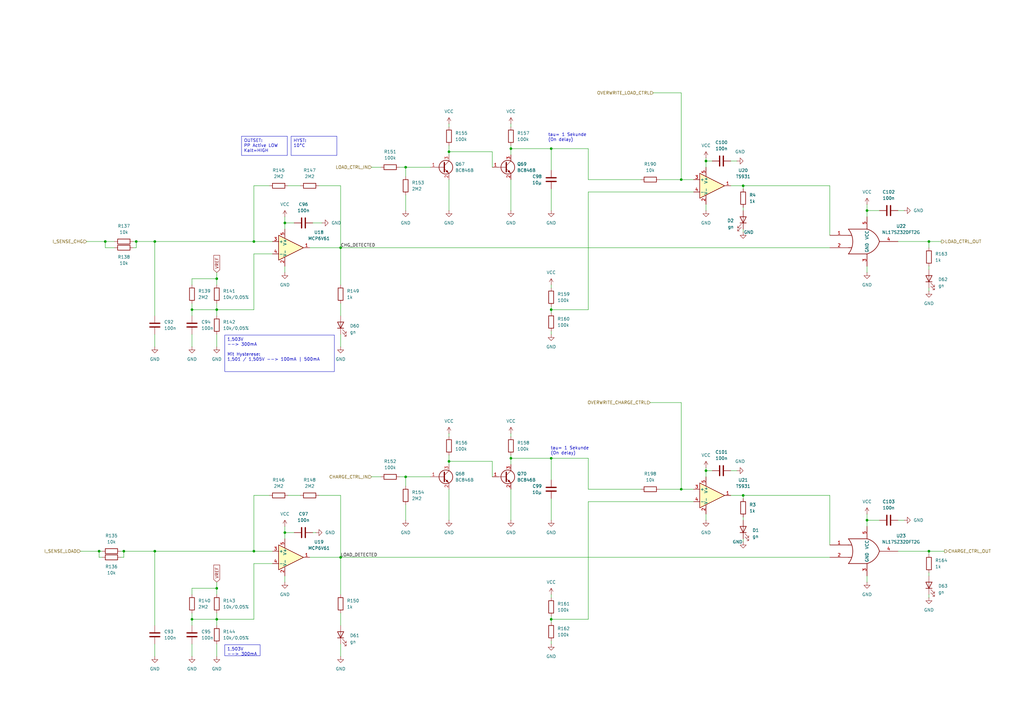
<source format=kicad_sch>
(kicad_sch
	(version 20250114)
	(generator "eeschema")
	(generator_version "9.0")
	(uuid "ae0b96a2-4831-417f-834b-5ffc35c52390")
	(paper "A3")
	(lib_symbols
		(symbol "74xGxx:74AHC1G32"
			(exclude_from_sim no)
			(in_bom yes)
			(on_board yes)
			(property "Reference" "U"
				(at -2.54 3.81 0)
				(effects
					(font
						(size 1.27 1.27)
					)
				)
			)
			(property "Value" "74AHC1G32"
				(at 0 -3.81 0)
				(effects
					(font
						(size 1.27 1.27)
					)
				)
			)
			(property "Footprint" ""
				(at 0 0 0)
				(effects
					(font
						(size 1.27 1.27)
					)
					(hide yes)
				)
			)
			(property "Datasheet" "http://www.ti.com/lit/sg/scyt129e/scyt129e.pdf"
				(at 0 0 0)
				(effects
					(font
						(size 1.27 1.27)
					)
					(hide yes)
				)
			)
			(property "Description" "Single OR Gate, Low-Voltage CMOS"
				(at 0 0 0)
				(effects
					(font
						(size 1.27 1.27)
					)
					(hide yes)
				)
			)
			(property "ki_keywords" "Single Gate OR LVC CMOS"
				(at 0 0 0)
				(effects
					(font
						(size 1.27 1.27)
					)
					(hide yes)
				)
			)
			(property "ki_fp_filters" "SOT* SG-*"
				(at 0 0 0)
				(effects
					(font
						(size 1.27 1.27)
					)
					(hide yes)
				)
			)
			(symbol "74AHC1G32_0_1"
				(arc
					(start -7.62 5.08)
					(mid -5.838 0)
					(end -7.62 -5.08)
					(stroke
						(width 0.254)
						(type default)
					)
					(fill
						(type none)
					)
				)
				(polyline
					(pts
						(xy -7.62 2.54) (xy -6.35 2.54)
					)
					(stroke
						(width 0.254)
						(type default)
					)
					(fill
						(type background)
					)
				)
				(polyline
					(pts
						(xy -7.62 -2.54) (xy -6.35 -2.54)
					)
					(stroke
						(width 0.254)
						(type default)
					)
					(fill
						(type background)
					)
				)
				(arc
					(start 5.08 0)
					(mid 3.202 -3.202)
					(end 0 -5.08)
					(stroke
						(width 0.254)
						(type default)
					)
					(fill
						(type none)
					)
				)
				(arc
					(start 0 5.08)
					(mid 3.2271 3.2271)
					(end 5.08 0)
					(stroke
						(width 0.254)
						(type default)
					)
					(fill
						(type none)
					)
				)
				(polyline
					(pts
						(xy 0 5.08) (xy -7.62 5.08)
					)
					(stroke
						(width 0.254)
						(type default)
					)
					(fill
						(type background)
					)
				)
				(polyline
					(pts
						(xy 0 -5.08) (xy -7.62 -5.08)
					)
					(stroke
						(width 0.254)
						(type default)
					)
					(fill
						(type background)
					)
				)
			)
			(symbol "74AHC1G32_1_1"
				(pin input line
					(at -15.24 2.54 0)
					(length 7.62)
					(name "~"
						(effects
							(font
								(size 1.27 1.27)
							)
						)
					)
					(number "1"
						(effects
							(font
								(size 1.27 1.27)
							)
						)
					)
				)
				(pin input line
					(at -15.24 -2.54 0)
					(length 7.62)
					(name "~"
						(effects
							(font
								(size 1.27 1.27)
							)
						)
					)
					(number "2"
						(effects
							(font
								(size 1.27 1.27)
							)
						)
					)
				)
				(pin power_in line
					(at 0 10.16 270)
					(length 5.08)
					(name "VCC"
						(effects
							(font
								(size 1.27 1.27)
							)
						)
					)
					(number "5"
						(effects
							(font
								(size 1.27 1.27)
							)
						)
					)
				)
				(pin power_in line
					(at 0 -10.16 90)
					(length 5.08)
					(name "GND"
						(effects
							(font
								(size 1.27 1.27)
							)
						)
					)
					(number "3"
						(effects
							(font
								(size 1.27 1.27)
							)
						)
					)
				)
				(pin output line
					(at 12.7 0 180)
					(length 7.62)
					(name "~"
						(effects
							(font
								(size 1.27 1.27)
							)
						)
					)
					(number "4"
						(effects
							(font
								(size 1.27 1.27)
							)
						)
					)
				)
			)
			(embedded_fonts no)
		)
		(symbol "Amplifier_Operational:MCP6001-OT"
			(pin_names
				(offset 0.127)
			)
			(exclude_from_sim no)
			(in_bom yes)
			(on_board yes)
			(property "Reference" "U"
				(at -1.27 6.35 0)
				(effects
					(font
						(size 1.27 1.27)
					)
					(justify left)
				)
			)
			(property "Value" "MCP6001-OT"
				(at -1.27 3.81 0)
				(effects
					(font
						(size 1.27 1.27)
					)
					(justify left)
				)
			)
			(property "Footprint" "Package_TO_SOT_SMD:SOT-23-5"
				(at -2.54 -5.08 0)
				(effects
					(font
						(size 1.27 1.27)
					)
					(justify left)
					(hide yes)
				)
			)
			(property "Datasheet" "https://ww1.microchip.com/downloads/en/DeviceDoc/MCP6001-1R-1U-2-4-1-MHz-Low-Power-Op-Amp-DS20001733L.pdf"
				(at 0 5.08 0)
				(effects
					(font
						(size 1.27 1.27)
					)
					(hide yes)
				)
			)
			(property "Description" "1MHz, Low-Power Op Amp, SOT-23-5"
				(at 0 0 0)
				(effects
					(font
						(size 1.27 1.27)
					)
					(hide yes)
				)
			)
			(property "ki_keywords" "single opamp"
				(at 0 0 0)
				(effects
					(font
						(size 1.27 1.27)
					)
					(hide yes)
				)
			)
			(property "ki_fp_filters" "SOT?23*"
				(at 0 0 0)
				(effects
					(font
						(size 1.27 1.27)
					)
					(hide yes)
				)
			)
			(symbol "MCP6001-OT_0_1"
				(polyline
					(pts
						(xy -5.08 5.08) (xy 5.08 0) (xy -5.08 -5.08) (xy -5.08 5.08)
					)
					(stroke
						(width 0.254)
						(type default)
					)
					(fill
						(type background)
					)
				)
				(pin power_in line
					(at -2.54 7.62 270)
					(length 3.81)
					(name "V+"
						(effects
							(font
								(size 1.27 1.27)
							)
						)
					)
					(number "5"
						(effects
							(font
								(size 1.27 1.27)
							)
						)
					)
				)
				(pin power_in line
					(at -2.54 -7.62 90)
					(length 3.81)
					(name "V-"
						(effects
							(font
								(size 1.27 1.27)
							)
						)
					)
					(number "2"
						(effects
							(font
								(size 1.27 1.27)
							)
						)
					)
				)
			)
			(symbol "MCP6001-OT_1_1"
				(pin input line
					(at -7.62 2.54 0)
					(length 2.54)
					(name "+"
						(effects
							(font
								(size 1.27 1.27)
							)
						)
					)
					(number "3"
						(effects
							(font
								(size 1.27 1.27)
							)
						)
					)
				)
				(pin input line
					(at -7.62 -2.54 0)
					(length 2.54)
					(name "-"
						(effects
							(font
								(size 1.27 1.27)
							)
						)
					)
					(number "4"
						(effects
							(font
								(size 1.27 1.27)
							)
						)
					)
				)
				(pin output line
					(at 7.62 0 180)
					(length 2.54)
					(name "~"
						(effects
							(font
								(size 1.27 1.27)
							)
						)
					)
					(number "1"
						(effects
							(font
								(size 1.27 1.27)
							)
						)
					)
				)
			)
			(embedded_fonts no)
		)
		(symbol "Amplifier_Operational:TLV9301xDBV"
			(pin_names
				(offset 0.127)
			)
			(exclude_from_sim no)
			(in_bom yes)
			(on_board yes)
			(property "Reference" "U"
				(at -1.27 6.35 0)
				(effects
					(font
						(size 1.27 1.27)
					)
					(justify left)
				)
			)
			(property "Value" "TLV9301xDBV"
				(at -1.27 3.81 0)
				(effects
					(font
						(size 1.27 1.27)
					)
					(justify left)
				)
			)
			(property "Footprint" "Package_TO_SOT_SMD:SOT-23-5"
				(at -2.54 -5.08 0)
				(effects
					(font
						(size 1.27 1.27)
					)
					(justify left)
					(hide yes)
				)
			)
			(property "Datasheet" "https://www.ti.com/lit/ds/symlink/tlv9301.pdf"
				(at 0 5.08 0)
				(effects
					(font
						(size 1.27 1.27)
					)
					(hide yes)
				)
			)
			(property "Description" "40-V, 1-MHz, RRO Operational Amplifiers for Cost-Sensitive Systems, SOT-23-5"
				(at 0 0 0)
				(effects
					(font
						(size 1.27 1.27)
					)
					(hide yes)
				)
			)
			(property "ki_keywords" "single opamp 40V rail to rail output"
				(at 0 0 0)
				(effects
					(font
						(size 1.27 1.27)
					)
					(hide yes)
				)
			)
			(property "ki_fp_filters" "SOT?23*"
				(at 0 0 0)
				(effects
					(font
						(size 1.27 1.27)
					)
					(hide yes)
				)
			)
			(symbol "TLV9301xDBV_0_1"
				(polyline
					(pts
						(xy -5.08 5.08) (xy 5.08 0) (xy -5.08 -5.08) (xy -5.08 5.08)
					)
					(stroke
						(width 0.254)
						(type default)
					)
					(fill
						(type background)
					)
				)
				(pin power_in line
					(at -2.54 7.62 270)
					(length 3.81)
					(name "V+"
						(effects
							(font
								(size 1.27 1.27)
							)
						)
					)
					(number "5"
						(effects
							(font
								(size 1.27 1.27)
							)
						)
					)
				)
				(pin power_in line
					(at -2.54 -7.62 90)
					(length 3.81)
					(name "V-"
						(effects
							(font
								(size 1.27 1.27)
							)
						)
					)
					(number "2"
						(effects
							(font
								(size 1.27 1.27)
							)
						)
					)
				)
			)
			(symbol "TLV9301xDBV_1_1"
				(pin input line
					(at -7.62 2.54 0)
					(length 2.54)
					(name "+"
						(effects
							(font
								(size 1.27 1.27)
							)
						)
					)
					(number "3"
						(effects
							(font
								(size 1.27 1.27)
							)
						)
					)
				)
				(pin input line
					(at -7.62 -2.54 0)
					(length 2.54)
					(name "-"
						(effects
							(font
								(size 1.27 1.27)
							)
						)
					)
					(number "4"
						(effects
							(font
								(size 1.27 1.27)
							)
						)
					)
				)
				(pin output line
					(at 7.62 0 180)
					(length 2.54)
					(name "~"
						(effects
							(font
								(size 1.27 1.27)
							)
						)
					)
					(number "1"
						(effects
							(font
								(size 1.27 1.27)
							)
						)
					)
				)
			)
			(embedded_fonts no)
		)
		(symbol "Device:C"
			(pin_numbers
				(hide yes)
			)
			(pin_names
				(offset 0.254)
			)
			(exclude_from_sim no)
			(in_bom yes)
			(on_board yes)
			(property "Reference" "C"
				(at 0.635 2.54 0)
				(effects
					(font
						(size 1.27 1.27)
					)
					(justify left)
				)
			)
			(property "Value" "C"
				(at 0.635 -2.54 0)
				(effects
					(font
						(size 1.27 1.27)
					)
					(justify left)
				)
			)
			(property "Footprint" ""
				(at 0.9652 -3.81 0)
				(effects
					(font
						(size 1.27 1.27)
					)
					(hide yes)
				)
			)
			(property "Datasheet" "~"
				(at 0 0 0)
				(effects
					(font
						(size 1.27 1.27)
					)
					(hide yes)
				)
			)
			(property "Description" "Unpolarized capacitor"
				(at 0 0 0)
				(effects
					(font
						(size 1.27 1.27)
					)
					(hide yes)
				)
			)
			(property "ki_keywords" "cap capacitor"
				(at 0 0 0)
				(effects
					(font
						(size 1.27 1.27)
					)
					(hide yes)
				)
			)
			(property "ki_fp_filters" "C_*"
				(at 0 0 0)
				(effects
					(font
						(size 1.27 1.27)
					)
					(hide yes)
				)
			)
			(symbol "C_0_1"
				(polyline
					(pts
						(xy -2.032 0.762) (xy 2.032 0.762)
					)
					(stroke
						(width 0.508)
						(type default)
					)
					(fill
						(type none)
					)
				)
				(polyline
					(pts
						(xy -2.032 -0.762) (xy 2.032 -0.762)
					)
					(stroke
						(width 0.508)
						(type default)
					)
					(fill
						(type none)
					)
				)
			)
			(symbol "C_1_1"
				(pin passive line
					(at 0 3.81 270)
					(length 2.794)
					(name "~"
						(effects
							(font
								(size 1.27 1.27)
							)
						)
					)
					(number "1"
						(effects
							(font
								(size 1.27 1.27)
							)
						)
					)
				)
				(pin passive line
					(at 0 -3.81 90)
					(length 2.794)
					(name "~"
						(effects
							(font
								(size 1.27 1.27)
							)
						)
					)
					(number "2"
						(effects
							(font
								(size 1.27 1.27)
							)
						)
					)
				)
			)
			(embedded_fonts no)
		)
		(symbol "Device:LED"
			(pin_numbers
				(hide yes)
			)
			(pin_names
				(offset 1.016)
				(hide yes)
			)
			(exclude_from_sim no)
			(in_bom yes)
			(on_board yes)
			(property "Reference" "D"
				(at 0 2.54 0)
				(effects
					(font
						(size 1.27 1.27)
					)
				)
			)
			(property "Value" "LED"
				(at 0 -2.54 0)
				(effects
					(font
						(size 1.27 1.27)
					)
				)
			)
			(property "Footprint" ""
				(at 0 0 0)
				(effects
					(font
						(size 1.27 1.27)
					)
					(hide yes)
				)
			)
			(property "Datasheet" "~"
				(at 0 0 0)
				(effects
					(font
						(size 1.27 1.27)
					)
					(hide yes)
				)
			)
			(property "Description" "Light emitting diode"
				(at 0 0 0)
				(effects
					(font
						(size 1.27 1.27)
					)
					(hide yes)
				)
			)
			(property "Sim.Pins" "1=K 2=A"
				(at 0 0 0)
				(effects
					(font
						(size 1.27 1.27)
					)
					(hide yes)
				)
			)
			(property "ki_keywords" "LED diode"
				(at 0 0 0)
				(effects
					(font
						(size 1.27 1.27)
					)
					(hide yes)
				)
			)
			(property "ki_fp_filters" "LED* LED_SMD:* LED_THT:*"
				(at 0 0 0)
				(effects
					(font
						(size 1.27 1.27)
					)
					(hide yes)
				)
			)
			(symbol "LED_0_1"
				(polyline
					(pts
						(xy -3.048 -0.762) (xy -4.572 -2.286) (xy -3.81 -2.286) (xy -4.572 -2.286) (xy -4.572 -1.524)
					)
					(stroke
						(width 0)
						(type default)
					)
					(fill
						(type none)
					)
				)
				(polyline
					(pts
						(xy -1.778 -0.762) (xy -3.302 -2.286) (xy -2.54 -2.286) (xy -3.302 -2.286) (xy -3.302 -1.524)
					)
					(stroke
						(width 0)
						(type default)
					)
					(fill
						(type none)
					)
				)
				(polyline
					(pts
						(xy -1.27 0) (xy 1.27 0)
					)
					(stroke
						(width 0)
						(type default)
					)
					(fill
						(type none)
					)
				)
				(polyline
					(pts
						(xy -1.27 -1.27) (xy -1.27 1.27)
					)
					(stroke
						(width 0.254)
						(type default)
					)
					(fill
						(type none)
					)
				)
				(polyline
					(pts
						(xy 1.27 -1.27) (xy 1.27 1.27) (xy -1.27 0) (xy 1.27 -1.27)
					)
					(stroke
						(width 0.254)
						(type default)
					)
					(fill
						(type none)
					)
				)
			)
			(symbol "LED_1_1"
				(pin passive line
					(at -3.81 0 0)
					(length 2.54)
					(name "K"
						(effects
							(font
								(size 1.27 1.27)
							)
						)
					)
					(number "1"
						(effects
							(font
								(size 1.27 1.27)
							)
						)
					)
				)
				(pin passive line
					(at 3.81 0 180)
					(length 2.54)
					(name "A"
						(effects
							(font
								(size 1.27 1.27)
							)
						)
					)
					(number "2"
						(effects
							(font
								(size 1.27 1.27)
							)
						)
					)
				)
			)
			(embedded_fonts no)
		)
		(symbol "Device:R"
			(pin_numbers
				(hide yes)
			)
			(pin_names
				(offset 0)
			)
			(exclude_from_sim no)
			(in_bom yes)
			(on_board yes)
			(property "Reference" "R"
				(at 2.032 0 90)
				(effects
					(font
						(size 1.27 1.27)
					)
				)
			)
			(property "Value" "R"
				(at 0 0 90)
				(effects
					(font
						(size 1.27 1.27)
					)
				)
			)
			(property "Footprint" ""
				(at -1.778 0 90)
				(effects
					(font
						(size 1.27 1.27)
					)
					(hide yes)
				)
			)
			(property "Datasheet" "~"
				(at 0 0 0)
				(effects
					(font
						(size 1.27 1.27)
					)
					(hide yes)
				)
			)
			(property "Description" "Resistor"
				(at 0 0 0)
				(effects
					(font
						(size 1.27 1.27)
					)
					(hide yes)
				)
			)
			(property "ki_keywords" "R res resistor"
				(at 0 0 0)
				(effects
					(font
						(size 1.27 1.27)
					)
					(hide yes)
				)
			)
			(property "ki_fp_filters" "R_*"
				(at 0 0 0)
				(effects
					(font
						(size 1.27 1.27)
					)
					(hide yes)
				)
			)
			(symbol "R_0_1"
				(rectangle
					(start -1.016 -2.54)
					(end 1.016 2.54)
					(stroke
						(width 0.254)
						(type default)
					)
					(fill
						(type none)
					)
				)
			)
			(symbol "R_1_1"
				(pin passive line
					(at 0 3.81 270)
					(length 1.27)
					(name "~"
						(effects
							(font
								(size 1.27 1.27)
							)
						)
					)
					(number "1"
						(effects
							(font
								(size 1.27 1.27)
							)
						)
					)
				)
				(pin passive line
					(at 0 -3.81 90)
					(length 1.27)
					(name "~"
						(effects
							(font
								(size 1.27 1.27)
							)
						)
					)
					(number "2"
						(effects
							(font
								(size 1.27 1.27)
							)
						)
					)
				)
			)
			(embedded_fonts no)
		)
		(symbol "Transistor_BJT:Q_NPN_BEC"
			(pin_names
				(offset 0)
				(hide yes)
			)
			(exclude_from_sim no)
			(in_bom yes)
			(on_board yes)
			(property "Reference" "Q"
				(at 5.08 1.27 0)
				(effects
					(font
						(size 1.27 1.27)
					)
					(justify left)
				)
			)
			(property "Value" "Q_NPN_BEC"
				(at 5.08 -1.27 0)
				(effects
					(font
						(size 1.27 1.27)
					)
					(justify left)
				)
			)
			(property "Footprint" ""
				(at 5.08 2.54 0)
				(effects
					(font
						(size 1.27 1.27)
					)
					(hide yes)
				)
			)
			(property "Datasheet" "~"
				(at 0 0 0)
				(effects
					(font
						(size 1.27 1.27)
					)
					(hide yes)
				)
			)
			(property "Description" "NPN transistor, base/emitter/collector"
				(at 0 0 0)
				(effects
					(font
						(size 1.27 1.27)
					)
					(hide yes)
				)
			)
			(property "ki_keywords" "BJT"
				(at 0 0 0)
				(effects
					(font
						(size 1.27 1.27)
					)
					(hide yes)
				)
			)
			(symbol "Q_NPN_BEC_0_1"
				(polyline
					(pts
						(xy -2.54 0) (xy 0.635 0)
					)
					(stroke
						(width 0)
						(type default)
					)
					(fill
						(type none)
					)
				)
				(polyline
					(pts
						(xy 0.635 1.905) (xy 0.635 -1.905)
					)
					(stroke
						(width 0.508)
						(type default)
					)
					(fill
						(type none)
					)
				)
				(circle
					(center 1.27 0)
					(radius 2.8194)
					(stroke
						(width 0.254)
						(type default)
					)
					(fill
						(type none)
					)
				)
			)
			(symbol "Q_NPN_BEC_1_1"
				(polyline
					(pts
						(xy 0.635 0.635) (xy 2.54 2.54)
					)
					(stroke
						(width 0)
						(type default)
					)
					(fill
						(type none)
					)
				)
				(polyline
					(pts
						(xy 0.635 -0.635) (xy 2.54 -2.54)
					)
					(stroke
						(width 0)
						(type default)
					)
					(fill
						(type none)
					)
				)
				(polyline
					(pts
						(xy 1.27 -1.778) (xy 1.778 -1.27) (xy 2.286 -2.286) (xy 1.27 -1.778)
					)
					(stroke
						(width 0)
						(type default)
					)
					(fill
						(type outline)
					)
				)
				(pin input line
					(at -5.08 0 0)
					(length 2.54)
					(name "B"
						(effects
							(font
								(size 1.27 1.27)
							)
						)
					)
					(number "1"
						(effects
							(font
								(size 1.27 1.27)
							)
						)
					)
				)
				(pin passive line
					(at 2.54 5.08 270)
					(length 2.54)
					(name "C"
						(effects
							(font
								(size 1.27 1.27)
							)
						)
					)
					(number "3"
						(effects
							(font
								(size 1.27 1.27)
							)
						)
					)
				)
				(pin passive line
					(at 2.54 -5.08 90)
					(length 2.54)
					(name "E"
						(effects
							(font
								(size 1.27 1.27)
							)
						)
					)
					(number "2"
						(effects
							(font
								(size 1.27 1.27)
							)
						)
					)
				)
			)
			(embedded_fonts no)
		)
		(symbol "power:GND"
			(power)
			(pin_numbers
				(hide yes)
			)
			(pin_names
				(offset 0)
				(hide yes)
			)
			(exclude_from_sim no)
			(in_bom yes)
			(on_board yes)
			(property "Reference" "#PWR"
				(at 0 -6.35 0)
				(effects
					(font
						(size 1.27 1.27)
					)
					(hide yes)
				)
			)
			(property "Value" "GND"
				(at 0 -3.81 0)
				(effects
					(font
						(size 1.27 1.27)
					)
				)
			)
			(property "Footprint" ""
				(at 0 0 0)
				(effects
					(font
						(size 1.27 1.27)
					)
					(hide yes)
				)
			)
			(property "Datasheet" ""
				(at 0 0 0)
				(effects
					(font
						(size 1.27 1.27)
					)
					(hide yes)
				)
			)
			(property "Description" "Power symbol creates a global label with name \"GND\" , ground"
				(at 0 0 0)
				(effects
					(font
						(size 1.27 1.27)
					)
					(hide yes)
				)
			)
			(property "ki_keywords" "global power"
				(at 0 0 0)
				(effects
					(font
						(size 1.27 1.27)
					)
					(hide yes)
				)
			)
			(symbol "GND_0_1"
				(polyline
					(pts
						(xy 0 0) (xy 0 -1.27) (xy 1.27 -1.27) (xy 0 -2.54) (xy -1.27 -1.27) (xy 0 -1.27)
					)
					(stroke
						(width 0)
						(type default)
					)
					(fill
						(type none)
					)
				)
			)
			(symbol "GND_1_1"
				(pin power_in line
					(at 0 0 270)
					(length 0)
					(name "~"
						(effects
							(font
								(size 1.27 1.27)
							)
						)
					)
					(number "1"
						(effects
							(font
								(size 1.27 1.27)
							)
						)
					)
				)
			)
			(embedded_fonts no)
		)
		(symbol "power:VCC"
			(power)
			(pin_numbers
				(hide yes)
			)
			(pin_names
				(offset 0)
				(hide yes)
			)
			(exclude_from_sim no)
			(in_bom yes)
			(on_board yes)
			(property "Reference" "#PWR"
				(at 0 -3.81 0)
				(effects
					(font
						(size 1.27 1.27)
					)
					(hide yes)
				)
			)
			(property "Value" "VCC"
				(at 0 3.556 0)
				(effects
					(font
						(size 1.27 1.27)
					)
				)
			)
			(property "Footprint" ""
				(at 0 0 0)
				(effects
					(font
						(size 1.27 1.27)
					)
					(hide yes)
				)
			)
			(property "Datasheet" ""
				(at 0 0 0)
				(effects
					(font
						(size 1.27 1.27)
					)
					(hide yes)
				)
			)
			(property "Description" "Power symbol creates a global label with name \"VCC\""
				(at 0 0 0)
				(effects
					(font
						(size 1.27 1.27)
					)
					(hide yes)
				)
			)
			(property "ki_keywords" "global power"
				(at 0 0 0)
				(effects
					(font
						(size 1.27 1.27)
					)
					(hide yes)
				)
			)
			(symbol "VCC_0_1"
				(polyline
					(pts
						(xy -0.762 1.27) (xy 0 2.54)
					)
					(stroke
						(width 0)
						(type default)
					)
					(fill
						(type none)
					)
				)
				(polyline
					(pts
						(xy 0 2.54) (xy 0.762 1.27)
					)
					(stroke
						(width 0)
						(type default)
					)
					(fill
						(type none)
					)
				)
				(polyline
					(pts
						(xy 0 0) (xy 0 2.54)
					)
					(stroke
						(width 0)
						(type default)
					)
					(fill
						(type none)
					)
				)
			)
			(symbol "VCC_1_1"
				(pin power_in line
					(at 0 0 90)
					(length 0)
					(name "~"
						(effects
							(font
								(size 1.27 1.27)
							)
						)
					)
					(number "1"
						(effects
							(font
								(size 1.27 1.27)
							)
						)
					)
				)
			)
			(embedded_fonts no)
		)
	)
	(text "tau= 1 Sekunde\n(On delay)"
		(exclude_from_sim no)
		(at 224.79 56.388 0)
		(effects
			(font
				(size 1.27 1.27)
			)
			(justify left)
		)
		(uuid "49d2cac9-41c7-45c2-ab75-86e3f4728a1a")
	)
	(text "tau= 1 Sekunde\n(On delay)"
		(exclude_from_sim no)
		(at 225.806 184.912 0)
		(effects
			(font
				(size 1.27 1.27)
			)
			(justify left)
		)
		(uuid "b6b0ce33-b9a3-4628-8538-51d9a0d0087c")
	)
	(text_box "OUTSET:\nPP Active LOW\nKalt=HIGH"
		(exclude_from_sim no)
		(at 99.06 55.88 0)
		(size 18.796 7.874)
		(margins 0.9525 0.9525 0.9525 0.9525)
		(stroke
			(width 0)
			(type default)
		)
		(fill
			(type none)
		)
		(effects
			(font
				(size 1.27 1.27)
			)
			(justify left top)
		)
		(uuid "23c0376c-20c5-4c21-a50d-c70cdc630faa")
	)
	(text_box "1,503V\n--> 300mA "
		(exclude_from_sim no)
		(at 92.202 264.414 0)
		(size 14.478 4.572)
		(margins 0.9525 0.9525 0.9525 0.9525)
		(stroke
			(width 0)
			(type default)
		)
		(fill
			(type none)
		)
		(effects
			(font
				(size 1.27 1.27)
			)
			(justify left top)
		)
		(uuid "40d17b50-3300-4ed2-b864-e10d0d3e4940")
	)
	(text_box "1,503V\n--> 300mA \n\nMit Hysterese:\n1,501 / 1,505V --> 100mA | 500mA"
		(exclude_from_sim no)
		(at 92.202 137.414 0)
		(size 44.958 14.986)
		(margins 0.9525 0.9525 0.9525 0.9525)
		(stroke
			(width 0)
			(type default)
		)
		(fill
			(type none)
		)
		(effects
			(font
				(size 1.27 1.27)
			)
			(justify left top)
		)
		(uuid "42d7c6c2-ea5c-4ba8-8f23-71f7f7ae87b0")
	)
	(text_box "HYST: \n10°C"
		(exclude_from_sim no)
		(at 119.38 55.88 0)
		(size 18.796 7.874)
		(margins 0.9525 0.9525 0.9525 0.9525)
		(stroke
			(width 0)
			(type default)
		)
		(fill
			(type none)
		)
		(effects
			(font
				(size 1.27 1.27)
			)
			(justify left top)
		)
		(uuid "5e7ffb97-80e2-4881-8764-e863b951be1b")
	)
	(junction
		(at 104.14 226.06)
		(diameter 0)
		(color 0 0 0 0)
		(uuid "1443f2fb-276d-4160-8cb5-42c4046c23e7")
	)
	(junction
		(at 381 99.06)
		(diameter 0)
		(color 0 0 0 0)
		(uuid "1abf1acd-c959-48e1-aa35-de82a5af04c8")
	)
	(junction
		(at 139.7 101.6)
		(diameter 0)
		(color 0 0 0 0)
		(uuid "1d376c80-4fbd-46d6-807a-85a7ed83df36")
	)
	(junction
		(at 63.5 226.06)
		(diameter 0)
		(color 0 0 0 0)
		(uuid "21f6ca15-61c2-49f7-b31b-be162d6ca8ba")
	)
	(junction
		(at 226.06 254)
		(diameter 0)
		(color 0 0 0 0)
		(uuid "28eeb6f8-b447-4679-96a6-72e030dc1eb8")
	)
	(junction
		(at 40.64 226.06)
		(diameter 0)
		(color 0 0 0 0)
		(uuid "2df122f2-6237-46c8-bf84-5be1e91717e6")
	)
	(junction
		(at 304.8 203.2)
		(diameter 0)
		(color 0 0 0 0)
		(uuid "31491650-700e-4b9c-9e9c-1d5de488eb8e")
	)
	(junction
		(at 304.8 76.2)
		(diameter 0)
		(color 0 0 0 0)
		(uuid "36a142c6-f1f2-4ea1-a45a-a04aadd1f39e")
	)
	(junction
		(at 116.84 218.44)
		(diameter 0)
		(color 0 0 0 0)
		(uuid "37fde800-3f04-47a6-879e-cf26a6aacab5")
	)
	(junction
		(at 55.88 99.06)
		(diameter 0)
		(color 0 0 0 0)
		(uuid "46770d2d-a3d7-4687-8fbd-a80193657f00")
	)
	(junction
		(at 279.4 73.66)
		(diameter 0)
		(color 0 0 0 0)
		(uuid "47e21890-6772-4d96-98f3-aa0c98f076d0")
	)
	(junction
		(at 279.4 200.66)
		(diameter 0)
		(color 0 0 0 0)
		(uuid "4fef3ec0-3f9d-4493-9800-1069cccae1e0")
	)
	(junction
		(at 226.06 60.96)
		(diameter 0)
		(color 0 0 0 0)
		(uuid "56586eea-f4e8-4976-a58f-2e11029f8df3")
	)
	(junction
		(at 43.18 99.06)
		(diameter 0)
		(color 0 0 0 0)
		(uuid "5ded7af6-ec18-4c3a-b5af-71b4b0d82500")
	)
	(junction
		(at 381 226.06)
		(diameter 0)
		(color 0 0 0 0)
		(uuid "5ec85c3a-498f-4f12-a634-d96be0a714a4")
	)
	(junction
		(at 289.56 193.04)
		(diameter 0)
		(color 0 0 0 0)
		(uuid "629f7ab9-5230-4038-9efe-cf9b7ea0ce86")
	)
	(junction
		(at 88.9 254)
		(diameter 0)
		(color 0 0 0 0)
		(uuid "6a785adb-4784-43c1-9945-c0e24b9e60fe")
	)
	(junction
		(at 104.14 99.06)
		(diameter 0)
		(color 0 0 0 0)
		(uuid "7cc24e9b-6fe3-4b6a-9568-0db1c93a8ca9")
	)
	(junction
		(at 116.84 91.44)
		(diameter 0)
		(color 0 0 0 0)
		(uuid "7d40be78-b872-4a18-bc5c-9c1f9acb8804")
	)
	(junction
		(at 88.9 114.3)
		(diameter 0)
		(color 0 0 0 0)
		(uuid "8fecf762-75db-4001-9057-d55f17e43dc9")
	)
	(junction
		(at 88.9 241.3)
		(diameter 0)
		(color 0 0 0 0)
		(uuid "9eec9dae-9c2e-4be4-9a4c-1a18402c0a71")
	)
	(junction
		(at 78.74 127)
		(diameter 0)
		(color 0 0 0 0)
		(uuid "a8859905-a96b-4195-aa4b-aa0a4ca6ceab")
	)
	(junction
		(at 166.37 195.58)
		(diameter 0)
		(color 0 0 0 0)
		(uuid "b16f951f-bc22-41fc-b722-0725bf78cded")
	)
	(junction
		(at 166.37 68.58)
		(diameter 0)
		(color 0 0 0 0)
		(uuid "b36f7d83-9a1b-4853-bf8d-22334c4354a1")
	)
	(junction
		(at 63.5 99.06)
		(diameter 0)
		(color 0 0 0 0)
		(uuid "b3de9284-4c54-43b0-a5d5-97526ca9cd48")
	)
	(junction
		(at 355.6 213.36)
		(diameter 0)
		(color 0 0 0 0)
		(uuid "b7bbf467-f288-4c5c-a8bf-4b31eb74294a")
	)
	(junction
		(at 289.56 66.04)
		(diameter 0)
		(color 0 0 0 0)
		(uuid "bab15166-ee8d-4880-acef-d21db043bb58")
	)
	(junction
		(at 139.7 228.6)
		(diameter 0)
		(color 0 0 0 0)
		(uuid "bf2cff2c-d037-4505-a888-bc32c98c4605")
	)
	(junction
		(at 50.8 226.06)
		(diameter 0)
		(color 0 0 0 0)
		(uuid "c837934a-f6ee-4ad4-9a5f-26a525b0b31a")
	)
	(junction
		(at 355.6 86.36)
		(diameter 0)
		(color 0 0 0 0)
		(uuid "c9f6b5b5-1398-4135-b327-ae1ef2dc0de2")
	)
	(junction
		(at 78.74 254)
		(diameter 0)
		(color 0 0 0 0)
		(uuid "d2faf626-39f9-4a12-95ed-67e9f80897da")
	)
	(junction
		(at 226.06 127)
		(diameter 0)
		(color 0 0 0 0)
		(uuid "dbc21cdc-e4e4-4efa-9d18-b19500bafc17")
	)
	(junction
		(at 184.15 62.23)
		(diameter 0)
		(color 0 0 0 0)
		(uuid "e337c27f-72ef-4d5f-8f95-87488c482464")
	)
	(junction
		(at 226.06 187.96)
		(diameter 0)
		(color 0 0 0 0)
		(uuid "ebd2c900-f3fc-435b-bbe8-e16f20d9dbb4")
	)
	(junction
		(at 209.55 60.96)
		(diameter 0)
		(color 0 0 0 0)
		(uuid "eece6246-b557-4c5c-bdb9-f71705a86c63")
	)
	(junction
		(at 184.15 189.23)
		(diameter 0)
		(color 0 0 0 0)
		(uuid "f727216d-135f-447d-a0dd-2e56c442bec1")
	)
	(junction
		(at 88.9 127)
		(diameter 0)
		(color 0 0 0 0)
		(uuid "f91bf71f-d4fb-45d5-8005-4d52b749056f")
	)
	(junction
		(at 209.55 187.96)
		(diameter 0)
		(color 0 0 0 0)
		(uuid "f924d590-acb7-49c8-911b-3fa975aa0a9f")
	)
	(wire
		(pts
			(xy 279.4 73.66) (xy 284.48 73.66)
		)
		(stroke
			(width 0)
			(type default)
		)
		(uuid "0222bf98-e653-4aa4-bdaf-a24ac9d6b821")
	)
	(wire
		(pts
			(xy 209.55 187.96) (xy 226.06 187.96)
		)
		(stroke
			(width 0)
			(type default)
		)
		(uuid "028f9144-f8a7-4e68-8f84-0330e5c5cce4")
	)
	(wire
		(pts
			(xy 49.53 226.06) (xy 50.8 226.06)
		)
		(stroke
			(width 0)
			(type default)
		)
		(uuid "033a39db-2970-4864-8a82-0cbd56d44a41")
	)
	(wire
		(pts
			(xy 226.06 127) (xy 241.3 127)
		)
		(stroke
			(width 0)
			(type default)
		)
		(uuid "0587bbfc-29e8-449e-8313-d1387c6c6aab")
	)
	(wire
		(pts
			(xy 184.15 189.23) (xy 184.15 190.5)
		)
		(stroke
			(width 0)
			(type default)
		)
		(uuid "06e3fb12-93ff-46ba-bfe8-919209e7affc")
	)
	(wire
		(pts
			(xy 176.53 68.58) (xy 166.37 68.58)
		)
		(stroke
			(width 0)
			(type default)
		)
		(uuid "08d2b74d-59bf-47c7-b32b-50096cb07289")
	)
	(wire
		(pts
			(xy 55.88 99.06) (xy 63.5 99.06)
		)
		(stroke
			(width 0)
			(type default)
		)
		(uuid "098f26a0-a3bf-46b8-bc18-56800eb15330")
	)
	(wire
		(pts
			(xy 184.15 73.66) (xy 184.15 86.36)
		)
		(stroke
			(width 0)
			(type default)
		)
		(uuid "0a2e090f-c726-4da6-be9d-8e4e7c01ae47")
	)
	(wire
		(pts
			(xy 209.55 177.8) (xy 209.55 179.07)
		)
		(stroke
			(width 0)
			(type default)
		)
		(uuid "0b2ad358-8fb2-4905-b19b-6c7fa3b10087")
	)
	(wire
		(pts
			(xy 163.83 195.58) (xy 166.37 195.58)
		)
		(stroke
			(width 0)
			(type default)
		)
		(uuid "0daa941e-c358-4205-9388-d38a74ef9ae6")
	)
	(wire
		(pts
			(xy 54.61 99.06) (xy 55.88 99.06)
		)
		(stroke
			(width 0)
			(type default)
		)
		(uuid "0e4882ae-73f5-4985-a265-a6ba9b7acd42")
	)
	(wire
		(pts
			(xy 279.4 200.66) (xy 284.48 200.66)
		)
		(stroke
			(width 0)
			(type default)
		)
		(uuid "0ec489f6-024a-4c0b-8071-e17f9ba08d39")
	)
	(wire
		(pts
			(xy 368.3 86.36) (xy 370.84 86.36)
		)
		(stroke
			(width 0)
			(type default)
		)
		(uuid "110ac005-641d-4682-b858-84fdb317c8d7")
	)
	(wire
		(pts
			(xy 226.06 196.85) (xy 226.06 187.96)
		)
		(stroke
			(width 0)
			(type default)
		)
		(uuid "1283d4a2-8b0a-4f02-bc60-8aa8423697b3")
	)
	(wire
		(pts
			(xy 267.97 38.1) (xy 279.4 38.1)
		)
		(stroke
			(width 0)
			(type default)
		)
		(uuid "13108f18-4f59-4796-a8f2-329ef26fd810")
	)
	(wire
		(pts
			(xy 43.18 99.06) (xy 46.99 99.06)
		)
		(stroke
			(width 0)
			(type default)
		)
		(uuid "17f9cf23-092a-4c47-916a-2f69770aca0c")
	)
	(wire
		(pts
			(xy 104.14 254) (xy 104.14 231.14)
		)
		(stroke
			(width 0)
			(type default)
		)
		(uuid "19ea89c1-a34e-42ea-bf33-51f68800e5d5")
	)
	(wire
		(pts
			(xy 241.3 187.96) (xy 241.3 200.66)
		)
		(stroke
			(width 0)
			(type default)
		)
		(uuid "1ac238a3-70a4-4283-a3eb-efa74316e3b2")
	)
	(wire
		(pts
			(xy 116.84 220.98) (xy 116.84 218.44)
		)
		(stroke
			(width 0)
			(type default)
		)
		(uuid "1dbd5dab-5b28-4b9e-936d-9730d6b2612d")
	)
	(wire
		(pts
			(xy 35.56 99.06) (xy 43.18 99.06)
		)
		(stroke
			(width 0)
			(type default)
		)
		(uuid "1de5659d-10fd-42c4-bda4-8803721b2e9e")
	)
	(wire
		(pts
			(xy 128.27 91.44) (xy 132.08 91.44)
		)
		(stroke
			(width 0)
			(type default)
		)
		(uuid "1dfb27d2-e10e-449a-beff-7e9c1e8b68ea")
	)
	(wire
		(pts
			(xy 88.9 114.3) (xy 88.9 116.84)
		)
		(stroke
			(width 0)
			(type default)
		)
		(uuid "1ea0d333-8388-4619-ad08-ab1ca2f039c0")
	)
	(wire
		(pts
			(xy 139.7 264.16) (xy 139.7 269.24)
		)
		(stroke
			(width 0)
			(type default)
		)
		(uuid "1f619fe2-4903-44c2-bf2c-e406a980caa6")
	)
	(wire
		(pts
			(xy 299.72 203.2) (xy 304.8 203.2)
		)
		(stroke
			(width 0)
			(type default)
		)
		(uuid "1fefb5a2-0fbf-421c-82e5-62d356c8d613")
	)
	(wire
		(pts
			(xy 299.72 66.04) (xy 302.26 66.04)
		)
		(stroke
			(width 0)
			(type default)
		)
		(uuid "215d3f9f-b743-48dd-ac8f-4133a8e73578")
	)
	(wire
		(pts
			(xy 355.6 215.9) (xy 355.6 213.36)
		)
		(stroke
			(width 0)
			(type default)
		)
		(uuid "2265bfc2-c3fd-4813-90a9-6df1a69b6393")
	)
	(wire
		(pts
			(xy 118.11 203.2) (xy 123.19 203.2)
		)
		(stroke
			(width 0)
			(type default)
		)
		(uuid "228ab80c-6b6d-4775-9435-535a62a3b118")
	)
	(wire
		(pts
			(xy 209.55 186.69) (xy 209.55 187.96)
		)
		(stroke
			(width 0)
			(type default)
		)
		(uuid "23542c33-cc3e-4ee0-86b8-00820c12bac8")
	)
	(wire
		(pts
			(xy 163.83 68.58) (xy 166.37 68.58)
		)
		(stroke
			(width 0)
			(type default)
		)
		(uuid "23dc4c89-c2b1-4765-a5fd-45152f436b4f")
	)
	(wire
		(pts
			(xy 50.8 228.6) (xy 50.8 226.06)
		)
		(stroke
			(width 0)
			(type default)
		)
		(uuid "2608d304-4e71-454f-8e4e-c796fc6ce861")
	)
	(wire
		(pts
			(xy 201.93 62.23) (xy 201.93 68.58)
		)
		(stroke
			(width 0)
			(type default)
		)
		(uuid "2c245386-7525-43d8-ab4f-246e72e35ef2")
	)
	(wire
		(pts
			(xy 139.7 203.2) (xy 139.7 228.6)
		)
		(stroke
			(width 0)
			(type default)
		)
		(uuid "2ff7426f-5dec-4ad6-85b7-002dcb2d9264")
	)
	(wire
		(pts
			(xy 139.7 228.6) (xy 340.36 228.6)
		)
		(stroke
			(width 0)
			(type default)
		)
		(uuid "33fa46bd-b2a9-492c-8d98-05e755764798")
	)
	(wire
		(pts
			(xy 120.65 218.44) (xy 116.84 218.44)
		)
		(stroke
			(width 0)
			(type default)
		)
		(uuid "35861de3-c069-4915-8c29-bf0d873c42ca")
	)
	(wire
		(pts
			(xy 381 243.84) (xy 381 245.11)
		)
		(stroke
			(width 0)
			(type default)
		)
		(uuid "3754a9ab-e8b6-4297-b9dd-66bb7ecd9ae4")
	)
	(wire
		(pts
			(xy 304.8 203.2) (xy 304.8 204.47)
		)
		(stroke
			(width 0)
			(type default)
		)
		(uuid "381c8b50-7a17-41d8-895e-701125c1e4ed")
	)
	(wire
		(pts
			(xy 104.14 104.14) (xy 111.76 104.14)
		)
		(stroke
			(width 0)
			(type default)
		)
		(uuid "38b6cecd-3232-4b90-8dca-e10aaa32a8d4")
	)
	(wire
		(pts
			(xy 304.8 76.2) (xy 304.8 77.47)
		)
		(stroke
			(width 0)
			(type default)
		)
		(uuid "39bcc2b8-7b9a-4d37-9a62-39ff1e2a9cb9")
	)
	(wire
		(pts
			(xy 355.6 88.9) (xy 355.6 86.36)
		)
		(stroke
			(width 0)
			(type default)
		)
		(uuid "3b54f5e0-33dd-413c-a797-7f6ee8a84f55")
	)
	(wire
		(pts
			(xy 226.06 243.84) (xy 226.06 245.11)
		)
		(stroke
			(width 0)
			(type default)
		)
		(uuid "3b611b67-10f2-408b-aa63-6d914daf899a")
	)
	(wire
		(pts
			(xy 130.81 76.2) (xy 139.7 76.2)
		)
		(stroke
			(width 0)
			(type default)
		)
		(uuid "3c1b4671-4ed0-4184-8a1d-90fc90c0d3b4")
	)
	(wire
		(pts
			(xy 381 99.06) (xy 381 101.6)
		)
		(stroke
			(width 0)
			(type default)
		)
		(uuid "3c4fbf27-8e4f-4d76-93ea-990dcdcce9eb")
	)
	(wire
		(pts
			(xy 88.9 241.3) (xy 88.9 243.84)
		)
		(stroke
			(width 0)
			(type default)
		)
		(uuid "3c797d75-71f0-4239-8c1c-d3096c5d0c87")
	)
	(wire
		(pts
			(xy 139.7 101.6) (xy 127 101.6)
		)
		(stroke
			(width 0)
			(type default)
		)
		(uuid "428c8b77-0bc7-46c0-a58e-e7d31e51d192")
	)
	(wire
		(pts
			(xy 139.7 137.16) (xy 139.7 142.24)
		)
		(stroke
			(width 0)
			(type default)
		)
		(uuid "457901bc-9471-4a5b-b04c-c25ee767118c")
	)
	(wire
		(pts
			(xy 88.9 127) (xy 104.14 127)
		)
		(stroke
			(width 0)
			(type default)
		)
		(uuid "47d57da5-44dd-41e0-897b-a4dc91698354")
	)
	(wire
		(pts
			(xy 63.5 226.06) (xy 104.14 226.06)
		)
		(stroke
			(width 0)
			(type default)
		)
		(uuid "47f8e843-03ef-46b7-aa5f-705661710a97")
	)
	(wire
		(pts
			(xy 116.84 111.76) (xy 116.84 109.22)
		)
		(stroke
			(width 0)
			(type default)
		)
		(uuid "4a257fb9-9401-49c2-9adc-4bbb54eaeef7")
	)
	(wire
		(pts
			(xy 120.65 91.44) (xy 116.84 91.44)
		)
		(stroke
			(width 0)
			(type default)
		)
		(uuid "4d92c2be-64dc-4af5-bb37-b337ac38de24")
	)
	(wire
		(pts
			(xy 41.91 228.6) (xy 40.64 228.6)
		)
		(stroke
			(width 0)
			(type default)
		)
		(uuid "4df785b4-f11e-45e9-8fbe-3feb5f677445")
	)
	(wire
		(pts
			(xy 78.74 251.46) (xy 78.74 254)
		)
		(stroke
			(width 0)
			(type default)
		)
		(uuid "4e6cd83c-f1ba-4df2-b4bb-36fc5f6b7cd5")
	)
	(wire
		(pts
			(xy 289.56 66.04) (xy 289.56 68.58)
		)
		(stroke
			(width 0)
			(type default)
		)
		(uuid "52c1d495-1b43-4890-9018-70031bc1aad7")
	)
	(wire
		(pts
			(xy 78.74 254) (xy 78.74 256.54)
		)
		(stroke
			(width 0)
			(type default)
		)
		(uuid "52e207bd-8c7d-4676-ba1c-d801556b4313")
	)
	(wire
		(pts
			(xy 304.8 203.2) (xy 340.36 203.2)
		)
		(stroke
			(width 0)
			(type default)
		)
		(uuid "5369d548-98c4-4531-8553-e47cab509775")
	)
	(wire
		(pts
			(xy 241.3 205.74) (xy 241.3 254)
		)
		(stroke
			(width 0)
			(type default)
		)
		(uuid "54ad88e2-6fed-44ea-8c04-0dd975a67176")
	)
	(wire
		(pts
			(xy 49.53 228.6) (xy 50.8 228.6)
		)
		(stroke
			(width 0)
			(type default)
		)
		(uuid "55848b1c-1681-4791-a46f-ba9c82c537d0")
	)
	(wire
		(pts
			(xy 33.02 226.06) (xy 40.64 226.06)
		)
		(stroke
			(width 0)
			(type default)
		)
		(uuid "55b95d90-ed94-4bc6-b00a-1617e99fa407")
	)
	(wire
		(pts
			(xy 368.3 226.06) (xy 381 226.06)
		)
		(stroke
			(width 0)
			(type default)
		)
		(uuid "55c9b8b5-e4d8-47f7-8600-ba3ffcde17ad")
	)
	(wire
		(pts
			(xy 139.7 228.6) (xy 127 228.6)
		)
		(stroke
			(width 0)
			(type default)
		)
		(uuid "55e0af07-6fa4-411e-ae3a-0ed68ff22282")
	)
	(wire
		(pts
			(xy 279.4 38.1) (xy 279.4 73.66)
		)
		(stroke
			(width 0)
			(type default)
		)
		(uuid "59e81adb-23b6-416f-911c-52e7fcf4a6b5")
	)
	(wire
		(pts
			(xy 54.61 101.6) (xy 55.88 101.6)
		)
		(stroke
			(width 0)
			(type default)
		)
		(uuid "5bdc6b84-fb7f-4454-affe-8c0286aaedb5")
	)
	(wire
		(pts
			(xy 299.72 76.2) (xy 304.8 76.2)
		)
		(stroke
			(width 0)
			(type default)
		)
		(uuid "605d7d53-6c7a-467c-92ed-f450c64e90a1")
	)
	(wire
		(pts
			(xy 209.55 60.96) (xy 226.06 60.96)
		)
		(stroke
			(width 0)
			(type default)
		)
		(uuid "60bcea5f-5d54-4a02-b017-7ea1c4fabb05")
	)
	(wire
		(pts
			(xy 139.7 76.2) (xy 139.7 101.6)
		)
		(stroke
			(width 0)
			(type default)
		)
		(uuid "61790986-342c-497d-9ae4-a0dbe940819e")
	)
	(wire
		(pts
			(xy 226.06 135.89) (xy 226.06 137.16)
		)
		(stroke
			(width 0)
			(type default)
		)
		(uuid "62272906-9af5-4b6e-9d3d-10c1e3c99c0d")
	)
	(wire
		(pts
			(xy 88.9 129.54) (xy 88.9 127)
		)
		(stroke
			(width 0)
			(type default)
		)
		(uuid "62cd92ce-2ae4-4ba5-8114-37facf4e7ab5")
	)
	(wire
		(pts
			(xy 299.72 193.04) (xy 302.26 193.04)
		)
		(stroke
			(width 0)
			(type default)
		)
		(uuid "63168197-983a-4bf4-ada6-6bef232bd34b")
	)
	(wire
		(pts
			(xy 289.56 193.04) (xy 292.1 193.04)
		)
		(stroke
			(width 0)
			(type default)
		)
		(uuid "64009ee0-4602-42c3-a6eb-c4d55c1cd412")
	)
	(wire
		(pts
			(xy 63.5 99.06) (xy 104.14 99.06)
		)
		(stroke
			(width 0)
			(type default)
		)
		(uuid "6503532e-c1db-4ffa-a31d-7907354cae38")
	)
	(wire
		(pts
			(xy 304.8 212.09) (xy 304.8 213.36)
		)
		(stroke
			(width 0)
			(type default)
		)
		(uuid "696f302d-4dd8-434f-81c3-2e608478736a")
	)
	(wire
		(pts
			(xy 104.14 99.06) (xy 111.76 99.06)
		)
		(stroke
			(width 0)
			(type default)
		)
		(uuid "6c75dbe0-46f4-43dd-aa57-08a4d51cf200")
	)
	(wire
		(pts
			(xy 78.74 241.3) (xy 88.9 241.3)
		)
		(stroke
			(width 0)
			(type default)
		)
		(uuid "6ce24a1d-ecdb-43c2-87ce-794bbf116818")
	)
	(wire
		(pts
			(xy 289.56 83.82) (xy 289.56 86.36)
		)
		(stroke
			(width 0)
			(type default)
		)
		(uuid "6cf91a71-a610-447d-9221-d095f7cd231f")
	)
	(wire
		(pts
			(xy 78.74 114.3) (xy 88.9 114.3)
		)
		(stroke
			(width 0)
			(type default)
		)
		(uuid "6e15bed4-decc-4a7a-8478-646bb5bd38ca")
	)
	(wire
		(pts
			(xy 55.88 101.6) (xy 55.88 99.06)
		)
		(stroke
			(width 0)
			(type default)
		)
		(uuid "6e7384f6-eea5-4457-bcf2-9e5595e2baef")
	)
	(wire
		(pts
			(xy 304.8 222.25) (xy 304.8 220.98)
		)
		(stroke
			(width 0)
			(type default)
		)
		(uuid "6ece2111-1d7e-45b0-96a3-f23d1fca2bd2")
	)
	(wire
		(pts
			(xy 289.56 193.04) (xy 289.56 195.58)
		)
		(stroke
			(width 0)
			(type default)
		)
		(uuid "6fc9b7d9-27fd-428c-ad71-193e3a3e90d6")
	)
	(wire
		(pts
			(xy 355.6 213.36) (xy 355.6 210.82)
		)
		(stroke
			(width 0)
			(type default)
		)
		(uuid "70aef669-560b-4d5d-99a4-7c2cd5d33a22")
	)
	(wire
		(pts
			(xy 226.06 116.84) (xy 226.06 118.11)
		)
		(stroke
			(width 0)
			(type default)
		)
		(uuid "74393d24-c2fc-4912-b674-f8643a8a81b6")
	)
	(wire
		(pts
			(xy 116.84 238.76) (xy 116.84 236.22)
		)
		(stroke
			(width 0)
			(type default)
		)
		(uuid "74911077-23eb-4044-a81e-779b58937239")
	)
	(wire
		(pts
			(xy 184.15 59.69) (xy 184.15 62.23)
		)
		(stroke
			(width 0)
			(type default)
		)
		(uuid "76253f97-9905-42ac-8c36-b4a7eee6ec5a")
	)
	(wire
		(pts
			(xy 110.49 76.2) (xy 104.14 76.2)
		)
		(stroke
			(width 0)
			(type default)
		)
		(uuid "783031f2-803e-42e2-96d7-69dc8d5a3ec6")
	)
	(wire
		(pts
			(xy 289.56 210.82) (xy 289.56 213.36)
		)
		(stroke
			(width 0)
			(type default)
		)
		(uuid "7a75324c-8bb3-49a7-ac8b-02ee4d0ae6a0")
	)
	(wire
		(pts
			(xy 43.18 101.6) (xy 43.18 99.06)
		)
		(stroke
			(width 0)
			(type default)
		)
		(uuid "7aa1318e-5cfa-4e02-976d-3459647029bc")
	)
	(wire
		(pts
			(xy 304.8 76.2) (xy 340.36 76.2)
		)
		(stroke
			(width 0)
			(type default)
		)
		(uuid "7ac615a7-6143-41ab-8f81-a66ac94e55e6")
	)
	(wire
		(pts
			(xy 241.3 205.74) (xy 284.48 205.74)
		)
		(stroke
			(width 0)
			(type default)
		)
		(uuid "7afde1b9-2ffc-4d89-8aed-2a0d44fa2c41")
	)
	(wire
		(pts
			(xy 88.9 142.24) (xy 88.9 137.16)
		)
		(stroke
			(width 0)
			(type default)
		)
		(uuid "7b2a1877-ce14-4654-bd76-1a9cf03e2b90")
	)
	(wire
		(pts
			(xy 209.55 200.66) (xy 209.55 213.36)
		)
		(stroke
			(width 0)
			(type default)
		)
		(uuid "7baf66a6-7ddd-417c-92a4-1f19186b8743")
	)
	(wire
		(pts
			(xy 209.55 59.69) (xy 209.55 60.96)
		)
		(stroke
			(width 0)
			(type default)
		)
		(uuid "7c72d72f-38d1-45a5-8361-f444da01c302")
	)
	(wire
		(pts
			(xy 139.7 129.54) (xy 139.7 124.46)
		)
		(stroke
			(width 0)
			(type default)
		)
		(uuid "7dfdfd52-e423-451a-aaf9-404ab563bd89")
	)
	(wire
		(pts
			(xy 46.99 101.6) (xy 43.18 101.6)
		)
		(stroke
			(width 0)
			(type default)
		)
		(uuid "7f79c401-b836-4b38-bf9a-e21ae6240981")
	)
	(wire
		(pts
			(xy 241.3 60.96) (xy 241.3 73.66)
		)
		(stroke
			(width 0)
			(type default)
		)
		(uuid "816a1d29-8381-4926-bf23-364d7fe915c6")
	)
	(wire
		(pts
			(xy 289.56 191.77) (xy 289.56 193.04)
		)
		(stroke
			(width 0)
			(type default)
		)
		(uuid "833d7749-5dbb-4bf6-847d-4f393e3af0cf")
	)
	(wire
		(pts
			(xy 116.84 91.44) (xy 116.84 88.9)
		)
		(stroke
			(width 0)
			(type default)
		)
		(uuid "835900b2-33fc-4065-8851-9e16f94a6fe2")
	)
	(wire
		(pts
			(xy 88.9 254) (xy 88.9 251.46)
		)
		(stroke
			(width 0)
			(type default)
		)
		(uuid "839375c8-b138-486e-9c40-401d25867c09")
	)
	(wire
		(pts
			(xy 88.9 127) (xy 88.9 124.46)
		)
		(stroke
			(width 0)
			(type default)
		)
		(uuid "83d4fda5-7684-4980-9bb2-a0c048566e17")
	)
	(wire
		(pts
			(xy 78.74 243.84) (xy 78.74 241.3)
		)
		(stroke
			(width 0)
			(type default)
		)
		(uuid "853e4f03-7196-4750-a817-37f3f624576d")
	)
	(wire
		(pts
			(xy 104.14 231.14) (xy 111.76 231.14)
		)
		(stroke
			(width 0)
			(type default)
		)
		(uuid "89afca63-863e-4b3b-93a2-0a4b2185a669")
	)
	(wire
		(pts
			(xy 139.7 116.84) (xy 139.7 101.6)
		)
		(stroke
			(width 0)
			(type default)
		)
		(uuid "8a53d80a-6bed-4a82-9bee-39638426b325")
	)
	(wire
		(pts
			(xy 152.4 68.58) (xy 156.21 68.58)
		)
		(stroke
			(width 0)
			(type default)
		)
		(uuid "8a88365b-b433-4361-a388-833374bf653e")
	)
	(wire
		(pts
			(xy 209.55 187.96) (xy 209.55 190.5)
		)
		(stroke
			(width 0)
			(type default)
		)
		(uuid "8b981866-cf5d-49f3-8c22-35bfb9a7d7fc")
	)
	(wire
		(pts
			(xy 110.49 203.2) (xy 104.14 203.2)
		)
		(stroke
			(width 0)
			(type default)
		)
		(uuid "8f36b862-e975-4c33-8e0b-2c7b5835c89f")
	)
	(wire
		(pts
			(xy 289.56 66.04) (xy 292.1 66.04)
		)
		(stroke
			(width 0)
			(type default)
		)
		(uuid "8f9affae-a4e3-49e1-8559-14df7c5692d0")
	)
	(wire
		(pts
			(xy 176.53 195.58) (xy 166.37 195.58)
		)
		(stroke
			(width 0)
			(type default)
		)
		(uuid "91dad071-234d-4e33-85d6-9a184485337e")
	)
	(wire
		(pts
			(xy 78.74 127) (xy 88.9 127)
		)
		(stroke
			(width 0)
			(type default)
		)
		(uuid "926c3cdf-3a92-4b26-9258-1352b10085e1")
	)
	(wire
		(pts
			(xy 88.9 238.76) (xy 88.9 241.3)
		)
		(stroke
			(width 0)
			(type default)
		)
		(uuid "92dc6c25-c684-4625-9271-cdb2a0d96529")
	)
	(wire
		(pts
			(xy 226.06 252.73) (xy 226.06 254)
		)
		(stroke
			(width 0)
			(type default)
		)
		(uuid "94105a6b-fb5d-4e9e-9f23-d5362a154ddf")
	)
	(wire
		(pts
			(xy 166.37 80.01) (xy 166.37 86.36)
		)
		(stroke
			(width 0)
			(type default)
		)
		(uuid "94755331-4870-4665-9498-0e1c0ef9bad6")
	)
	(wire
		(pts
			(xy 241.3 200.66) (xy 262.89 200.66)
		)
		(stroke
			(width 0)
			(type default)
		)
		(uuid "95cd89d7-2003-46a2-a9b4-de3fe6f5698b")
	)
	(wire
		(pts
			(xy 270.51 200.66) (xy 279.4 200.66)
		)
		(stroke
			(width 0)
			(type default)
		)
		(uuid "96cc2e40-2c8a-4056-8232-6854531c1f21")
	)
	(wire
		(pts
			(xy 63.5 99.06) (xy 63.5 129.54)
		)
		(stroke
			(width 0)
			(type default)
		)
		(uuid "983eb1ed-55d0-40b7-8446-43be1a012016")
	)
	(wire
		(pts
			(xy 381 226.06) (xy 387.35 226.06)
		)
		(stroke
			(width 0)
			(type default)
		)
		(uuid "9a01ca9d-0612-40bb-b532-d94401f24ec1")
	)
	(wire
		(pts
			(xy 40.64 226.06) (xy 41.91 226.06)
		)
		(stroke
			(width 0)
			(type default)
		)
		(uuid "9d0044aa-6f76-48d7-9492-c892a49e43ba")
	)
	(wire
		(pts
			(xy 40.64 228.6) (xy 40.64 226.06)
		)
		(stroke
			(width 0)
			(type default)
		)
		(uuid "9f090e51-cfa3-49c9-ab8f-22a9a287bb51")
	)
	(wire
		(pts
			(xy 116.84 93.98) (xy 116.84 91.44)
		)
		(stroke
			(width 0)
			(type default)
		)
		(uuid "9f5c7051-dd2a-4264-b1a2-a65de21afbcc")
	)
	(wire
		(pts
			(xy 355.6 238.76) (xy 355.6 236.22)
		)
		(stroke
			(width 0)
			(type default)
		)
		(uuid "a0cb055a-c5c2-40d7-83f2-0f89d324e77d")
	)
	(wire
		(pts
			(xy 78.74 124.46) (xy 78.74 127)
		)
		(stroke
			(width 0)
			(type default)
		)
		(uuid "a18ada25-93eb-407c-a8dc-65778217e866")
	)
	(wire
		(pts
			(xy 226.06 86.36) (xy 226.06 77.47)
		)
		(stroke
			(width 0)
			(type default)
		)
		(uuid "a29e5515-7cfc-4116-9267-5fc2e94a1ae0")
	)
	(wire
		(pts
			(xy 270.51 73.66) (xy 279.4 73.66)
		)
		(stroke
			(width 0)
			(type default)
		)
		(uuid "a35c3a9d-4e4b-44f3-8ee8-6b92342b58fa")
	)
	(wire
		(pts
			(xy 184.15 189.23) (xy 201.93 189.23)
		)
		(stroke
			(width 0)
			(type default)
		)
		(uuid "a35f021e-fda9-4e7b-a7d5-2a4ebe888499")
	)
	(wire
		(pts
			(xy 226.06 254) (xy 226.06 255.27)
		)
		(stroke
			(width 0)
			(type default)
		)
		(uuid "a4dc0b15-f491-43ee-8bb2-67f183de1e16")
	)
	(wire
		(pts
			(xy 304.8 95.25) (xy 304.8 93.98)
		)
		(stroke
			(width 0)
			(type default)
		)
		(uuid "a583a89e-5f5e-4378-8ecb-efd5cba889cc")
	)
	(wire
		(pts
			(xy 381 110.49) (xy 381 109.22)
		)
		(stroke
			(width 0)
			(type default)
		)
		(uuid "a990da7a-3310-4786-9fe6-07fbfc816783")
	)
	(wire
		(pts
			(xy 184.15 177.8) (xy 184.15 179.07)
		)
		(stroke
			(width 0)
			(type default)
		)
		(uuid "aa01a528-f922-4cc1-b148-e3fd66045090")
	)
	(wire
		(pts
			(xy 166.37 195.58) (xy 166.37 199.39)
		)
		(stroke
			(width 0)
			(type default)
		)
		(uuid "ab2e4e84-655c-4db2-80ea-7157d7e469f0")
	)
	(wire
		(pts
			(xy 104.14 203.2) (xy 104.14 226.06)
		)
		(stroke
			(width 0)
			(type default)
		)
		(uuid "abd27e4e-a4ed-4012-84c9-40e64f6c8ae5")
	)
	(wire
		(pts
			(xy 78.74 254) (xy 88.9 254)
		)
		(stroke
			(width 0)
			(type default)
		)
		(uuid "abf0536c-61b2-41c6-bf9a-3c8a8280c2c3")
	)
	(wire
		(pts
			(xy 88.9 269.24) (xy 88.9 264.16)
		)
		(stroke
			(width 0)
			(type default)
		)
		(uuid "ac2aba8b-e7a8-4799-bd48-f04a12f1b009")
	)
	(wire
		(pts
			(xy 279.4 165.1) (xy 279.4 200.66)
		)
		(stroke
			(width 0)
			(type default)
		)
		(uuid "ad54a90a-9485-4e4d-ab2c-d9bb9eac8669")
	)
	(wire
		(pts
			(xy 139.7 256.54) (xy 139.7 251.46)
		)
		(stroke
			(width 0)
			(type default)
		)
		(uuid "ae56cab4-9207-45b0-8634-5b1baa79aee1")
	)
	(wire
		(pts
			(xy 381 118.11) (xy 381 119.38)
		)
		(stroke
			(width 0)
			(type default)
		)
		(uuid "afbc4c05-c0e1-40eb-98de-26915d4281c2")
	)
	(wire
		(pts
			(xy 63.5 264.16) (xy 63.5 269.24)
		)
		(stroke
			(width 0)
			(type default)
		)
		(uuid "afbcfb08-219b-4936-9f12-33f5fd9110f1")
	)
	(wire
		(pts
			(xy 152.4 195.58) (xy 156.21 195.58)
		)
		(stroke
			(width 0)
			(type default)
		)
		(uuid "b2478306-f763-401d-91b3-a9a920cd3806")
	)
	(wire
		(pts
			(xy 304.8 85.09) (xy 304.8 86.36)
		)
		(stroke
			(width 0)
			(type default)
		)
		(uuid "b2e27ede-37b4-4ad8-995a-23ba42495581")
	)
	(wire
		(pts
			(xy 360.68 86.36) (xy 355.6 86.36)
		)
		(stroke
			(width 0)
			(type default)
		)
		(uuid "b3ee30f8-8362-4b97-b82b-31cb9a29c539")
	)
	(wire
		(pts
			(xy 78.74 142.24) (xy 78.74 137.16)
		)
		(stroke
			(width 0)
			(type default)
		)
		(uuid "b9fc5fb5-9d48-4e4d-aecd-b28386aebf46")
	)
	(wire
		(pts
			(xy 104.14 76.2) (xy 104.14 99.06)
		)
		(stroke
			(width 0)
			(type default)
		)
		(uuid "baee4044-ba0a-42f1-bd3e-ecf6268bb6c5")
	)
	(wire
		(pts
			(xy 78.74 116.84) (xy 78.74 114.3)
		)
		(stroke
			(width 0)
			(type default)
		)
		(uuid "bb675904-070a-44fa-86ff-6f507d0bfe96")
	)
	(wire
		(pts
			(xy 226.06 213.36) (xy 226.06 204.47)
		)
		(stroke
			(width 0)
			(type default)
		)
		(uuid "bd76547d-d4be-47ce-80e2-248bfb822acb")
	)
	(wire
		(pts
			(xy 241.3 73.66) (xy 262.89 73.66)
		)
		(stroke
			(width 0)
			(type default)
		)
		(uuid "bd9f3b51-d633-453b-be40-a64168e0b566")
	)
	(wire
		(pts
			(xy 381 99.06) (xy 386.08 99.06)
		)
		(stroke
			(width 0)
			(type default)
		)
		(uuid "beedebcb-311e-48ea-b263-2a52078c16df")
	)
	(wire
		(pts
			(xy 209.55 73.66) (xy 209.55 86.36)
		)
		(stroke
			(width 0)
			(type default)
		)
		(uuid "bf331b17-3408-459a-9adc-76686cac4233")
	)
	(wire
		(pts
			(xy 340.36 76.2) (xy 340.36 96.52)
		)
		(stroke
			(width 0)
			(type default)
		)
		(uuid "bfccff47-4de5-4336-86e5-6bb7cf661414")
	)
	(wire
		(pts
			(xy 226.06 127) (xy 226.06 128.27)
		)
		(stroke
			(width 0)
			(type default)
		)
		(uuid "c126e344-7314-4173-b4b9-5fd6acec1f66")
	)
	(wire
		(pts
			(xy 226.06 187.96) (xy 241.3 187.96)
		)
		(stroke
			(width 0)
			(type default)
		)
		(uuid "c2921639-f947-42e5-9cbf-a0480be30b2e")
	)
	(wire
		(pts
			(xy 226.06 125.73) (xy 226.06 127)
		)
		(stroke
			(width 0)
			(type default)
		)
		(uuid "c2f0daae-d053-4955-91c3-571d0753cffc")
	)
	(wire
		(pts
			(xy 104.14 127) (xy 104.14 104.14)
		)
		(stroke
			(width 0)
			(type default)
		)
		(uuid "c46a4d2b-1d5a-42ca-b9cb-4e8029747787")
	)
	(wire
		(pts
			(xy 63.5 137.16) (xy 63.5 142.24)
		)
		(stroke
			(width 0)
			(type default)
		)
		(uuid "c4a744ca-8ba0-49e2-bd62-d7afa6127dd7")
	)
	(wire
		(pts
			(xy 289.56 64.77) (xy 289.56 66.04)
		)
		(stroke
			(width 0)
			(type default)
		)
		(uuid "c512add2-3683-4fdc-a089-44ae19150ed5")
	)
	(wire
		(pts
			(xy 241.3 78.74) (xy 284.48 78.74)
		)
		(stroke
			(width 0)
			(type default)
		)
		(uuid "c63e071e-0d83-4ced-9ada-ea7fbab475c3")
	)
	(wire
		(pts
			(xy 226.06 254) (xy 241.3 254)
		)
		(stroke
			(width 0)
			(type default)
		)
		(uuid "c7a37bd5-d8f4-42a9-b795-59ce1d27dbe1")
	)
	(wire
		(pts
			(xy 184.15 62.23) (xy 201.93 62.23)
		)
		(stroke
			(width 0)
			(type default)
		)
		(uuid "c85058bb-c397-4e99-aa55-1dfda132889f")
	)
	(wire
		(pts
			(xy 360.68 213.36) (xy 355.6 213.36)
		)
		(stroke
			(width 0)
			(type default)
		)
		(uuid "c984bbee-9095-4b26-8efc-d3cc720cb203")
	)
	(wire
		(pts
			(xy 104.14 226.06) (xy 111.76 226.06)
		)
		(stroke
			(width 0)
			(type default)
		)
		(uuid "ca2eb5dd-24cd-4b0b-94f3-f5c0e2bfc669")
	)
	(wire
		(pts
			(xy 78.74 127) (xy 78.74 129.54)
		)
		(stroke
			(width 0)
			(type default)
		)
		(uuid "ca976134-e8dc-4d57-88c9-9a87968a7f4d")
	)
	(wire
		(pts
			(xy 226.06 69.85) (xy 226.06 60.96)
		)
		(stroke
			(width 0)
			(type default)
		)
		(uuid "cbbea687-c77d-4da5-af51-f9a096ef2742")
	)
	(wire
		(pts
			(xy 184.15 186.69) (xy 184.15 189.23)
		)
		(stroke
			(width 0)
			(type default)
		)
		(uuid "cebf51f3-2eca-4750-b14f-9136e7d6b70c")
	)
	(wire
		(pts
			(xy 381 226.06) (xy 381 227.33)
		)
		(stroke
			(width 0)
			(type default)
		)
		(uuid "d4a43936-788f-4720-b7a2-7786522ee246")
	)
	(wire
		(pts
			(xy 118.11 76.2) (xy 123.19 76.2)
		)
		(stroke
			(width 0)
			(type default)
		)
		(uuid "d5dc3e45-1a9f-4ebc-b11a-360588b380e5")
	)
	(wire
		(pts
			(xy 368.3 213.36) (xy 370.84 213.36)
		)
		(stroke
			(width 0)
			(type default)
		)
		(uuid "d6122c1b-cf5a-45f9-91c0-ce5d8d482313")
	)
	(wire
		(pts
			(xy 166.37 68.58) (xy 166.37 72.39)
		)
		(stroke
			(width 0)
			(type default)
		)
		(uuid "d66a1402-a3fa-41fc-8a5a-f06dca1abee4")
	)
	(wire
		(pts
			(xy 88.9 254) (xy 104.14 254)
		)
		(stroke
			(width 0)
			(type default)
		)
		(uuid "d802e350-a625-4c51-8738-0910a5cb7af2")
	)
	(wire
		(pts
			(xy 184.15 50.8) (xy 184.15 52.07)
		)
		(stroke
			(width 0)
			(type default)
		)
		(uuid "d9618074-5478-4818-913c-c44d45458a6c")
	)
	(wire
		(pts
			(xy 88.9 111.76) (xy 88.9 114.3)
		)
		(stroke
			(width 0)
			(type default)
		)
		(uuid "d97f0e0a-1148-4bef-a4ef-d3875ae7cd6f")
	)
	(wire
		(pts
			(xy 139.7 243.84) (xy 139.7 228.6)
		)
		(stroke
			(width 0)
			(type default)
		)
		(uuid "dc6dc7a2-26c9-47c9-ade5-21bbe2f6464c")
	)
	(wire
		(pts
			(xy 63.5 226.06) (xy 63.5 256.54)
		)
		(stroke
			(width 0)
			(type default)
		)
		(uuid "dcdb9644-3d23-4ba8-a9ba-95a2666fb6a6")
	)
	(wire
		(pts
			(xy 355.6 86.36) (xy 355.6 83.82)
		)
		(stroke
			(width 0)
			(type default)
		)
		(uuid "dd34a36f-f5cf-4852-936f-8361a1cbef58")
	)
	(wire
		(pts
			(xy 266.7 165.1) (xy 279.4 165.1)
		)
		(stroke
			(width 0)
			(type default)
		)
		(uuid "defa53fc-d4f5-478d-874b-def13f44f6eb")
	)
	(wire
		(pts
			(xy 340.36 203.2) (xy 340.36 223.52)
		)
		(stroke
			(width 0)
			(type default)
		)
		(uuid "df9efb33-8ca1-44d0-a8d0-514aab25b29f")
	)
	(wire
		(pts
			(xy 50.8 226.06) (xy 63.5 226.06)
		)
		(stroke
			(width 0)
			(type default)
		)
		(uuid "dfe94cc9-8ebc-4849-a4ae-fba1657ddbdd")
	)
	(wire
		(pts
			(xy 209.55 50.8) (xy 209.55 52.07)
		)
		(stroke
			(width 0)
			(type default)
		)
		(uuid "e037d041-c385-4eab-8868-a8e8263dbc45")
	)
	(wire
		(pts
			(xy 381 236.22) (xy 381 234.95)
		)
		(stroke
			(width 0)
			(type default)
		)
		(uuid "e343d7b6-685c-4c02-a1eb-a7acc0cdec18")
	)
	(wire
		(pts
			(xy 184.15 200.66) (xy 184.15 213.36)
		)
		(stroke
			(width 0)
			(type default)
		)
		(uuid "e3fb835f-f1db-4a50-bd36-f9f40250b3b5")
	)
	(wire
		(pts
			(xy 166.37 207.01) (xy 166.37 213.36)
		)
		(stroke
			(width 0)
			(type default)
		)
		(uuid "e47df74e-aa9e-41fd-a4b2-04128b0514b2")
	)
	(wire
		(pts
			(xy 116.84 218.44) (xy 116.84 215.9)
		)
		(stroke
			(width 0)
			(type default)
		)
		(uuid "e4f37ea6-3081-4af9-a405-bf7fd41cae75")
	)
	(wire
		(pts
			(xy 226.06 60.96) (xy 241.3 60.96)
		)
		(stroke
			(width 0)
			(type default)
		)
		(uuid "e5fc9b9b-55c9-47a1-802e-81b681bf1285")
	)
	(wire
		(pts
			(xy 209.55 60.96) (xy 209.55 63.5)
		)
		(stroke
			(width 0)
			(type default)
		)
		(uuid "e61c883a-af4f-4f65-b896-2508b04f2f71")
	)
	(wire
		(pts
			(xy 78.74 269.24) (xy 78.74 264.16)
		)
		(stroke
			(width 0)
			(type default)
		)
		(uuid "e66878c4-4f78-4e62-9a65-94aacdb6bbbf")
	)
	(wire
		(pts
			(xy 201.93 189.23) (xy 201.93 195.58)
		)
		(stroke
			(width 0)
			(type default)
		)
		(uuid "e6fda16e-5579-4341-abe2-d64099e84430")
	)
	(wire
		(pts
			(xy 88.9 256.54) (xy 88.9 254)
		)
		(stroke
			(width 0)
			(type default)
		)
		(uuid "eb038a7e-3ab8-4dcb-bc21-e55add5f1a30")
	)
	(wire
		(pts
			(xy 184.15 62.23) (xy 184.15 63.5)
		)
		(stroke
			(width 0)
			(type default)
		)
		(uuid "ed2bf5f2-7221-4574-b6d8-f36b882fc43a")
	)
	(wire
		(pts
			(xy 241.3 78.74) (xy 241.3 127)
		)
		(stroke
			(width 0)
			(type default)
		)
		(uuid "ef88c3dc-85a9-44fb-9400-873f5bd5b71b")
	)
	(wire
		(pts
			(xy 226.06 262.89) (xy 226.06 264.16)
		)
		(stroke
			(width 0)
			(type default)
		)
		(uuid "f0262918-6cf4-47b0-8d9f-bb49a57ebfb2")
	)
	(wire
		(pts
			(xy 128.27 218.44) (xy 129.54 218.44)
		)
		(stroke
			(width 0)
			(type default)
		)
		(uuid "f370567c-63d0-48fe-b8a0-bda006202747")
	)
	(wire
		(pts
			(xy 130.81 203.2) (xy 139.7 203.2)
		)
		(stroke
			(width 0)
			(type default)
		)
		(uuid "f4bc0315-8e27-42c0-96e5-500c53284f99")
	)
	(wire
		(pts
			(xy 139.7 101.6) (xy 340.36 101.6)
		)
		(stroke
			(width 0)
			(type default)
		)
		(uuid "fb5a9666-e030-4678-a4cb-1de59f61face")
	)
	(wire
		(pts
			(xy 355.6 111.76) (xy 355.6 109.22)
		)
		(stroke
			(width 0)
			(type default)
		)
		(uuid "fb8874d4-7351-459c-b5f7-63f92d3135ca")
	)
	(wire
		(pts
			(xy 368.3 99.06) (xy 381 99.06)
		)
		(stroke
			(width 0)
			(type default)
		)
		(uuid "fe8f5225-97e8-46fe-92b5-92caf572974f")
	)
	(label "CHG_DETECTED"
		(at 139.7 101.6 0)
		(effects
			(font
				(size 1.27 1.27)
			)
			(justify left bottom)
		)
		(uuid "5690ee78-79e0-4e26-b4ee-3c7baa68bd23")
	)
	(label "LOAD_DETECTED"
		(at 139.7 228.6 0)
		(effects
			(font
				(size 1.27 1.27)
			)
			(justify left bottom)
		)
		(uuid "ec0f2cea-e510-4043-8e06-74891ebd2ec7")
	)
	(global_label "VREF"
		(shape input)
		(at 88.9 111.76 90)
		(fields_autoplaced yes)
		(effects
			(font
				(size 1.27 1.27)
			)
			(justify left)
		)
		(uuid "9dfcd1cd-bff1-47fa-9194-688e60369cef")
		(property "Intersheetrefs" "${INTERSHEET_REFS}"
			(at 88.9 104.1786 90)
			(effects
				(font
					(size 1.27 1.27)
				)
				(justify left)
				(hide yes)
			)
		)
	)
	(global_label "VREF"
		(shape input)
		(at 88.9 238.76 90)
		(fields_autoplaced yes)
		(effects
			(font
				(size 1.27 1.27)
			)
			(justify left)
		)
		(uuid "f97201c1-d430-4472-8895-f435c97ba8c7")
		(property "Intersheetrefs" "${INTERSHEET_REFS}"
			(at 88.9 231.1786 90)
			(effects
				(font
					(size 1.27 1.27)
				)
				(justify left)
				(hide yes)
			)
		)
	)
	(hierarchical_label "CHARGE_CTRL_IN"
		(shape input)
		(at 152.4 195.58 180)
		(effects
			(font
				(size 1.27 1.27)
			)
			(justify right)
		)
		(uuid "1de8b531-7daa-4bb1-99e3-4085cf3758d6")
	)
	(hierarchical_label "I_SENSE_CHG"
		(shape input)
		(at 35.56 99.06 180)
		(effects
			(font
				(size 1.27 1.27)
			)
			(justify right)
		)
		(uuid "59325649-9875-49e4-bf34-b6710e1d4f99")
	)
	(hierarchical_label "LOAD_CTRL_OUT"
		(shape output)
		(at 386.08 99.06 0)
		(effects
			(font
				(size 1.27 1.27)
			)
			(justify left)
		)
		(uuid "830b53bb-e382-4e36-a7b9-99f711865e28")
	)
	(hierarchical_label "I_SENSE_LOAD"
		(shape input)
		(at 33.02 226.06 180)
		(effects
			(font
				(size 1.27 1.27)
			)
			(justify right)
		)
		(uuid "a3bbb524-7a38-49da-8b01-acd6d3c9ebe5")
	)
	(hierarchical_label "CHARGE_CTRL_OUT"
		(shape output)
		(at 387.35 226.06 0)
		(effects
			(font
				(size 1.27 1.27)
			)
			(justify left)
		)
		(uuid "a82455a4-672d-4c00-8e16-46aa659baa1d")
	)
	(hierarchical_label "LOAD_CTRL_IN"
		(shape input)
		(at 152.4 68.58 180)
		(effects
			(font
				(size 1.27 1.27)
			)
			(justify right)
		)
		(uuid "a9e76210-09d3-4d8b-98e4-7e2271498c16")
	)
	(hierarchical_label "OVERWRITE_CHARGE_CTRL"
		(shape input)
		(at 266.7 165.1 180)
		(effects
			(font
				(size 1.27 1.27)
			)
			(justify right)
		)
		(uuid "cabbbec0-7380-4d43-be1a-897618331140")
	)
	(hierarchical_label "OVERWRITE_LOAD_CTRL"
		(shape input)
		(at 267.97 38.1 180)
		(effects
			(font
				(size 1.27 1.27)
			)
			(justify right)
		)
		(uuid "eadd752f-733d-45d3-add8-a2f42e209728")
	)
	(symbol
		(lib_id "Device:LED")
		(at 381 114.3 90)
		(unit 1)
		(exclude_from_sim no)
		(in_bom yes)
		(on_board yes)
		(dnp no)
		(fields_autoplaced yes)
		(uuid "019a958f-a5a7-4e79-a11d-d3d3916b29e4")
		(property "Reference" "D62"
			(at 384.81 114.6174 90)
			(effects
				(font
					(size 1.27 1.27)
				)
				(justify right)
			)
		)
		(property "Value" "gn"
			(at 384.81 117.1574 90)
			(effects
				(font
					(size 1.27 1.27)
				)
				(justify right)
			)
		)
		(property "Footprint" "LED_SMD:LED_0603_1608Metric"
			(at 381 114.3 0)
			(effects
				(font
					(size 1.27 1.27)
				)
				(hide yes)
			)
		)
		(property "Datasheet" "https://www.we-online.com/components/products/datasheet/150080VS75000.pdf"
			(at 381 114.3 0)
			(effects
				(font
					(size 1.27 1.27)
				)
				(hide yes)
			)
		)
		(property "Description" "150060VS75000 LED GRÜN 40MCD 2V 20MA 0603 SMD"
			(at 381 114.3 0)
			(effects
				(font
					(size 1.27 1.27)
				)
				(hide yes)
			)
		)
		(property "Sim.Device" ""
			(at 381 114.3 0)
			(effects
				(font
					(size 1.27 1.27)
				)
				(hide yes)
			)
		)
		(property "Sim.Pins" "1=K 2=A"
			(at 381 114.3 0)
			(effects
				(font
					(size 1.27 1.27)
				)
				(hide yes)
			)
		)
		(property "ECS Art#" "D185"
			(at 381 114.3 0)
			(effects
				(font
					(size 1.27 1.27)
				)
				(hide yes)
			)
		)
		(property "HAN" "150 060 VS7 500 0"
			(at 381 114.3 0)
			(effects
				(font
					(size 1.27 1.27)
				)
				(hide yes)
			)
		)
		(property "Hersteller" "Würth"
			(at 381 114.3 0)
			(effects
				(font
					(size 1.27 1.27)
				)
				(hide yes)
			)
		)
		(pin "1"
			(uuid "2c0a4058-7b9a-4d8d-98cf-ce708b0bcce2")
		)
		(pin "2"
			(uuid "d99744c3-2cc9-4b22-9780-e845a9ad172e")
		)
		(instances
			(project "greenSmartSwitch"
				(path "/bf1f8167-8e29-49cc-a467-dd9cc2c77246/81d06683-0ac5-4428-9aba-04cf8d65750e"
					(reference "D62")
					(unit 1)
				)
			)
		)
	)
	(symbol
		(lib_id "Transistor_BJT:Q_NPN_BEC")
		(at 207.01 195.58 0)
		(unit 1)
		(exclude_from_sim no)
		(in_bom yes)
		(on_board yes)
		(dnp no)
		(fields_autoplaced yes)
		(uuid "0de62f54-62c9-470e-99f5-91f68e442813")
		(property "Reference" "Q70"
			(at 212.09 194.3099 0)
			(effects
				(font
					(size 1.27 1.27)
				)
				(justify left)
			)
		)
		(property "Value" "BC846B"
			(at 212.09 196.8499 0)
			(effects
				(font
					(size 1.27 1.27)
				)
				(justify left)
			)
		)
		(property "Footprint" "Package_TO_SOT_SMD:SOT-23"
			(at 212.09 193.04 0)
			(effects
				(font
					(size 1.27 1.27)
				)
				(hide yes)
			)
		)
		(property "Datasheet" "~"
			(at 207.01 195.58 0)
			(effects
				(font
					(size 1.27 1.27)
				)
				(hide yes)
			)
		)
		(property "Description" "BC846B NPN SMALL SIGNAL TRANSISTOR SOT23  65V 0,1A"
			(at 207.01 195.58 0)
			(effects
				(font
					(size 1.27 1.27)
				)
				(hide yes)
			)
		)
		(property "ECS Art#" "T045"
			(at 207.01 195.58 0)
			(effects
				(font
					(size 1.27 1.27)
				)
				(hide yes)
			)
		)
		(property "HAN" "BC846B"
			(at 207.01 195.58 0)
			(effects
				(font
					(size 1.27 1.27)
				)
				(hide yes)
			)
		)
		(property "Voltage" ""
			(at 207.01 195.58 0)
			(effects
				(font
					(size 1.27 1.27)
				)
				(hide yes)
			)
		)
		(property "Toleranz" ""
			(at 207.01 195.58 0)
			(effects
				(font
					(size 1.27 1.27)
				)
				(hide yes)
			)
		)
		(property "Hersteller" "TSC"
			(at 207.01 195.58 0)
			(effects
				(font
					(size 1.27 1.27)
				)
				(hide yes)
			)
		)
		(property "Sim.Device" ""
			(at 207.01 195.58 0)
			(effects
				(font
					(size 1.27 1.27)
				)
				(hide yes)
			)
		)
		(property "Sim.Pins" ""
			(at 207.01 195.58 0)
			(effects
				(font
					(size 1.27 1.27)
				)
				(hide yes)
			)
		)
		(pin "2"
			(uuid "27863fa3-7257-43cc-93e8-733234f5d86a")
		)
		(pin "1"
			(uuid "f031dcb6-820a-4ed1-9bb2-899438b231de")
		)
		(pin "3"
			(uuid "1d7b619d-2f97-45af-8e78-ffa8a5ce915b")
		)
		(instances
			(project "greenSmartSwitch"
				(path "/bf1f8167-8e29-49cc-a467-dd9cc2c77246/81d06683-0ac5-4428-9aba-04cf8d65750e"
					(reference "Q70")
					(unit 1)
				)
			)
		)
	)
	(symbol
		(lib_id "Device:R")
		(at 381 231.14 180)
		(unit 1)
		(exclude_from_sim no)
		(in_bom yes)
		(on_board yes)
		(dnp no)
		(fields_autoplaced yes)
		(uuid "0fb6f72c-d9ae-4f0a-820c-61c56c68c024")
		(property "Reference" "R164"
			(at 383.54 229.8699 0)
			(effects
				(font
					(size 1.27 1.27)
				)
				(justify right)
			)
		)
		(property "Value" "1k"
			(at 383.54 232.4099 0)
			(effects
				(font
					(size 1.27 1.27)
				)
				(justify right)
			)
		)
		(property "Footprint" "Resistor_SMD:R_0603_1608Metric"
			(at 382.778 231.14 90)
			(effects
				(font
					(size 1.27 1.27)
				)
				(hide yes)
			)
		)
		(property "Datasheet" "~"
			(at 381 231.14 0)
			(effects
				(font
					(size 1.27 1.27)
				)
				(hide yes)
			)
		)
		(property "Description" "1k00 0,1W 1% 0603 SMD"
			(at 381 231.14 0)
			(effects
				(font
					(size 1.27 1.27)
				)
				(hide yes)
			)
		)
		(property "Sim.Device" ""
			(at 381 231.14 0)
			(effects
				(font
					(size 1.27 1.27)
				)
				(hide yes)
			)
		)
		(property "Sim.Pins" ""
			(at 381 231.14 0)
			(effects
				(font
					(size 1.27 1.27)
				)
				(hide yes)
			)
		)
		(property "ECS Art#" "R197"
			(at 381 231.14 0)
			(effects
				(font
					(size 1.27 1.27)
				)
				(hide yes)
			)
		)
		(property "HAN" "RC0603FR-071KL"
			(at 381 231.14 0)
			(effects
				(font
					(size 1.27 1.27)
				)
				(hide yes)
			)
		)
		(property "Hersteller" "YAGEO"
			(at 381 231.14 0)
			(effects
				(font
					(size 1.27 1.27)
				)
				(hide yes)
			)
		)
		(pin "2"
			(uuid "ee139e5d-d9a0-4c69-9ef9-36fa2db4f278")
		)
		(pin "1"
			(uuid "a9579b76-3ecb-44ef-b743-748b203f6c1d")
		)
		(instances
			(project "greenSmartSwitch"
				(path "/bf1f8167-8e29-49cc-a467-dd9cc2c77246/81d06683-0ac5-4428-9aba-04cf8d65750e"
					(reference "R164")
					(unit 1)
				)
			)
		)
	)
	(symbol
		(lib_id "Device:R")
		(at 184.15 55.88 0)
		(unit 1)
		(exclude_from_sim no)
		(in_bom yes)
		(on_board yes)
		(dnp no)
		(fields_autoplaced yes)
		(uuid "155d84cc-46b2-4f73-8a35-b8f2625bfcee")
		(property "Reference" "R155"
			(at 186.69 54.6099 0)
			(effects
				(font
					(size 1.27 1.27)
				)
				(justify left)
			)
		)
		(property "Value" "100k"
			(at 186.69 57.1499 0)
			(effects
				(font
					(size 1.27 1.27)
				)
				(justify left)
			)
		)
		(property "Footprint" "Resistor_SMD:R_0603_1608Metric"
			(at 182.372 55.88 90)
			(effects
				(font
					(size 1.27 1.27)
				)
				(hide yes)
			)
		)
		(property "Datasheet" "~"
			(at 184.15 55.88 0)
			(effects
				(font
					(size 1.27 1.27)
				)
				(hide yes)
			)
		)
		(property "Description" "100k0 0,1W 1% 0603 SMD"
			(at 184.15 55.88 0)
			(effects
				(font
					(size 1.27 1.27)
				)
				(hide yes)
			)
		)
		(property "Sim.Device" ""
			(at 184.15 55.88 0)
			(effects
				(font
					(size 1.27 1.27)
				)
				(hide yes)
			)
		)
		(property "Sim.Pins" ""
			(at 184.15 55.88 0)
			(effects
				(font
					(size 1.27 1.27)
				)
				(hide yes)
			)
		)
		(property "ECS Art#" "R245"
			(at 184.15 55.88 0)
			(effects
				(font
					(size 1.27 1.27)
				)
				(hide yes)
			)
		)
		(property "HAN" "RC0603FR-07100KL"
			(at 184.15 55.88 0)
			(effects
				(font
					(size 1.27 1.27)
				)
				(hide yes)
			)
		)
		(property "Hersteller" "YAGEO"
			(at 184.15 55.88 0)
			(effects
				(font
					(size 1.27 1.27)
				)
				(hide yes)
			)
		)
		(pin "2"
			(uuid "f2b143f3-0caa-4573-ab4f-ebc0bb87cbbf")
		)
		(pin "1"
			(uuid "aee0f6bf-a57f-4a15-95a1-87031650027d")
		)
		(instances
			(project "greenSmartSwitch"
				(path "/bf1f8167-8e29-49cc-a467-dd9cc2c77246/81d06683-0ac5-4428-9aba-04cf8d65750e"
					(reference "R155")
					(unit 1)
				)
			)
		)
	)
	(symbol
		(lib_id "Device:LED")
		(at 381 240.03 90)
		(unit 1)
		(exclude_from_sim no)
		(in_bom yes)
		(on_board yes)
		(dnp no)
		(fields_autoplaced yes)
		(uuid "15fbe937-2091-4c1a-bcb7-130ab6cac851")
		(property "Reference" "D63"
			(at 384.81 240.3474 90)
			(effects
				(font
					(size 1.27 1.27)
				)
				(justify right)
			)
		)
		(property "Value" "gn"
			(at 384.81 242.8874 90)
			(effects
				(font
					(size 1.27 1.27)
				)
				(justify right)
			)
		)
		(property "Footprint" "LED_SMD:LED_0603_1608Metric"
			(at 381 240.03 0)
			(effects
				(font
					(size 1.27 1.27)
				)
				(hide yes)
			)
		)
		(property "Datasheet" "https://www.we-online.com/components/products/datasheet/150080VS75000.pdf"
			(at 381 240.03 0)
			(effects
				(font
					(size 1.27 1.27)
				)
				(hide yes)
			)
		)
		(property "Description" "150060VS75000 LED GRÜN 40MCD 2V 20MA 0603 SMD"
			(at 381 240.03 0)
			(effects
				(font
					(size 1.27 1.27)
				)
				(hide yes)
			)
		)
		(property "Sim.Device" ""
			(at 381 240.03 0)
			(effects
				(font
					(size 1.27 1.27)
				)
				(hide yes)
			)
		)
		(property "Sim.Pins" "1=K 2=A"
			(at 381 240.03 0)
			(effects
				(font
					(size 1.27 1.27)
				)
				(hide yes)
			)
		)
		(property "ECS Art#" "D185"
			(at 381 240.03 0)
			(effects
				(font
					(size 1.27 1.27)
				)
				(hide yes)
			)
		)
		(property "HAN" "150 060 VS7 500 0"
			(at 381 240.03 0)
			(effects
				(font
					(size 1.27 1.27)
				)
				(hide yes)
			)
		)
		(property "Hersteller" "Würth"
			(at 381 240.03 0)
			(effects
				(font
					(size 1.27 1.27)
				)
				(hide yes)
			)
		)
		(pin "1"
			(uuid "9a307679-6c08-471b-b4e7-88a3560f7233")
		)
		(pin "2"
			(uuid "98011787-186b-4c11-bd5b-d757e932706e")
		)
		(instances
			(project "greenSmartSwitch"
				(path "/bf1f8167-8e29-49cc-a467-dd9cc2c77246/81d06683-0ac5-4428-9aba-04cf8d65750e"
					(reference "D63")
					(unit 1)
				)
			)
		)
	)
	(symbol
		(lib_id "Device:R")
		(at 88.9 133.35 180)
		(unit 1)
		(exclude_from_sim no)
		(in_bom yes)
		(on_board yes)
		(dnp no)
		(fields_autoplaced yes)
		(uuid "162ac097-b6e9-41ef-a929-c2bb6af61655")
		(property "Reference" "R142"
			(at 91.44 132.0799 0)
			(effects
				(font
					(size 1.27 1.27)
				)
				(justify right)
			)
		)
		(property "Value" "10k/0,05%"
			(at 91.44 134.6199 0)
			(effects
				(font
					(size 1.27 1.27)
				)
				(justify right)
			)
		)
		(property "Footprint" "Resistor_SMD:R_0603_1608Metric"
			(at 90.678 133.35 90)
			(effects
				(font
					(size 1.27 1.27)
				)
				(hide yes)
			)
		)
		(property "Datasheet" "~"
			(at 88.9 133.35 0)
			(effects
				(font
					(size 1.27 1.27)
				)
				(hide yes)
			)
		)
		(property "Description" "10K0 0,1W 0,05% 10ppm 0603 SMD"
			(at 88.9 133.35 0)
			(effects
				(font
					(size 1.27 1.27)
				)
				(hide yes)
			)
		)
		(property "Sim.Device" ""
			(at 88.9 133.35 0)
			(effects
				(font
					(size 1.27 1.27)
				)
				(hide yes)
			)
		)
		(property "Sim.Pins" ""
			(at 88.9 133.35 0)
			(effects
				(font
					(size 1.27 1.27)
				)
				(hide yes)
			)
		)
		(property "ECS Art#" "R869"
			(at 88.9 133.35 0)
			(effects
				(font
					(size 1.27 1.27)
				)
				(hide yes)
			)
		)
		(property "HAN" "RG1608N-103-W-T1 "
			(at 88.9 133.35 0)
			(effects
				(font
					(size 1.27 1.27)
				)
				(hide yes)
			)
		)
		(property "Hersteller" "Susumu"
			(at 88.9 133.35 0)
			(effects
				(font
					(size 1.27 1.27)
				)
				(hide yes)
			)
		)
		(pin "2"
			(uuid "20d4aa26-5587-4ddf-8347-9444b53b3868")
		)
		(pin "1"
			(uuid "36489cd0-b780-46bc-b3d1-b5539cbaa799")
		)
		(instances
			(project "greenSmartSwitch"
				(path "/bf1f8167-8e29-49cc-a467-dd9cc2c77246/81d06683-0ac5-4428-9aba-04cf8d65750e"
					(reference "R142")
					(unit 1)
				)
			)
		)
	)
	(symbol
		(lib_id "Device:R")
		(at 166.37 76.2 0)
		(unit 1)
		(exclude_from_sim no)
		(in_bom yes)
		(on_board yes)
		(dnp no)
		(fields_autoplaced yes)
		(uuid "17422543-0b20-4b89-9121-31573f4ad9fa")
		(property "Reference" "R153"
			(at 168.91 74.9299 0)
			(effects
				(font
					(size 1.27 1.27)
				)
				(justify left)
			)
		)
		(property "Value" "2M2"
			(at 168.91 77.4699 0)
			(effects
				(font
					(size 1.27 1.27)
				)
				(justify left)
			)
		)
		(property "Footprint" "Resistor_SMD:R_0603_1608Metric"
			(at 164.592 76.2 90)
			(effects
				(font
					(size 1.27 1.27)
				)
				(hide yes)
			)
		)
		(property "Datasheet" "~"
			(at 166.37 76.2 0)
			(effects
				(font
					(size 1.27 1.27)
				)
				(hide yes)
			)
		)
		(property "Description" "2M20 0,1W 1% 0603 SMD"
			(at 166.37 76.2 0)
			(effects
				(font
					(size 1.27 1.27)
				)
				(hide yes)
			)
		)
		(property "Sim.Device" ""
			(at 166.37 76.2 0)
			(effects
				(font
					(size 1.27 1.27)
				)
				(hide yes)
			)
		)
		(property "Sim.Pins" ""
			(at 166.37 76.2 0)
			(effects
				(font
					(size 1.27 1.27)
				)
				(hide yes)
			)
		)
		(property "ECS Art#" "R277"
			(at 166.37 76.2 0)
			(effects
				(font
					(size 1.27 1.27)
				)
				(hide yes)
			)
		)
		(property "HAN" "RC0603FR-072M2L"
			(at 166.37 76.2 0)
			(effects
				(font
					(size 1.27 1.27)
				)
				(hide yes)
			)
		)
		(property "Hersteller" "YAGEO"
			(at 166.37 76.2 0)
			(effects
				(font
					(size 1.27 1.27)
				)
				(hide yes)
			)
		)
		(pin "2"
			(uuid "6942a05c-4b16-4893-8f0b-28f84ca6488e")
		)
		(pin "1"
			(uuid "5bfe63ab-ba13-4c22-9f44-cf24a15e5f3d")
		)
		(instances
			(project "greenSmartSwitch"
				(path "/bf1f8167-8e29-49cc-a467-dd9cc2c77246/81d06683-0ac5-4428-9aba-04cf8d65750e"
					(reference "R153")
					(unit 1)
				)
			)
		)
	)
	(symbol
		(lib_id "Device:R")
		(at 166.37 203.2 0)
		(unit 1)
		(exclude_from_sim no)
		(in_bom yes)
		(on_board yes)
		(dnp no)
		(fields_autoplaced yes)
		(uuid "186ba171-4b56-4a4e-92d0-569c0ed57f1d")
		(property "Reference" "R154"
			(at 168.91 201.9299 0)
			(effects
				(font
					(size 1.27 1.27)
				)
				(justify left)
			)
		)
		(property "Value" "2M2"
			(at 168.91 204.4699 0)
			(effects
				(font
					(size 1.27 1.27)
				)
				(justify left)
			)
		)
		(property "Footprint" "Resistor_SMD:R_0603_1608Metric"
			(at 164.592 203.2 90)
			(effects
				(font
					(size 1.27 1.27)
				)
				(hide yes)
			)
		)
		(property "Datasheet" "~"
			(at 166.37 203.2 0)
			(effects
				(font
					(size 1.27 1.27)
				)
				(hide yes)
			)
		)
		(property "Description" "2M20 0,1W 1% 0603 SMD"
			(at 166.37 203.2 0)
			(effects
				(font
					(size 1.27 1.27)
				)
				(hide yes)
			)
		)
		(property "Sim.Device" ""
			(at 166.37 203.2 0)
			(effects
				(font
					(size 1.27 1.27)
				)
				(hide yes)
			)
		)
		(property "Sim.Pins" ""
			(at 166.37 203.2 0)
			(effects
				(font
					(size 1.27 1.27)
				)
				(hide yes)
			)
		)
		(property "ECS Art#" "R277"
			(at 166.37 203.2 0)
			(effects
				(font
					(size 1.27 1.27)
				)
				(hide yes)
			)
		)
		(property "HAN" "RC0603FR-072M2L"
			(at 166.37 203.2 0)
			(effects
				(font
					(size 1.27 1.27)
				)
				(hide yes)
			)
		)
		(property "Hersteller" "YAGEO"
			(at 166.37 203.2 0)
			(effects
				(font
					(size 1.27 1.27)
				)
				(hide yes)
			)
		)
		(pin "2"
			(uuid "593b940a-c333-421c-94b4-35f35b952c20")
		)
		(pin "1"
			(uuid "f1e25adf-976e-4971-8cec-e7218cbd3ae2")
		)
		(instances
			(project "greenSmartSwitch"
				(path "/bf1f8167-8e29-49cc-a467-dd9cc2c77246/81d06683-0ac5-4428-9aba-04cf8d65750e"
					(reference "R154")
					(unit 1)
				)
			)
		)
	)
	(symbol
		(lib_id "power:GND")
		(at 381 245.11 0)
		(unit 1)
		(exclude_from_sim no)
		(in_bom yes)
		(on_board yes)
		(dnp no)
		(fields_autoplaced yes)
		(uuid "19455c50-3ada-4f14-8395-c466683e2e25")
		(property "Reference" "#PWR0268"
			(at 381 251.46 0)
			(effects
				(font
					(size 1.27 1.27)
				)
				(hide yes)
			)
		)
		(property "Value" "GND"
			(at 381 250.19 0)
			(effects
				(font
					(size 1.27 1.27)
				)
			)
		)
		(property "Footprint" ""
			(at 381 245.11 0)
			(effects
				(font
					(size 1.27 1.27)
				)
				(hide yes)
			)
		)
		(property "Datasheet" ""
			(at 381 245.11 0)
			(effects
				(font
					(size 1.27 1.27)
				)
				(hide yes)
			)
		)
		(property "Description" "Power symbol creates a global label with name \"GND\" , ground"
			(at 381 245.11 0)
			(effects
				(font
					(size 1.27 1.27)
				)
				(hide yes)
			)
		)
		(pin "1"
			(uuid "1670130f-741e-49ec-a20f-3331d8103022")
		)
		(instances
			(project "greenSmartSwitch"
				(path "/bf1f8167-8e29-49cc-a467-dd9cc2c77246/81d06683-0ac5-4428-9aba-04cf8d65750e"
					(reference "#PWR0268")
					(unit 1)
				)
			)
		)
	)
	(symbol
		(lib_id "power:GND")
		(at 139.7 269.24 0)
		(unit 1)
		(exclude_from_sim no)
		(in_bom yes)
		(on_board yes)
		(dnp no)
		(fields_autoplaced yes)
		(uuid "1a097fee-2ecd-4c92-9ba3-2fe43bd96439")
		(property "Reference" "#PWR0238"
			(at 139.7 275.59 0)
			(effects
				(font
					(size 1.27 1.27)
				)
				(hide yes)
			)
		)
		(property "Value" "GND"
			(at 139.7 274.32 0)
			(effects
				(font
					(size 1.27 1.27)
				)
			)
		)
		(property "Footprint" ""
			(at 139.7 269.24 0)
			(effects
				(font
					(size 1.27 1.27)
				)
				(hide yes)
			)
		)
		(property "Datasheet" ""
			(at 139.7 269.24 0)
			(effects
				(font
					(size 1.27 1.27)
				)
				(hide yes)
			)
		)
		(property "Description" "Power symbol creates a global label with name \"GND\" , ground"
			(at 139.7 269.24 0)
			(effects
				(font
					(size 1.27 1.27)
				)
				(hide yes)
			)
		)
		(pin "1"
			(uuid "b94618eb-cd34-404b-9765-70dd6506ecc7")
		)
		(instances
			(project "greenSmartSwitch"
				(path "/bf1f8167-8e29-49cc-a467-dd9cc2c77246/81d06683-0ac5-4428-9aba-04cf8d65750e"
					(reference "#PWR0238")
					(unit 1)
				)
			)
		)
	)
	(symbol
		(lib_id "Device:LED")
		(at 304.8 217.17 90)
		(unit 1)
		(exclude_from_sim no)
		(in_bom yes)
		(on_board yes)
		(dnp no)
		(fields_autoplaced yes)
		(uuid "1ea648e6-6ba1-427b-b1ba-c5f4680c05a2")
		(property "Reference" "D1"
			(at 308.61 217.4874 90)
			(effects
				(font
					(size 1.27 1.27)
				)
				(justify right)
			)
		)
		(property "Value" "gn"
			(at 308.61 220.0274 90)
			(effects
				(font
					(size 1.27 1.27)
				)
				(justify right)
			)
		)
		(property "Footprint" "LED_SMD:LED_0603_1608Metric"
			(at 304.8 217.17 0)
			(effects
				(font
					(size 1.27 1.27)
				)
				(hide yes)
			)
		)
		(property "Datasheet" "https://www.we-online.com/components/products/datasheet/150080VS75000.pdf"
			(at 304.8 217.17 0)
			(effects
				(font
					(size 1.27 1.27)
				)
				(hide yes)
			)
		)
		(property "Description" "150060VS75000 LED GRÜN 40MCD 2V 20MA 0603 SMD"
			(at 304.8 217.17 0)
			(effects
				(font
					(size 1.27 1.27)
				)
				(hide yes)
			)
		)
		(property "ECS Art#" "D185"
			(at 304.8 217.17 0)
			(effects
				(font
					(size 1.27 1.27)
				)
				(hide yes)
			)
		)
		(property "HAN" "150 060 VS7 500 0"
			(at 304.8 217.17 0)
			(effects
				(font
					(size 1.27 1.27)
				)
				(hide yes)
			)
		)
		(property "Hersteller" "Würth"
			(at 304.8 217.17 0)
			(effects
				(font
					(size 1.27 1.27)
				)
				(hide yes)
			)
		)
		(property "Sim.Device" ""
			(at 304.8 217.17 0)
			(effects
				(font
					(size 1.27 1.27)
				)
				(hide yes)
			)
		)
		(property "Sim.Pins" "1=K 2=A"
			(at 304.8 217.17 0)
			(effects
				(font
					(size 1.27 1.27)
				)
				(hide yes)
			)
		)
		(property "Voltage" ""
			(at 304.8 217.17 0)
			(effects
				(font
					(size 1.27 1.27)
				)
				(hide yes)
			)
		)
		(property "Toleranz" ""
			(at 304.8 217.17 0)
			(effects
				(font
					(size 1.27 1.27)
				)
				(hide yes)
			)
		)
		(pin "2"
			(uuid "018d0b40-7eca-4bb1-adb4-26cde2c1a75d")
		)
		(pin "1"
			(uuid "b4fcbffd-d191-4128-b4e1-497af36a3546")
		)
		(instances
			(project "smartPro"
				(path "/bf1f8167-8e29-49cc-a467-dd9cc2c77246/81d06683-0ac5-4428-9aba-04cf8d65750e"
					(reference "D1")
					(unit 1)
				)
			)
		)
	)
	(symbol
		(lib_id "power:GND")
		(at 302.26 66.04 90)
		(unit 1)
		(exclude_from_sim no)
		(in_bom yes)
		(on_board yes)
		(dnp no)
		(fields_autoplaced yes)
		(uuid "1f2adf4c-984d-4ae6-b752-b0a2cacddf8f")
		(property "Reference" "#PWR0259"
			(at 308.61 66.04 0)
			(effects
				(font
					(size 1.27 1.27)
				)
				(hide yes)
			)
		)
		(property "Value" "GND"
			(at 303.53 62.23 90)
			(effects
				(font
					(size 1.27 1.27)
				)
			)
		)
		(property "Footprint" ""
			(at 302.26 66.04 0)
			(effects
				(font
					(size 1.27 1.27)
				)
				(hide yes)
			)
		)
		(property "Datasheet" ""
			(at 302.26 66.04 0)
			(effects
				(font
					(size 1.27 1.27)
				)
				(hide yes)
			)
		)
		(property "Description" "Power symbol creates a global label with name \"GND\" , ground"
			(at 302.26 66.04 0)
			(effects
				(font
					(size 1.27 1.27)
				)
				(hide yes)
			)
		)
		(pin "1"
			(uuid "33537ee4-1551-4fdf-9644-4f509e55ee37")
		)
		(instances
			(project "greenSmartSwitch"
				(path "/bf1f8167-8e29-49cc-a467-dd9cc2c77246/81d06683-0ac5-4428-9aba-04cf8d65750e"
					(reference "#PWR0259")
					(unit 1)
				)
			)
		)
	)
	(symbol
		(lib_id "Device:C")
		(at 63.5 260.35 0)
		(unit 1)
		(exclude_from_sim no)
		(in_bom yes)
		(on_board yes)
		(dnp no)
		(fields_autoplaced yes)
		(uuid "1fb2d5d2-dd6c-438f-9096-3d534d6f079f")
		(property "Reference" "C93"
			(at 67.31 259.0799 0)
			(effects
				(font
					(size 1.27 1.27)
				)
				(justify left)
			)
		)
		(property "Value" "100n"
			(at 67.31 261.6199 0)
			(effects
				(font
					(size 1.27 1.27)
				)
				(justify left)
			)
		)
		(property "Footprint" "Capacitor_SMD:C_0603_1608Metric"
			(at 64.4652 264.16 0)
			(effects
				(font
					(size 1.27 1.27)
				)
				(hide yes)
			)
		)
		(property "Datasheet" "~"
			(at 63.5 260.35 0)
			(effects
				(font
					(size 1.27 1.27)
				)
				(hide yes)
			)
		)
		(property "Description" "100n 10% 50V X7R 0603 SMD"
			(at 63.5 260.35 0)
			(effects
				(font
					(size 1.27 1.27)
				)
				(hide yes)
			)
		)
		(property "ECS Art#" "C067"
			(at 63.5 260.35 0)
			(effects
				(font
					(size 1.27 1.27)
				)
				(hide yes)
			)
		)
		(property "HAN" "CL10B104KB8NNNC"
			(at 63.5 260.35 0)
			(effects
				(font
					(size 1.27 1.27)
				)
				(hide yes)
			)
		)
		(property "Voltage" "50V"
			(at 63.5 260.35 0)
			(effects
				(font
					(size 1.27 1.27)
				)
				(hide yes)
			)
		)
		(property "Toleranz" ""
			(at 63.5 260.35 0)
			(effects
				(font
					(size 1.27 1.27)
				)
				(hide yes)
			)
		)
		(property "Hersteller" "SAMSUNG"
			(at 63.5 260.35 0)
			(effects
				(font
					(size 1.27 1.27)
				)
				(hide yes)
			)
		)
		(property "Sim.Device" ""
			(at 63.5 260.35 0)
			(effects
				(font
					(size 1.27 1.27)
				)
				(hide yes)
			)
		)
		(property "Sim.Pins" ""
			(at 63.5 260.35 0)
			(effects
				(font
					(size 1.27 1.27)
				)
				(hide yes)
			)
		)
		(pin "2"
			(uuid "4146260a-b41f-422e-94fa-635c787662fe")
		)
		(pin "1"
			(uuid "a82d5e76-294a-40b7-8fdf-df649ef09a47")
		)
		(instances
			(project "greenSmartSwitch"
				(path "/bf1f8167-8e29-49cc-a467-dd9cc2c77246/81d06683-0ac5-4428-9aba-04cf8d65750e"
					(reference "C93")
					(unit 1)
				)
			)
		)
	)
	(symbol
		(lib_id "Amplifier_Operational:MCP6001-OT")
		(at 119.38 101.6 0)
		(unit 1)
		(exclude_from_sim no)
		(in_bom yes)
		(on_board yes)
		(dnp no)
		(fields_autoplaced yes)
		(uuid "21b90331-7f41-4a0f-8fb4-7c715579d490")
		(property "Reference" "U18"
			(at 130.81 95.2814 0)
			(effects
				(font
					(size 1.27 1.27)
				)
			)
		)
		(property "Value" "MCP6V61"
			(at 130.81 97.8214 0)
			(effects
				(font
					(size 1.27 1.27)
				)
			)
		)
		(property "Footprint" "Package_TO_SOT_SMD:SOT-23-5"
			(at 116.84 106.68 0)
			(effects
				(font
					(size 1.27 1.27)
				)
				(justify left)
				(hide yes)
			)
		)
		(property "Datasheet" "https://ww1.microchip.com/downloads/aemDocuments/documents/OTH/ProductDocuments/DataSheets/20005367B.pdf"
			(at 119.38 96.52 0)
			(effects
				(font
					(size 1.27 1.27)
				)
				(hide yes)
			)
		)
		(property "Description" "MCP6V61 OP-VERSTÄRKER 80µA 1Mhz Zero-Drift 1,8 bis 5,5V OFFSET_MAX=0,008mV SOT23-5"
			(at 119.38 101.6 0)
			(effects
				(font
					(size 1.27 1.27)
				)
				(hide yes)
			)
		)
		(property "Sim.Device" ""
			(at 119.38 101.6 0)
			(effects
				(font
					(size 1.27 1.27)
				)
				(hide yes)
			)
		)
		(property "Sim.Pins" ""
			(at 119.38 101.6 0)
			(effects
				(font
					(size 1.27 1.27)
				)
				(hide yes)
			)
		)
		(property "ECS Art#" "IC389"
			(at 119.38 101.6 0)
			(effects
				(font
					(size 1.27 1.27)
				)
				(hide yes)
			)
		)
		(property "HAN" "MCP6V61T-E/OT"
			(at 119.38 101.6 0)
			(effects
				(font
					(size 1.27 1.27)
				)
				(hide yes)
			)
		)
		(property "Hersteller" "MICROCHIP"
			(at 119.38 101.6 0)
			(effects
				(font
					(size 1.27 1.27)
				)
				(hide yes)
			)
		)
		(pin "3"
			(uuid "f4d84a8c-6799-4976-bd87-edbad3bd62a2")
		)
		(pin "5"
			(uuid "9f787b11-95ff-404f-af37-b9684943cc80")
		)
		(pin "2"
			(uuid "e520b51e-3ab9-4362-8981-e132343fc852")
		)
		(pin "1"
			(uuid "b98d101a-0561-4894-a2f3-a3be6aec0fd0")
		)
		(pin "4"
			(uuid "879c2037-ccbf-408a-bdd2-e929137c1802")
		)
		(instances
			(project ""
				(path "/bf1f8167-8e29-49cc-a467-dd9cc2c77246/81d06683-0ac5-4428-9aba-04cf8d65750e"
					(reference "U18")
					(unit 1)
				)
			)
		)
	)
	(symbol
		(lib_id "Device:R")
		(at 45.72 226.06 270)
		(unit 1)
		(exclude_from_sim no)
		(in_bom yes)
		(on_board yes)
		(dnp no)
		(fields_autoplaced yes)
		(uuid "24afc1af-5014-4eb2-a23a-7d0e5029c6fb")
		(property "Reference" "R135"
			(at 45.72 219.71 90)
			(effects
				(font
					(size 1.27 1.27)
				)
			)
		)
		(property "Value" "10k"
			(at 45.72 222.25 90)
			(effects
				(font
					(size 1.27 1.27)
				)
			)
		)
		(property "Footprint" "Resistor_SMD:R_0603_1608Metric"
			(at 45.72 224.282 90)
			(effects
				(font
					(size 1.27 1.27)
				)
				(hide yes)
			)
		)
		(property "Datasheet" "~"
			(at 45.72 226.06 0)
			(effects
				(font
					(size 1.27 1.27)
				)
				(hide yes)
			)
		)
		(property "Description" "10k0 0,1W 1% 0603 SMD"
			(at 45.72 226.06 0)
			(effects
				(font
					(size 1.27 1.27)
				)
				(hide yes)
			)
		)
		(property "Sim.Device" ""
			(at 45.72 226.06 0)
			(effects
				(font
					(size 1.27 1.27)
				)
				(hide yes)
			)
		)
		(property "Sim.Pins" ""
			(at 45.72 226.06 0)
			(effects
				(font
					(size 1.27 1.27)
				)
				(hide yes)
			)
		)
		(property "ECS Art#" "R221"
			(at 45.72 226.06 0)
			(effects
				(font
					(size 1.27 1.27)
				)
				(hide yes)
			)
		)
		(property "HAN" "RC0603FR-0710KL"
			(at 45.72 226.06 0)
			(effects
				(font
					(size 1.27 1.27)
				)
				(hide yes)
			)
		)
		(property "Hersteller" "YAGEO"
			(at 45.72 226.06 0)
			(effects
				(font
					(size 1.27 1.27)
				)
				(hide yes)
			)
		)
		(pin "2"
			(uuid "e7ce059f-23ad-4239-9733-77b2c3a2c08d")
		)
		(pin "1"
			(uuid "717e1a07-453e-4a6e-80f4-d2cc6ef4f16f")
		)
		(instances
			(project "greenSmartSwitch"
				(path "/bf1f8167-8e29-49cc-a467-dd9cc2c77246/81d06683-0ac5-4428-9aba-04cf8d65750e"
					(reference "R135")
					(unit 1)
				)
			)
		)
	)
	(symbol
		(lib_id "74xGxx:74AHC1G32")
		(at 355.6 99.06 0)
		(unit 1)
		(exclude_from_sim no)
		(in_bom yes)
		(on_board yes)
		(dnp no)
		(fields_autoplaced yes)
		(uuid "2633ca4a-2686-498e-bb1a-14251bf51227")
		(property "Reference" "U22"
			(at 369.57 92.7414 0)
			(effects
				(font
					(size 1.27 1.27)
				)
			)
		)
		(property "Value" "NL17SZ32DFT2G"
			(at 369.57 95.2814 0)
			(effects
				(font
					(size 1.27 1.27)
				)
			)
		)
		(property "Footprint" "Package_TO_SOT_SMD:SOT-353_SC-70-5"
			(at 355.6 99.06 0)
			(effects
				(font
					(size 1.27 1.27)
				)
				(hide yes)
			)
		)
		(property "Datasheet" "http://www.ti.com/lit/sg/scyt129e/scyt129e.pdf"
			(at 355.6 99.06 0)
			(effects
				(font
					(size 1.27 1.27)
				)
				(hide yes)
			)
		)
		(property "Description" "NL17SZ32DFT2G OR GATTER SINGLE 5,5V 2-IN SMD SOT353"
			(at 355.6 99.06 0)
			(effects
				(font
					(size 1.27 1.27)
				)
				(hide yes)
			)
		)
		(property "Sim.Device" ""
			(at 355.6 99.06 0)
			(effects
				(font
					(size 1.27 1.27)
				)
				(hide yes)
			)
		)
		(property "Sim.Pins" ""
			(at 355.6 99.06 0)
			(effects
				(font
					(size 1.27 1.27)
				)
				(hide yes)
			)
		)
		(property "ECS Art#" "IC217"
			(at 355.6 99.06 0)
			(effects
				(font
					(size 1.27 1.27)
				)
				(hide yes)
			)
		)
		(property "HAN" "NL17SZ32DFT2G"
			(at 355.6 99.06 0)
			(effects
				(font
					(size 1.27 1.27)
				)
				(hide yes)
			)
		)
		(property "Hersteller" "ONSEMI"
			(at 355.6 99.06 0)
			(effects
				(font
					(size 1.27 1.27)
				)
				(hide yes)
			)
		)
		(pin "1"
			(uuid "958a977e-c416-475d-beb6-ca18aa0565af")
		)
		(pin "3"
			(uuid "1c075743-ef02-4db4-9aca-b2094dddaf37")
		)
		(pin "4"
			(uuid "21e0ab58-9059-47df-b6e0-651fae854544")
		)
		(pin "2"
			(uuid "d1d5df53-af7a-40ee-9ee1-98a7ded426f9")
		)
		(pin "5"
			(uuid "4d7f8074-2946-4189-881b-d4a6b8e30439")
		)
		(instances
			(project ""
				(path "/bf1f8167-8e29-49cc-a467-dd9cc2c77246/81d06683-0ac5-4428-9aba-04cf8d65750e"
					(reference "U22")
					(unit 1)
				)
			)
		)
	)
	(symbol
		(lib_id "Device:R")
		(at 50.8 101.6 270)
		(unit 1)
		(exclude_from_sim no)
		(in_bom yes)
		(on_board yes)
		(dnp no)
		(fields_autoplaced yes)
		(uuid "26d2cf1b-1e57-422f-827d-7d0fa37859f5")
		(property "Reference" "R138"
			(at 50.8 105.41 90)
			(effects
				(font
					(size 1.27 1.27)
				)
			)
		)
		(property "Value" "10k"
			(at 50.8 107.95 90)
			(effects
				(font
					(size 1.27 1.27)
				)
			)
		)
		(property "Footprint" "Resistor_SMD:R_0603_1608Metric"
			(at 50.8 99.822 90)
			(effects
				(font
					(size 1.27 1.27)
				)
				(hide yes)
			)
		)
		(property "Datasheet" "~"
			(at 50.8 101.6 0)
			(effects
				(font
					(size 1.27 1.27)
				)
				(hide yes)
			)
		)
		(property "Description" "10k0 0,1W 1% 0603 SMD"
			(at 50.8 101.6 0)
			(effects
				(font
					(size 1.27 1.27)
				)
				(hide yes)
			)
		)
		(property "Sim.Device" ""
			(at 50.8 101.6 0)
			(effects
				(font
					(size 1.27 1.27)
				)
				(hide yes)
			)
		)
		(property "Sim.Pins" ""
			(at 50.8 101.6 0)
			(effects
				(font
					(size 1.27 1.27)
				)
				(hide yes)
			)
		)
		(property "ECS Art#" "R221"
			(at 50.8 101.6 0)
			(effects
				(font
					(size 1.27 1.27)
				)
				(hide yes)
			)
		)
		(property "HAN" "RC0603FR-0710KL"
			(at 50.8 101.6 0)
			(effects
				(font
					(size 1.27 1.27)
				)
				(hide yes)
			)
		)
		(property "Hersteller" "YAGEO"
			(at 50.8 101.6 0)
			(effects
				(font
					(size 1.27 1.27)
				)
				(hide yes)
			)
		)
		(pin "2"
			(uuid "0cd047ea-61dc-4e57-b2b8-a7cc51bd2ed2")
		)
		(pin "1"
			(uuid "54ef0cef-7066-458d-b0d6-6d0a7328382f")
		)
		(instances
			(project "greenSmartSwitch"
				(path "/bf1f8167-8e29-49cc-a467-dd9cc2c77246/81d06683-0ac5-4428-9aba-04cf8d65750e"
					(reference "R138")
					(unit 1)
				)
			)
		)
	)
	(symbol
		(lib_id "Device:C")
		(at 78.74 133.35 0)
		(unit 1)
		(exclude_from_sim no)
		(in_bom yes)
		(on_board yes)
		(dnp no)
		(fields_autoplaced yes)
		(uuid "27626a9c-af0d-4238-99f1-b1475c4842b7")
		(property "Reference" "C94"
			(at 82.55 132.0799 0)
			(effects
				(font
					(size 1.27 1.27)
				)
				(justify left)
			)
		)
		(property "Value" "100n"
			(at 82.55 134.6199 0)
			(effects
				(font
					(size 1.27 1.27)
				)
				(justify left)
			)
		)
		(property "Footprint" "Capacitor_SMD:C_0603_1608Metric"
			(at 79.7052 137.16 0)
			(effects
				(font
					(size 1.27 1.27)
				)
				(hide yes)
			)
		)
		(property "Datasheet" "~"
			(at 78.74 133.35 0)
			(effects
				(font
					(size 1.27 1.27)
				)
				(hide yes)
			)
		)
		(property "Description" "100n 10% 50V X7R 0603 SMD"
			(at 78.74 133.35 0)
			(effects
				(font
					(size 1.27 1.27)
				)
				(hide yes)
			)
		)
		(property "ECS Art#" "C067"
			(at 78.74 133.35 0)
			(effects
				(font
					(size 1.27 1.27)
				)
				(hide yes)
			)
		)
		(property "HAN" "CL10B104KB8NNNC"
			(at 78.74 133.35 0)
			(effects
				(font
					(size 1.27 1.27)
				)
				(hide yes)
			)
		)
		(property "Voltage" "50V"
			(at 78.74 133.35 0)
			(effects
				(font
					(size 1.27 1.27)
				)
				(hide yes)
			)
		)
		(property "Toleranz" ""
			(at 78.74 133.35 0)
			(effects
				(font
					(size 1.27 1.27)
				)
				(hide yes)
			)
		)
		(property "Hersteller" "SAMSUNG"
			(at 78.74 133.35 0)
			(effects
				(font
					(size 1.27 1.27)
				)
				(hide yes)
			)
		)
		(property "Sim.Device" ""
			(at 78.74 133.35 0)
			(effects
				(font
					(size 1.27 1.27)
				)
				(hide yes)
			)
		)
		(property "Sim.Pins" ""
			(at 78.74 133.35 0)
			(effects
				(font
					(size 1.27 1.27)
				)
				(hide yes)
			)
		)
		(pin "2"
			(uuid "0ba59ec7-ca74-4bfd-98e6-f8ba631b5ad3")
		)
		(pin "1"
			(uuid "4068e4d1-adb8-4529-9a8d-39ff1589622e")
		)
		(instances
			(project ""
				(path "/bf1f8167-8e29-49cc-a467-dd9cc2c77246/81d06683-0ac5-4428-9aba-04cf8d65750e"
					(reference "C94")
					(unit 1)
				)
			)
		)
	)
	(symbol
		(lib_id "power:GND")
		(at 304.8 222.25 0)
		(unit 1)
		(exclude_from_sim no)
		(in_bom yes)
		(on_board yes)
		(dnp no)
		(uuid "3030974c-a7bc-4b5e-bc98-be6097a08eb2")
		(property "Reference" "#PWR04"
			(at 304.8 228.6 0)
			(effects
				(font
					(size 1.27 1.27)
				)
				(hide yes)
			)
		)
		(property "Value" "GND"
			(at 302.514 222.25 0)
			(effects
				(font
					(size 1.27 1.27)
				)
			)
		)
		(property "Footprint" ""
			(at 304.8 222.25 0)
			(effects
				(font
					(size 1.27 1.27)
				)
				(hide yes)
			)
		)
		(property "Datasheet" ""
			(at 304.8 222.25 0)
			(effects
				(font
					(size 1.27 1.27)
				)
				(hide yes)
			)
		)
		(property "Description" "Power symbol creates a global label with name \"GND\" , ground"
			(at 304.8 222.25 0)
			(effects
				(font
					(size 1.27 1.27)
				)
				(hide yes)
			)
		)
		(pin "1"
			(uuid "8b7c5989-8c5d-44c5-8794-410de86e3e8e")
		)
		(instances
			(project "smartPro"
				(path "/bf1f8167-8e29-49cc-a467-dd9cc2c77246/81d06683-0ac5-4428-9aba-04cf8d65750e"
					(reference "#PWR04")
					(unit 1)
				)
			)
		)
	)
	(symbol
		(lib_id "Device:R")
		(at 45.72 228.6 270)
		(unit 1)
		(exclude_from_sim no)
		(in_bom yes)
		(on_board yes)
		(dnp no)
		(fields_autoplaced yes)
		(uuid "34592376-d8a1-4361-8e03-5338f0a0bb9c")
		(property "Reference" "R136"
			(at 45.72 232.41 90)
			(effects
				(font
					(size 1.27 1.27)
				)
			)
		)
		(property "Value" "10k"
			(at 45.72 234.95 90)
			(effects
				(font
					(size 1.27 1.27)
				)
			)
		)
		(property "Footprint" "Resistor_SMD:R_0603_1608Metric"
			(at 45.72 226.822 90)
			(effects
				(font
					(size 1.27 1.27)
				)
				(hide yes)
			)
		)
		(property "Datasheet" "~"
			(at 45.72 228.6 0)
			(effects
				(font
					(size 1.27 1.27)
				)
				(hide yes)
			)
		)
		(property "Description" "10k0 0,1W 1% 0603 SMD"
			(at 45.72 228.6 0)
			(effects
				(font
					(size 1.27 1.27)
				)
				(hide yes)
			)
		)
		(property "Sim.Device" ""
			(at 45.72 228.6 0)
			(effects
				(font
					(size 1.27 1.27)
				)
				(hide yes)
			)
		)
		(property "Sim.Pins" ""
			(at 45.72 228.6 0)
			(effects
				(font
					(size 1.27 1.27)
				)
				(hide yes)
			)
		)
		(property "ECS Art#" "R221"
			(at 45.72 228.6 0)
			(effects
				(font
					(size 1.27 1.27)
				)
				(hide yes)
			)
		)
		(property "HAN" "RC0603FR-0710KL"
			(at 45.72 228.6 0)
			(effects
				(font
					(size 1.27 1.27)
				)
				(hide yes)
			)
		)
		(property "Hersteller" "YAGEO"
			(at 45.72 228.6 0)
			(effects
				(font
					(size 1.27 1.27)
				)
				(hide yes)
			)
		)
		(pin "2"
			(uuid "498e38c0-4303-4145-81eb-2fc7d1319e05")
		)
		(pin "1"
			(uuid "1f35042b-7111-460f-8b5c-ec2377aae40e")
		)
		(instances
			(project "greenSmartSwitch"
				(path "/bf1f8167-8e29-49cc-a467-dd9cc2c77246/81d06683-0ac5-4428-9aba-04cf8d65750e"
					(reference "R136")
					(unit 1)
				)
			)
		)
	)
	(symbol
		(lib_id "Transistor_BJT:Q_NPN_BEC")
		(at 207.01 68.58 0)
		(unit 1)
		(exclude_from_sim no)
		(in_bom yes)
		(on_board yes)
		(dnp no)
		(fields_autoplaced yes)
		(uuid "352163b4-5867-46ae-bbb6-c33e4a634093")
		(property "Reference" "Q69"
			(at 212.09 67.3099 0)
			(effects
				(font
					(size 1.27 1.27)
				)
				(justify left)
			)
		)
		(property "Value" "BC846B"
			(at 212.09 69.8499 0)
			(effects
				(font
					(size 1.27 1.27)
				)
				(justify left)
			)
		)
		(property "Footprint" "Package_TO_SOT_SMD:SOT-23"
			(at 212.09 66.04 0)
			(effects
				(font
					(size 1.27 1.27)
				)
				(hide yes)
			)
		)
		(property "Datasheet" "~"
			(at 207.01 68.58 0)
			(effects
				(font
					(size 1.27 1.27)
				)
				(hide yes)
			)
		)
		(property "Description" "BC846B NPN SMALL SIGNAL TRANSISTOR SOT23  65V 0,1A"
			(at 207.01 68.58 0)
			(effects
				(font
					(size 1.27 1.27)
				)
				(hide yes)
			)
		)
		(property "ECS Art#" "T045"
			(at 207.01 68.58 0)
			(effects
				(font
					(size 1.27 1.27)
				)
				(hide yes)
			)
		)
		(property "HAN" "BC846B"
			(at 207.01 68.58 0)
			(effects
				(font
					(size 1.27 1.27)
				)
				(hide yes)
			)
		)
		(property "Voltage" ""
			(at 207.01 68.58 0)
			(effects
				(font
					(size 1.27 1.27)
				)
				(hide yes)
			)
		)
		(property "Toleranz" ""
			(at 207.01 68.58 0)
			(effects
				(font
					(size 1.27 1.27)
				)
				(hide yes)
			)
		)
		(property "Hersteller" "TSC"
			(at 207.01 68.58 0)
			(effects
				(font
					(size 1.27 1.27)
				)
				(hide yes)
			)
		)
		(property "Sim.Device" ""
			(at 207.01 68.58 0)
			(effects
				(font
					(size 1.27 1.27)
				)
				(hide yes)
			)
		)
		(property "Sim.Pins" ""
			(at 207.01 68.58 0)
			(effects
				(font
					(size 1.27 1.27)
				)
				(hide yes)
			)
		)
		(pin "2"
			(uuid "d69447a0-187e-4ce7-97a5-b7bdd866a7dd")
		)
		(pin "1"
			(uuid "7be60b36-1e57-40e1-bf2e-22abc1bd9fc7")
		)
		(pin "3"
			(uuid "f7bac077-2870-42b4-8a8e-bb895c538763")
		)
		(instances
			(project "greenSmartSwitch"
				(path "/bf1f8167-8e29-49cc-a467-dd9cc2c77246/81d06683-0ac5-4428-9aba-04cf8d65750e"
					(reference "Q69")
					(unit 1)
				)
			)
		)
	)
	(symbol
		(lib_id "Device:R")
		(at 226.06 259.08 0)
		(unit 1)
		(exclude_from_sim no)
		(in_bom yes)
		(on_board yes)
		(dnp no)
		(fields_autoplaced yes)
		(uuid "3789ddba-ca2b-4069-b189-0ffe9faca29b")
		(property "Reference" "R162"
			(at 228.6 257.8099 0)
			(effects
				(font
					(size 1.27 1.27)
				)
				(justify left)
			)
		)
		(property "Value" "100k"
			(at 228.6 260.3499 0)
			(effects
				(font
					(size 1.27 1.27)
				)
				(justify left)
			)
		)
		(property "Footprint" "Resistor_SMD:R_0603_1608Metric"
			(at 224.282 259.08 90)
			(effects
				(font
					(size 1.27 1.27)
				)
				(hide yes)
			)
		)
		(property "Datasheet" "~"
			(at 226.06 259.08 0)
			(effects
				(font
					(size 1.27 1.27)
				)
				(hide yes)
			)
		)
		(property "Description" "100k0 0,1W 1% 0603 SMD"
			(at 226.06 259.08 0)
			(effects
				(font
					(size 1.27 1.27)
				)
				(hide yes)
			)
		)
		(property "Sim.Device" ""
			(at 226.06 259.08 0)
			(effects
				(font
					(size 1.27 1.27)
				)
				(hide yes)
			)
		)
		(property "Sim.Pins" ""
			(at 226.06 259.08 0)
			(effects
				(font
					(size 1.27 1.27)
				)
				(hide yes)
			)
		)
		(property "ECS Art#" "R245"
			(at 226.06 259.08 0)
			(effects
				(font
					(size 1.27 1.27)
				)
				(hide yes)
			)
		)
		(property "HAN" "RC0603FR-07100KL"
			(at 226.06 259.08 0)
			(effects
				(font
					(size 1.27 1.27)
				)
				(hide yes)
			)
		)
		(property "Hersteller" "YAGEO"
			(at 226.06 259.08 0)
			(effects
				(font
					(size 1.27 1.27)
				)
				(hide yes)
			)
		)
		(pin "2"
			(uuid "9e8997e8-228a-4226-bdd3-5220864c4c3c")
		)
		(pin "1"
			(uuid "f3be76e1-65d8-437f-9a64-06187ba41d9f")
		)
		(instances
			(project "greenSmartSwitch"
				(path "/bf1f8167-8e29-49cc-a467-dd9cc2c77246/81d06683-0ac5-4428-9aba-04cf8d65750e"
					(reference "R162")
					(unit 1)
				)
			)
		)
	)
	(symbol
		(lib_id "power:GND")
		(at 226.06 264.16 0)
		(unit 1)
		(exclude_from_sim no)
		(in_bom yes)
		(on_board yes)
		(dnp no)
		(fields_autoplaced yes)
		(uuid "3a512b9d-4bd2-4178-8a9f-414322d46b48")
		(property "Reference" "#PWR0254"
			(at 226.06 270.51 0)
			(effects
				(font
					(size 1.27 1.27)
				)
				(hide yes)
			)
		)
		(property "Value" "GND"
			(at 226.06 269.24 0)
			(effects
				(font
					(size 1.27 1.27)
				)
			)
		)
		(property "Footprint" ""
			(at 226.06 264.16 0)
			(effects
				(font
					(size 1.27 1.27)
				)
				(hide yes)
			)
		)
		(property "Datasheet" ""
			(at 226.06 264.16 0)
			(effects
				(font
					(size 1.27 1.27)
				)
				(hide yes)
			)
		)
		(property "Description" "Power symbol creates a global label with name \"GND\" , ground"
			(at 226.06 264.16 0)
			(effects
				(font
					(size 1.27 1.27)
				)
				(hide yes)
			)
		)
		(pin "1"
			(uuid "12a74bc3-5e74-47fc-a5d8-8533fe304267")
		)
		(instances
			(project "greenSmartSwitch"
				(path "/bf1f8167-8e29-49cc-a467-dd9cc2c77246/81d06683-0ac5-4428-9aba-04cf8d65750e"
					(reference "#PWR0254")
					(unit 1)
				)
			)
		)
	)
	(symbol
		(lib_id "Device:R")
		(at 160.02 195.58 270)
		(unit 1)
		(exclude_from_sim no)
		(in_bom yes)
		(on_board yes)
		(dnp no)
		(fields_autoplaced yes)
		(uuid "3bf75b41-f655-4d73-8c6a-0b8e19008938")
		(property "Reference" "R152"
			(at 160.02 189.23 90)
			(effects
				(font
					(size 1.27 1.27)
				)
			)
		)
		(property "Value" "100k"
			(at 160.02 191.77 90)
			(effects
				(font
					(size 1.27 1.27)
				)
			)
		)
		(property "Footprint" "Resistor_SMD:R_0603_1608Metric"
			(at 160.02 193.802 90)
			(effects
				(font
					(size 1.27 1.27)
				)
				(hide yes)
			)
		)
		(property "Datasheet" "~"
			(at 160.02 195.58 0)
			(effects
				(font
					(size 1.27 1.27)
				)
				(hide yes)
			)
		)
		(property "Description" "100k0 0,1W 1% 0603 SMD"
			(at 160.02 195.58 0)
			(effects
				(font
					(size 1.27 1.27)
				)
				(hide yes)
			)
		)
		(property "Sim.Device" ""
			(at 160.02 195.58 0)
			(effects
				(font
					(size 1.27 1.27)
				)
				(hide yes)
			)
		)
		(property "Sim.Pins" ""
			(at 160.02 195.58 0)
			(effects
				(font
					(size 1.27 1.27)
				)
				(hide yes)
			)
		)
		(property "ECS Art#" "R245"
			(at 160.02 195.58 0)
			(effects
				(font
					(size 1.27 1.27)
				)
				(hide yes)
			)
		)
		(property "HAN" "RC0603FR-07100KL"
			(at 160.02 195.58 0)
			(effects
				(font
					(size 1.27 1.27)
				)
				(hide yes)
			)
		)
		(property "Hersteller" "YAGEO"
			(at 160.02 195.58 0)
			(effects
				(font
					(size 1.27 1.27)
				)
				(hide yes)
			)
		)
		(pin "2"
			(uuid "de8c223c-81b7-4d47-bc75-2c226b20e514")
		)
		(pin "1"
			(uuid "728becf6-b39d-49de-a887-6233ea0ad309")
		)
		(instances
			(project "greenSmartSwitch"
				(path "/bf1f8167-8e29-49cc-a467-dd9cc2c77246/81d06683-0ac5-4428-9aba-04cf8d65750e"
					(reference "R152")
					(unit 1)
				)
			)
		)
	)
	(symbol
		(lib_id "power:GND")
		(at 63.5 142.24 0)
		(unit 1)
		(exclude_from_sim no)
		(in_bom yes)
		(on_board yes)
		(dnp no)
		(fields_autoplaced yes)
		(uuid "3efedf61-bebe-4f2f-9787-d3744e8a28c6")
		(property "Reference" "#PWR0225"
			(at 63.5 148.59 0)
			(effects
				(font
					(size 1.27 1.27)
				)
				(hide yes)
			)
		)
		(property "Value" "GND"
			(at 63.5 147.32 0)
			(effects
				(font
					(size 1.27 1.27)
				)
			)
		)
		(property "Footprint" ""
			(at 63.5 142.24 0)
			(effects
				(font
					(size 1.27 1.27)
				)
				(hide yes)
			)
		)
		(property "Datasheet" ""
			(at 63.5 142.24 0)
			(effects
				(font
					(size 1.27 1.27)
				)
				(hide yes)
			)
		)
		(property "Description" "Power symbol creates a global label with name \"GND\" , ground"
			(at 63.5 142.24 0)
			(effects
				(font
					(size 1.27 1.27)
				)
				(hide yes)
			)
		)
		(pin "1"
			(uuid "3496ba3d-3fef-48d0-a029-af14886a8154")
		)
		(instances
			(project "greenSmartSwitch"
				(path "/bf1f8167-8e29-49cc-a467-dd9cc2c77246/81d06683-0ac5-4428-9aba-04cf8d65750e"
					(reference "#PWR0225")
					(unit 1)
				)
			)
		)
	)
	(symbol
		(lib_id "Device:R")
		(at 266.7 200.66 270)
		(unit 1)
		(exclude_from_sim no)
		(in_bom yes)
		(on_board yes)
		(dnp no)
		(fields_autoplaced yes)
		(uuid "4055f940-ce3a-4a36-bbd3-0ed5f7c5091a")
		(property "Reference" "R198"
			(at 266.7 194.31 90)
			(effects
				(font
					(size 1.27 1.27)
				)
			)
		)
		(property "Value" "10k"
			(at 266.7 196.85 90)
			(effects
				(font
					(size 1.27 1.27)
				)
			)
		)
		(property "Footprint" "Resistor_SMD:R_0603_1608Metric"
			(at 266.7 198.882 90)
			(effects
				(font
					(size 1.27 1.27)
				)
				(hide yes)
			)
		)
		(property "Datasheet" "~"
			(at 266.7 200.66 0)
			(effects
				(font
					(size 1.27 1.27)
				)
				(hide yes)
			)
		)
		(property "Description" "10k0 0,1W 1% 0603 SMD"
			(at 266.7 200.66 0)
			(effects
				(font
					(size 1.27 1.27)
				)
				(hide yes)
			)
		)
		(property "Sim.Device" ""
			(at 266.7 200.66 0)
			(effects
				(font
					(size 1.27 1.27)
				)
				(hide yes)
			)
		)
		(property "Sim.Pins" ""
			(at 266.7 200.66 0)
			(effects
				(font
					(size 1.27 1.27)
				)
				(hide yes)
			)
		)
		(property "ECS Art#" "R221"
			(at 266.7 200.66 0)
			(effects
				(font
					(size 1.27 1.27)
				)
				(hide yes)
			)
		)
		(property "HAN" "RC0603FR-0710KL"
			(at 266.7 200.66 0)
			(effects
				(font
					(size 1.27 1.27)
				)
				(hide yes)
			)
		)
		(property "Hersteller" "YAGEO"
			(at 266.7 200.66 0)
			(effects
				(font
					(size 1.27 1.27)
				)
				(hide yes)
			)
		)
		(pin "2"
			(uuid "45d94a94-6756-4968-9b08-df69ecf0bd39")
		)
		(pin "1"
			(uuid "366d1ebe-225e-418c-8caf-84c919028933")
		)
		(instances
			(project "smartPro"
				(path "/bf1f8167-8e29-49cc-a467-dd9cc2c77246/81d06683-0ac5-4428-9aba-04cf8d65750e"
					(reference "R198")
					(unit 1)
				)
			)
		)
	)
	(symbol
		(lib_id "power:GND")
		(at 226.06 86.36 0)
		(unit 1)
		(exclude_from_sim no)
		(in_bom yes)
		(on_board yes)
		(dnp no)
		(fields_autoplaced yes)
		(uuid "411bcdec-f4dc-4492-9ac2-f270a8fd453a")
		(property "Reference" "#PWR0249"
			(at 226.06 92.71 0)
			(effects
				(font
					(size 1.27 1.27)
				)
				(hide yes)
			)
		)
		(property "Value" "GND"
			(at 226.06 91.44 0)
			(effects
				(font
					(size 1.27 1.27)
				)
			)
		)
		(property "Footprint" ""
			(at 226.06 86.36 0)
			(effects
				(font
					(size 1.27 1.27)
				)
				(hide yes)
			)
		)
		(property "Datasheet" ""
			(at 226.06 86.36 0)
			(effects
				(font
					(size 1.27 1.27)
				)
				(hide yes)
			)
		)
		(property "Description" "Power symbol creates a global label with name \"GND\" , ground"
			(at 226.06 86.36 0)
			(effects
				(font
					(size 1.27 1.27)
				)
				(hide yes)
			)
		)
		(pin "1"
			(uuid "bcb338e4-d0b7-4af9-9ba7-7d5af31ae301")
		)
		(instances
			(project "greenSmartSwitch"
				(path "/bf1f8167-8e29-49cc-a467-dd9cc2c77246/81d06683-0ac5-4428-9aba-04cf8d65750e"
					(reference "#PWR0249")
					(unit 1)
				)
			)
		)
	)
	(symbol
		(lib_id "Device:C")
		(at 295.91 66.04 90)
		(unit 1)
		(exclude_from_sim no)
		(in_bom yes)
		(on_board yes)
		(dnp no)
		(fields_autoplaced yes)
		(uuid "47d50f00-1131-44d9-9259-b9eb81c6bdff")
		(property "Reference" "C100"
			(at 295.91 58.42 90)
			(effects
				(font
					(size 1.27 1.27)
				)
			)
		)
		(property "Value" "100n"
			(at 295.91 60.96 90)
			(effects
				(font
					(size 1.27 1.27)
				)
			)
		)
		(property "Footprint" "Capacitor_SMD:C_0603_1608Metric"
			(at 299.72 65.0748 0)
			(effects
				(font
					(size 1.27 1.27)
				)
				(hide yes)
			)
		)
		(property "Datasheet" "~"
			(at 295.91 66.04 0)
			(effects
				(font
					(size 1.27 1.27)
				)
				(hide yes)
			)
		)
		(property "Description" "100n 10% 50V X7R 0603 SMD"
			(at 295.91 66.04 0)
			(effects
				(font
					(size 1.27 1.27)
				)
				(hide yes)
			)
		)
		(property "ECS Art#" "C067"
			(at 295.91 66.04 0)
			(effects
				(font
					(size 1.27 1.27)
				)
				(hide yes)
			)
		)
		(property "HAN" "CL10B104KB8NNNC"
			(at 295.91 66.04 0)
			(effects
				(font
					(size 1.27 1.27)
				)
				(hide yes)
			)
		)
		(property "Hersteller" "SAMSUNG"
			(at 295.91 66.04 0)
			(effects
				(font
					(size 1.27 1.27)
				)
				(hide yes)
			)
		)
		(property "Voltage" "50V"
			(at 295.91 66.04 0)
			(effects
				(font
					(size 1.27 1.27)
				)
				(hide yes)
			)
		)
		(property "Sim.Device" ""
			(at 295.91 66.04 0)
			(effects
				(font
					(size 1.27 1.27)
				)
				(hide yes)
			)
		)
		(property "Sim.Pins" ""
			(at 295.91 66.04 0)
			(effects
				(font
					(size 1.27 1.27)
				)
				(hide yes)
			)
		)
		(pin "1"
			(uuid "b419f178-87b7-4206-8ab6-916a4ae8037c")
		)
		(pin "2"
			(uuid "747b4eba-5bcd-424c-9440-1e22519ca8ba")
		)
		(instances
			(project "greenSmartSwitch"
				(path "/bf1f8167-8e29-49cc-a467-dd9cc2c77246/81d06683-0ac5-4428-9aba-04cf8d65750e"
					(reference "C100")
					(unit 1)
				)
			)
		)
	)
	(symbol
		(lib_id "power:VCC")
		(at 184.15 177.8 0)
		(unit 1)
		(exclude_from_sim no)
		(in_bom yes)
		(on_board yes)
		(dnp no)
		(fields_autoplaced yes)
		(uuid "497b2668-bf7c-426e-8c51-d27d8722da66")
		(property "Reference" "#PWR0243"
			(at 184.15 181.61 0)
			(effects
				(font
					(size 1.27 1.27)
				)
				(hide yes)
			)
		)
		(property "Value" "VCC"
			(at 184.15 172.72 0)
			(effects
				(font
					(size 1.27 1.27)
				)
			)
		)
		(property "Footprint" ""
			(at 184.15 177.8 0)
			(effects
				(font
					(size 1.27 1.27)
				)
				(hide yes)
			)
		)
		(property "Datasheet" ""
			(at 184.15 177.8 0)
			(effects
				(font
					(size 1.27 1.27)
				)
				(hide yes)
			)
		)
		(property "Description" "Power symbol creates a global label with name \"VCC\""
			(at 184.15 177.8 0)
			(effects
				(font
					(size 1.27 1.27)
				)
				(hide yes)
			)
		)
		(pin "1"
			(uuid "bfe64b1f-2990-4dbe-b155-9eff7b4c3ec5")
		)
		(instances
			(project "greenSmartSwitch"
				(path "/bf1f8167-8e29-49cc-a467-dd9cc2c77246/81d06683-0ac5-4428-9aba-04cf8d65750e"
					(reference "#PWR0243")
					(unit 1)
				)
			)
		)
	)
	(symbol
		(lib_id "Device:C")
		(at 364.49 86.36 90)
		(unit 1)
		(exclude_from_sim no)
		(in_bom yes)
		(on_board yes)
		(dnp no)
		(fields_autoplaced yes)
		(uuid "4c8f842d-f247-4905-bb39-8f35a53c8f74")
		(property "Reference" "C102"
			(at 364.49 78.74 90)
			(effects
				(font
					(size 1.27 1.27)
				)
			)
		)
		(property "Value" "100n"
			(at 364.49 81.28 90)
			(effects
				(font
					(size 1.27 1.27)
				)
			)
		)
		(property "Footprint" "Capacitor_SMD:C_0603_1608Metric"
			(at 368.3 85.3948 0)
			(effects
				(font
					(size 1.27 1.27)
				)
				(hide yes)
			)
		)
		(property "Datasheet" "~"
			(at 364.49 86.36 0)
			(effects
				(font
					(size 1.27 1.27)
				)
				(hide yes)
			)
		)
		(property "Description" "100n 10% 50V X7R 0603 SMD"
			(at 364.49 86.36 0)
			(effects
				(font
					(size 1.27 1.27)
				)
				(hide yes)
			)
		)
		(property "ECS Art#" "C067"
			(at 364.49 86.36 0)
			(effects
				(font
					(size 1.27 1.27)
				)
				(hide yes)
			)
		)
		(property "HAN" "CL10B104KB8NNNC"
			(at 364.49 86.36 0)
			(effects
				(font
					(size 1.27 1.27)
				)
				(hide yes)
			)
		)
		(property "Hersteller" "SAMSUNG"
			(at 364.49 86.36 0)
			(effects
				(font
					(size 1.27 1.27)
				)
				(hide yes)
			)
		)
		(property "Voltage" "50V"
			(at 364.49 86.36 0)
			(effects
				(font
					(size 1.27 1.27)
				)
				(hide yes)
			)
		)
		(property "Sim.Device" ""
			(at 364.49 86.36 0)
			(effects
				(font
					(size 1.27 1.27)
				)
				(hide yes)
			)
		)
		(property "Sim.Pins" ""
			(at 364.49 86.36 0)
			(effects
				(font
					(size 1.27 1.27)
				)
				(hide yes)
			)
		)
		(pin "1"
			(uuid "0f6976aa-2d66-4cb0-a696-b23a79057eca")
		)
		(pin "2"
			(uuid "6dce4f81-fae2-447e-9aa8-dc21b259481b")
		)
		(instances
			(project "greenSmartSwitch"
				(path "/bf1f8167-8e29-49cc-a467-dd9cc2c77246/81d06683-0ac5-4428-9aba-04cf8d65750e"
					(reference "C102")
					(unit 1)
				)
			)
		)
	)
	(symbol
		(lib_id "power:GND")
		(at 132.08 91.44 90)
		(unit 1)
		(exclude_from_sim no)
		(in_bom yes)
		(on_board yes)
		(dnp no)
		(fields_autoplaced yes)
		(uuid "535f45bd-0716-4e6e-9510-02f9cb5dd9eb")
		(property "Reference" "#PWR0236"
			(at 138.43 91.44 0)
			(effects
				(font
					(size 1.27 1.27)
				)
				(hide yes)
			)
		)
		(property "Value" "GND"
			(at 135.89 91.4399 90)
			(effects
				(font
					(size 1.27 1.27)
				)
				(justify right)
			)
		)
		(property "Footprint" ""
			(at 132.08 91.44 0)
			(effects
				(font
					(size 1.27 1.27)
				)
				(hide yes)
			)
		)
		(property "Datasheet" ""
			(at 132.08 91.44 0)
			(effects
				(font
					(size 1.27 1.27)
				)
				(hide yes)
			)
		)
		(property "Description" "Power symbol creates a global label with name \"GND\" , ground"
			(at 132.08 91.44 0)
			(effects
				(font
					(size 1.27 1.27)
				)
				(hide yes)
			)
		)
		(pin "1"
			(uuid "a5eac87f-1c53-4247-9e8c-2d2e223ffa52")
		)
		(instances
			(project "greenSmartSwitch"
				(path "/bf1f8167-8e29-49cc-a467-dd9cc2c77246/81d06683-0ac5-4428-9aba-04cf8d65750e"
					(reference "#PWR0236")
					(unit 1)
				)
			)
		)
	)
	(symbol
		(lib_id "power:GND")
		(at 226.06 213.36 0)
		(unit 1)
		(exclude_from_sim no)
		(in_bom yes)
		(on_board yes)
		(dnp no)
		(fields_autoplaced yes)
		(uuid "56877b13-0143-4e1b-91d1-bc0997522e50")
		(property "Reference" "#PWR0252"
			(at 226.06 219.71 0)
			(effects
				(font
					(size 1.27 1.27)
				)
				(hide yes)
			)
		)
		(property "Value" "GND"
			(at 226.06 218.44 0)
			(effects
				(font
					(size 1.27 1.27)
				)
			)
		)
		(property "Footprint" ""
			(at 226.06 213.36 0)
			(effects
				(font
					(size 1.27 1.27)
				)
				(hide yes)
			)
		)
		(property "Datasheet" ""
			(at 226.06 213.36 0)
			(effects
				(font
					(size 1.27 1.27)
				)
				(hide yes)
			)
		)
		(property "Description" "Power symbol creates a global label with name \"GND\" , ground"
			(at 226.06 213.36 0)
			(effects
				(font
					(size 1.27 1.27)
				)
				(hide yes)
			)
		)
		(pin "1"
			(uuid "732a3fd7-466f-4e96-a96d-02081ff876f9")
		)
		(instances
			(project "greenSmartSwitch"
				(path "/bf1f8167-8e29-49cc-a467-dd9cc2c77246/81d06683-0ac5-4428-9aba-04cf8d65750e"
					(reference "#PWR0252")
					(unit 1)
				)
			)
		)
	)
	(symbol
		(lib_id "Device:R")
		(at 184.15 182.88 0)
		(unit 1)
		(exclude_from_sim no)
		(in_bom yes)
		(on_board yes)
		(dnp no)
		(fields_autoplaced yes)
		(uuid "5d7f71ed-1272-4342-a652-26d7d47e69e3")
		(property "Reference" "R156"
			(at 186.69 181.6099 0)
			(effects
				(font
					(size 1.27 1.27)
				)
				(justify left)
			)
		)
		(property "Value" "100k"
			(at 186.69 184.1499 0)
			(effects
				(font
					(size 1.27 1.27)
				)
				(justify left)
			)
		)
		(property "Footprint" "Resistor_SMD:R_0603_1608Metric"
			(at 182.372 182.88 90)
			(effects
				(font
					(size 1.27 1.27)
				)
				(hide yes)
			)
		)
		(property "Datasheet" "~"
			(at 184.15 182.88 0)
			(effects
				(font
					(size 1.27 1.27)
				)
				(hide yes)
			)
		)
		(property "Description" "100k0 0,1W 1% 0603 SMD"
			(at 184.15 182.88 0)
			(effects
				(font
					(size 1.27 1.27)
				)
				(hide yes)
			)
		)
		(property "Sim.Device" ""
			(at 184.15 182.88 0)
			(effects
				(font
					(size 1.27 1.27)
				)
				(hide yes)
			)
		)
		(property "Sim.Pins" ""
			(at 184.15 182.88 0)
			(effects
				(font
					(size 1.27 1.27)
				)
				(hide yes)
			)
		)
		(property "ECS Art#" "R245"
			(at 184.15 182.88 0)
			(effects
				(font
					(size 1.27 1.27)
				)
				(hide yes)
			)
		)
		(property "HAN" "RC0603FR-07100KL"
			(at 184.15 182.88 0)
			(effects
				(font
					(size 1.27 1.27)
				)
				(hide yes)
			)
		)
		(property "Hersteller" "YAGEO"
			(at 184.15 182.88 0)
			(effects
				(font
					(size 1.27 1.27)
				)
				(hide yes)
			)
		)
		(pin "2"
			(uuid "ba32046f-c5af-4225-9248-ceaa356e5002")
		)
		(pin "1"
			(uuid "92bebbd5-6f43-4719-8dbd-20dd3a1ec9a5")
		)
		(instances
			(project "greenSmartSwitch"
				(path "/bf1f8167-8e29-49cc-a467-dd9cc2c77246/81d06683-0ac5-4428-9aba-04cf8d65750e"
					(reference "R156")
					(unit 1)
				)
			)
		)
	)
	(symbol
		(lib_id "power:GND")
		(at 289.56 86.36 0)
		(unit 1)
		(exclude_from_sim no)
		(in_bom yes)
		(on_board yes)
		(dnp no)
		(fields_autoplaced yes)
		(uuid "5f6dd37d-2bcd-45dc-aa28-e0831d0d4dcd")
		(property "Reference" "#PWR0256"
			(at 289.56 92.71 0)
			(effects
				(font
					(size 1.27 1.27)
				)
				(hide yes)
			)
		)
		(property "Value" "GND"
			(at 289.56 91.44 0)
			(effects
				(font
					(size 1.27 1.27)
				)
			)
		)
		(property "Footprint" ""
			(at 289.56 86.36 0)
			(effects
				(font
					(size 1.27 1.27)
				)
				(hide yes)
			)
		)
		(property "Datasheet" ""
			(at 289.56 86.36 0)
			(effects
				(font
					(size 1.27 1.27)
				)
				(hide yes)
			)
		)
		(property "Description" "Power symbol creates a global label with name \"GND\" , ground"
			(at 289.56 86.36 0)
			(effects
				(font
					(size 1.27 1.27)
				)
				(hide yes)
			)
		)
		(pin "1"
			(uuid "9112fa4d-029c-4be9-a797-f9bf566bcd75")
		)
		(instances
			(project "greenSmartSwitch"
				(path "/bf1f8167-8e29-49cc-a467-dd9cc2c77246/81d06683-0ac5-4428-9aba-04cf8d65750e"
					(reference "#PWR0256")
					(unit 1)
				)
			)
		)
	)
	(symbol
		(lib_id "Device:R")
		(at 127 76.2 270)
		(unit 1)
		(exclude_from_sim no)
		(in_bom yes)
		(on_board yes)
		(dnp no)
		(fields_autoplaced yes)
		(uuid "63649aae-ae2d-471b-816e-80d5b63c9797")
		(property "Reference" "R147"
			(at 127 69.85 90)
			(effects
				(font
					(size 1.27 1.27)
				)
			)
		)
		(property "Value" "2M2"
			(at 127 72.39 90)
			(effects
				(font
					(size 1.27 1.27)
				)
			)
		)
		(property "Footprint" "Resistor_SMD:R_0603_1608Metric"
			(at 127 74.422 90)
			(effects
				(font
					(size 1.27 1.27)
				)
				(hide yes)
			)
		)
		(property "Datasheet" "~"
			(at 127 76.2 0)
			(effects
				(font
					(size 1.27 1.27)
				)
				(hide yes)
			)
		)
		(property "Description" "2M20 0,1W 1% 0603 SMD"
			(at 127 76.2 0)
			(effects
				(font
					(size 1.27 1.27)
				)
				(hide yes)
			)
		)
		(property "Sim.Device" ""
			(at 127 76.2 0)
			(effects
				(font
					(size 1.27 1.27)
				)
				(hide yes)
			)
		)
		(property "Sim.Pins" ""
			(at 127 76.2 0)
			(effects
				(font
					(size 1.27 1.27)
				)
				(hide yes)
			)
		)
		(property "ECS Art#" "R277"
			(at 127 76.2 0)
			(effects
				(font
					(size 1.27 1.27)
				)
				(hide yes)
			)
		)
		(property "HAN" "RC0603FR-072M2L"
			(at 127 76.2 0)
			(effects
				(font
					(size 1.27 1.27)
				)
				(hide yes)
			)
		)
		(property "Hersteller" "YAGEO"
			(at 127 76.2 0)
			(effects
				(font
					(size 1.27 1.27)
				)
				(hide yes)
			)
		)
		(pin "2"
			(uuid "5764046f-c2dc-4f5a-9301-38443c39cd9d")
		)
		(pin "1"
			(uuid "07e0e135-1c5b-42df-96d1-bf2c874f1b05")
		)
		(instances
			(project "greenSmartSwitch"
				(path "/bf1f8167-8e29-49cc-a467-dd9cc2c77246/81d06683-0ac5-4428-9aba-04cf8d65750e"
					(reference "R147")
					(unit 1)
				)
			)
		)
	)
	(symbol
		(lib_id "Device:R")
		(at 78.74 247.65 180)
		(unit 1)
		(exclude_from_sim no)
		(in_bom yes)
		(on_board yes)
		(dnp no)
		(fields_autoplaced yes)
		(uuid "656413d6-72be-4768-b664-298f1c7538e1")
		(property "Reference" "R140"
			(at 81.28 246.3799 0)
			(effects
				(font
					(size 1.27 1.27)
				)
				(justify right)
			)
		)
		(property "Value" "2M2"
			(at 81.28 248.9199 0)
			(effects
				(font
					(size 1.27 1.27)
				)
				(justify right)
			)
		)
		(property "Footprint" "Resistor_SMD:R_0603_1608Metric"
			(at 80.518 247.65 90)
			(effects
				(font
					(size 1.27 1.27)
				)
				(hide yes)
			)
		)
		(property "Datasheet" "~"
			(at 78.74 247.65 0)
			(effects
				(font
					(size 1.27 1.27)
				)
				(hide yes)
			)
		)
		(property "Description" "2M20 0,1W 1% 0603 SMD"
			(at 78.74 247.65 0)
			(effects
				(font
					(size 1.27 1.27)
				)
				(hide yes)
			)
		)
		(property "Sim.Device" ""
			(at 78.74 247.65 0)
			(effects
				(font
					(size 1.27 1.27)
				)
				(hide yes)
			)
		)
		(property "Sim.Pins" ""
			(at 78.74 247.65 0)
			(effects
				(font
					(size 1.27 1.27)
				)
				(hide yes)
			)
		)
		(property "ECS Art#" "R277"
			(at 78.74 247.65 0)
			(effects
				(font
					(size 1.27 1.27)
				)
				(hide yes)
			)
		)
		(property "HAN" "RC0603FR-072M2L"
			(at 78.74 247.65 0)
			(effects
				(font
					(size 1.27 1.27)
				)
				(hide yes)
			)
		)
		(property "Hersteller" "YAGEO"
			(at 78.74 247.65 0)
			(effects
				(font
					(size 1.27 1.27)
				)
				(hide yes)
			)
		)
		(pin "2"
			(uuid "35f2eea1-9636-4222-a882-3057c4c4f60b")
		)
		(pin "1"
			(uuid "6db83281-2fb9-4407-885f-56e3f2b490bd")
		)
		(instances
			(project "greenSmartSwitch"
				(path "/bf1f8167-8e29-49cc-a467-dd9cc2c77246/81d06683-0ac5-4428-9aba-04cf8d65750e"
					(reference "R140")
					(unit 1)
				)
			)
		)
	)
	(symbol
		(lib_id "Device:C")
		(at 226.06 73.66 0)
		(unit 1)
		(exclude_from_sim no)
		(in_bom yes)
		(on_board yes)
		(dnp no)
		(fields_autoplaced yes)
		(uuid "658a876a-d90f-4d9f-be6c-3663ddbd93af")
		(property "Reference" "C98"
			(at 222.25 72.3899 0)
			(effects
				(font
					(size 1.27 1.27)
				)
				(justify right)
			)
		)
		(property "Value" "10µ"
			(at 222.25 74.9299 0)
			(effects
				(font
					(size 1.27 1.27)
				)
				(justify right)
			)
		)
		(property "Footprint" "Capacitor_SMD:C_1206_3216Metric"
			(at 227.0252 77.47 0)
			(effects
				(font
					(size 1.27 1.27)
				)
				(hide yes)
			)
		)
		(property "Datasheet" "~"
			(at 226.06 73.66 0)
			(effects
				(font
					(size 1.27 1.27)
				)
				(hide yes)
			)
		)
		(property "Description" "10µ0 10% 16V X7R 1206 SMD"
			(at 226.06 73.66 0)
			(effects
				(font
					(size 1.27 1.27)
				)
				(hide yes)
			)
		)
		(property "ECS Art#" "C242"
			(at 226.06 73.66 0)
			(effects
				(font
					(size 1.27 1.27)
				)
				(hide yes)
			)
		)
		(property "HAN" "CL31B106KOHNNNE"
			(at 226.06 73.66 0)
			(effects
				(font
					(size 1.27 1.27)
				)
				(hide yes)
			)
		)
		(property "Hersteller" "SAMSUNG"
			(at 226.06 73.66 0)
			(effects
				(font
					(size 1.27 1.27)
				)
				(hide yes)
			)
		)
		(property "Voltage" "16V"
			(at 226.06 73.66 0)
			(effects
				(font
					(size 1.27 1.27)
				)
				(hide yes)
			)
		)
		(property "Sim.Device" ""
			(at 226.06 73.66 0)
			(effects
				(font
					(size 1.27 1.27)
				)
				(hide yes)
			)
		)
		(property "Sim.Pins" ""
			(at 226.06 73.66 0)
			(effects
				(font
					(size 1.27 1.27)
				)
				(hide yes)
			)
		)
		(pin "1"
			(uuid "ade49aff-04ee-47d1-b366-9492a9a79a88")
		)
		(pin "2"
			(uuid "009d5efb-62fc-4eff-9fb5-84a8c310c7c2")
		)
		(instances
			(project "greenSmartSwitch"
				(path "/bf1f8167-8e29-49cc-a467-dd9cc2c77246/81d06683-0ac5-4428-9aba-04cf8d65750e"
					(reference "C98")
					(unit 1)
				)
			)
		)
	)
	(symbol
		(lib_id "power:VCC")
		(at 209.55 177.8 0)
		(unit 1)
		(exclude_from_sim no)
		(in_bom yes)
		(on_board yes)
		(dnp no)
		(fields_autoplaced yes)
		(uuid "65caee71-db60-4ea7-993e-3c9653b59271")
		(property "Reference" "#PWR0247"
			(at 209.55 181.61 0)
			(effects
				(font
					(size 1.27 1.27)
				)
				(hide yes)
			)
		)
		(property "Value" "VCC"
			(at 209.55 172.72 0)
			(effects
				(font
					(size 1.27 1.27)
				)
			)
		)
		(property "Footprint" ""
			(at 209.55 177.8 0)
			(effects
				(font
					(size 1.27 1.27)
				)
				(hide yes)
			)
		)
		(property "Datasheet" ""
			(at 209.55 177.8 0)
			(effects
				(font
					(size 1.27 1.27)
				)
				(hide yes)
			)
		)
		(property "Description" "Power symbol creates a global label with name \"VCC\""
			(at 209.55 177.8 0)
			(effects
				(font
					(size 1.27 1.27)
				)
				(hide yes)
			)
		)
		(pin "1"
			(uuid "3d5d4dcc-4da0-4afb-977c-fccc343d0c25")
		)
		(instances
			(project "greenSmartSwitch"
				(path "/bf1f8167-8e29-49cc-a467-dd9cc2c77246/81d06683-0ac5-4428-9aba-04cf8d65750e"
					(reference "#PWR0247")
					(unit 1)
				)
			)
		)
	)
	(symbol
		(lib_id "power:GND")
		(at 116.84 238.76 0)
		(unit 1)
		(exclude_from_sim no)
		(in_bom yes)
		(on_board yes)
		(dnp no)
		(fields_autoplaced yes)
		(uuid "678f9eb9-838b-46d2-9ffe-6c70f785e57a")
		(property "Reference" "#PWR0234"
			(at 116.84 245.11 0)
			(effects
				(font
					(size 1.27 1.27)
				)
				(hide yes)
			)
		)
		(property "Value" "GND"
			(at 116.84 243.84 0)
			(effects
				(font
					(size 1.27 1.27)
				)
			)
		)
		(property "Footprint" ""
			(at 116.84 238.76 0)
			(effects
				(font
					(size 1.27 1.27)
				)
				(hide yes)
			)
		)
		(property "Datasheet" ""
			(at 116.84 238.76 0)
			(effects
				(font
					(size 1.27 1.27)
				)
				(hide yes)
			)
		)
		(property "Description" "Power symbol creates a global label with name \"GND\" , ground"
			(at 116.84 238.76 0)
			(effects
				(font
					(size 1.27 1.27)
				)
				(hide yes)
			)
		)
		(pin "1"
			(uuid "c9ee910e-0e8c-4dc8-9a4d-2629c7ff585d")
		)
		(instances
			(project "greenSmartSwitch"
				(path "/bf1f8167-8e29-49cc-a467-dd9cc2c77246/81d06683-0ac5-4428-9aba-04cf8d65750e"
					(reference "#PWR0234")
					(unit 1)
				)
			)
		)
	)
	(symbol
		(lib_id "Device:R")
		(at 114.3 76.2 270)
		(unit 1)
		(exclude_from_sim no)
		(in_bom yes)
		(on_board yes)
		(dnp no)
		(fields_autoplaced yes)
		(uuid "68dda00c-563d-4fb1-9f59-53c93e06d94a")
		(property "Reference" "R145"
			(at 114.3 69.85 90)
			(effects
				(font
					(size 1.27 1.27)
				)
			)
		)
		(property "Value" "2M2"
			(at 114.3 72.39 90)
			(effects
				(font
					(size 1.27 1.27)
				)
			)
		)
		(property "Footprint" "Resistor_SMD:R_0603_1608Metric"
			(at 114.3 74.422 90)
			(effects
				(font
					(size 1.27 1.27)
				)
				(hide yes)
			)
		)
		(property "Datasheet" "~"
			(at 114.3 76.2 0)
			(effects
				(font
					(size 1.27 1.27)
				)
				(hide yes)
			)
		)
		(property "Description" "2M20 0,1W 1% 0603 SMD"
			(at 114.3 76.2 0)
			(effects
				(font
					(size 1.27 1.27)
				)
				(hide yes)
			)
		)
		(property "Sim.Device" ""
			(at 114.3 76.2 0)
			(effects
				(font
					(size 1.27 1.27)
				)
				(hide yes)
			)
		)
		(property "Sim.Pins" ""
			(at 114.3 76.2 0)
			(effects
				(font
					(size 1.27 1.27)
				)
				(hide yes)
			)
		)
		(property "ECS Art#" "R277"
			(at 114.3 76.2 0)
			(effects
				(font
					(size 1.27 1.27)
				)
				(hide yes)
			)
		)
		(property "HAN" "RC0603FR-072M2L"
			(at 114.3 76.2 0)
			(effects
				(font
					(size 1.27 1.27)
				)
				(hide yes)
			)
		)
		(property "Hersteller" "YAGEO"
			(at 114.3 76.2 0)
			(effects
				(font
					(size 1.27 1.27)
				)
				(hide yes)
			)
		)
		(pin "2"
			(uuid "a9f1d46b-e97e-4684-a378-0050a7e59283")
		)
		(pin "1"
			(uuid "c78a3901-b30a-4067-a907-4c1f07fe6719")
		)
		(instances
			(project "greenSmartSwitch"
				(path "/bf1f8167-8e29-49cc-a467-dd9cc2c77246/81d06683-0ac5-4428-9aba-04cf8d65750e"
					(reference "R145")
					(unit 1)
				)
			)
		)
	)
	(symbol
		(lib_id "Device:R")
		(at 226.06 132.08 0)
		(unit 1)
		(exclude_from_sim no)
		(in_bom yes)
		(on_board yes)
		(dnp no)
		(fields_autoplaced yes)
		(uuid "69461426-2f46-49ec-a15c-5d58b4963358")
		(property "Reference" "R160"
			(at 228.6 130.8099 0)
			(effects
				(font
					(size 1.27 1.27)
				)
				(justify left)
			)
		)
		(property "Value" "100k"
			(at 228.6 133.3499 0)
			(effects
				(font
					(size 1.27 1.27)
				)
				(justify left)
			)
		)
		(property "Footprint" "Resistor_SMD:R_0603_1608Metric"
			(at 224.282 132.08 90)
			(effects
				(font
					(size 1.27 1.27)
				)
				(hide yes)
			)
		)
		(property "Datasheet" "~"
			(at 226.06 132.08 0)
			(effects
				(font
					(size 1.27 1.27)
				)
				(hide yes)
			)
		)
		(property "Description" "100k0 0,1W 1% 0603 SMD"
			(at 226.06 132.08 0)
			(effects
				(font
					(size 1.27 1.27)
				)
				(hide yes)
			)
		)
		(property "Sim.Device" ""
			(at 226.06 132.08 0)
			(effects
				(font
					(size 1.27 1.27)
				)
				(hide yes)
			)
		)
		(property "Sim.Pins" ""
			(at 226.06 132.08 0)
			(effects
				(font
					(size 1.27 1.27)
				)
				(hide yes)
			)
		)
		(property "ECS Art#" "R245"
			(at 226.06 132.08 0)
			(effects
				(font
					(size 1.27 1.27)
				)
				(hide yes)
			)
		)
		(property "HAN" "RC0603FR-07100KL"
			(at 226.06 132.08 0)
			(effects
				(font
					(size 1.27 1.27)
				)
				(hide yes)
			)
		)
		(property "Hersteller" "YAGEO"
			(at 226.06 132.08 0)
			(effects
				(font
					(size 1.27 1.27)
				)
				(hide yes)
			)
		)
		(pin "2"
			(uuid "89d7c758-c664-4819-8396-90e2adf46a1c")
		)
		(pin "1"
			(uuid "7c45d391-8154-421c-8fe2-797da4f7e8ce")
		)
		(instances
			(project "greenSmartSwitch"
				(path "/bf1f8167-8e29-49cc-a467-dd9cc2c77246/81d06683-0ac5-4428-9aba-04cf8d65750e"
					(reference "R160")
					(unit 1)
				)
			)
		)
	)
	(symbol
		(lib_id "power:VCC")
		(at 289.56 191.77 0)
		(unit 1)
		(exclude_from_sim no)
		(in_bom yes)
		(on_board yes)
		(dnp no)
		(fields_autoplaced yes)
		(uuid "69ad6b9f-0acb-4a30-9443-b117afb1c9ff")
		(property "Reference" "#PWR0257"
			(at 289.56 195.58 0)
			(effects
				(font
					(size 1.27 1.27)
				)
				(hide yes)
			)
		)
		(property "Value" "VCC"
			(at 289.56 186.69 0)
			(effects
				(font
					(size 1.27 1.27)
				)
			)
		)
		(property "Footprint" ""
			(at 289.56 191.77 0)
			(effects
				(font
					(size 1.27 1.27)
				)
				(hide yes)
			)
		)
		(property "Datasheet" ""
			(at 289.56 191.77 0)
			(effects
				(font
					(size 1.27 1.27)
				)
				(hide yes)
			)
		)
		(property "Description" "Power symbol creates a global label with name \"VCC\""
			(at 289.56 191.77 0)
			(effects
				(font
					(size 1.27 1.27)
				)
				(hide yes)
			)
		)
		(pin "1"
			(uuid "e966b897-763b-4534-a1a3-a8b599143d8c")
		)
		(instances
			(project "greenSmartSwitch"
				(path "/bf1f8167-8e29-49cc-a467-dd9cc2c77246/81d06683-0ac5-4428-9aba-04cf8d65750e"
					(reference "#PWR0257")
					(unit 1)
				)
			)
		)
	)
	(symbol
		(lib_id "power:GND")
		(at 78.74 142.24 0)
		(unit 1)
		(exclude_from_sim no)
		(in_bom yes)
		(on_board yes)
		(dnp no)
		(fields_autoplaced yes)
		(uuid "6ce7c1a3-b7f9-4402-a878-020ccd5130ed")
		(property "Reference" "#PWR0227"
			(at 78.74 148.59 0)
			(effects
				(font
					(size 1.27 1.27)
				)
				(hide yes)
			)
		)
		(property "Value" "GND"
			(at 78.74 147.32 0)
			(effects
				(font
					(size 1.27 1.27)
				)
			)
		)
		(property "Footprint" ""
			(at 78.74 142.24 0)
			(effects
				(font
					(size 1.27 1.27)
				)
				(hide yes)
			)
		)
		(property "Datasheet" ""
			(at 78.74 142.24 0)
			(effects
				(font
					(size 1.27 1.27)
				)
				(hide yes)
			)
		)
		(property "Description" "Power symbol creates a global label with name \"GND\" , ground"
			(at 78.74 142.24 0)
			(effects
				(font
					(size 1.27 1.27)
				)
				(hide yes)
			)
		)
		(pin "1"
			(uuid "7cb2b1ab-5cc6-48fb-9362-61a306f06d65")
		)
		(instances
			(project "greenSmartSwitch"
				(path "/bf1f8167-8e29-49cc-a467-dd9cc2c77246/81d06683-0ac5-4428-9aba-04cf8d65750e"
					(reference "#PWR0227")
					(unit 1)
				)
			)
		)
	)
	(symbol
		(lib_id "Amplifier_Operational:MCP6001-OT")
		(at 119.38 228.6 0)
		(unit 1)
		(exclude_from_sim no)
		(in_bom yes)
		(on_board yes)
		(dnp no)
		(fields_autoplaced yes)
		(uuid "74108b3b-60ef-41fb-b940-5081228d368b")
		(property "Reference" "U19"
			(at 130.81 222.2814 0)
			(effects
				(font
					(size 1.27 1.27)
				)
			)
		)
		(property "Value" "MCP6V61"
			(at 130.81 224.8214 0)
			(effects
				(font
					(size 1.27 1.27)
				)
			)
		)
		(property "Footprint" "Package_TO_SOT_SMD:SOT-23-5"
			(at 116.84 233.68 0)
			(effects
				(font
					(size 1.27 1.27)
				)
				(justify left)
				(hide yes)
			)
		)
		(property "Datasheet" "https://ww1.microchip.com/downloads/aemDocuments/documents/OTH/ProductDocuments/DataSheets/20005367B.pdf"
			(at 119.38 223.52 0)
			(effects
				(font
					(size 1.27 1.27)
				)
				(hide yes)
			)
		)
		(property "Description" "MCP6V61 OP-VERSTÄRKER 80µA 1Mhz Zero-Drift 1,8 bis 5,5V OFFSET_MAX=0,008mV SOT23-5"
			(at 119.38 228.6 0)
			(effects
				(font
					(size 1.27 1.27)
				)
				(hide yes)
			)
		)
		(property "Sim.Device" ""
			(at 119.38 228.6 0)
			(effects
				(font
					(size 1.27 1.27)
				)
				(hide yes)
			)
		)
		(property "Sim.Pins" ""
			(at 119.38 228.6 0)
			(effects
				(font
					(size 1.27 1.27)
				)
				(hide yes)
			)
		)
		(property "ECS Art#" "IC389"
			(at 119.38 228.6 0)
			(effects
				(font
					(size 1.27 1.27)
				)
				(hide yes)
			)
		)
		(property "HAN" "MCP6V61T-E/OT"
			(at 119.38 228.6 0)
			(effects
				(font
					(size 1.27 1.27)
				)
				(hide yes)
			)
		)
		(property "Hersteller" "MICROCHIP"
			(at 119.38 228.6 0)
			(effects
				(font
					(size 1.27 1.27)
				)
				(hide yes)
			)
		)
		(pin "3"
			(uuid "6c469212-9c88-4f71-b0a6-de5e7150f461")
		)
		(pin "5"
			(uuid "42e92468-ea09-47a4-93f3-4b9311ce2348")
		)
		(pin "2"
			(uuid "3668ba76-372d-454c-a638-2688ae276ee2")
		)
		(pin "1"
			(uuid "a298c863-f024-47b2-85cc-760aeab67617")
		)
		(pin "4"
			(uuid "242d76cc-760a-420f-a7e8-e45a7805e4ed")
		)
		(instances
			(project "greenSmartSwitch"
				(path "/bf1f8167-8e29-49cc-a467-dd9cc2c77246/81d06683-0ac5-4428-9aba-04cf8d65750e"
					(reference "U19")
					(unit 1)
				)
			)
		)
	)
	(symbol
		(lib_id "Amplifier_Operational:TLV9301xDBV")
		(at 292.1 203.2 0)
		(unit 1)
		(exclude_from_sim no)
		(in_bom yes)
		(on_board yes)
		(dnp no)
		(fields_autoplaced yes)
		(uuid "74cfbecb-c7ae-4e2c-b341-a89e93f98a7c")
		(property "Reference" "U21"
			(at 304.8 196.8814 0)
			(effects
				(font
					(size 1.27 1.27)
				)
			)
		)
		(property "Value" "TS931"
			(at 304.8 199.4214 0)
			(effects
				(font
					(size 1.27 1.27)
				)
			)
		)
		(property "Footprint" "Package_TO_SOT_SMD:SOT-23-5"
			(at 289.56 208.28 0)
			(effects
				(font
					(size 1.27 1.27)
				)
				(justify left)
				(hide yes)
			)
		)
		(property "Datasheet" "https://www.st.com/en/amplifiers-and-comparators/ts931.html"
			(at 292.1 198.12 0)
			(effects
				(font
					(size 1.27 1.27)
				)
				(hide yes)
			)
		)
		(property "Description" "TS931ILT OP-VERSTÄRKER SINGLE OFFSET_MAX=10mV SOT23-5"
			(at 292.1 203.2 0)
			(effects
				(font
					(size 1.27 1.27)
				)
				(hide yes)
			)
		)
		(property "Sim.Device" ""
			(at 292.1 203.2 0)
			(effects
				(font
					(size 1.27 1.27)
				)
				(hide yes)
			)
		)
		(property "Sim.Pins" ""
			(at 292.1 203.2 0)
			(effects
				(font
					(size 1.27 1.27)
				)
				(hide yes)
			)
		)
		(property "ECS Art#" "IC219"
			(at 292.1 203.2 0)
			(effects
				(font
					(size 1.27 1.27)
				)
				(hide yes)
			)
		)
		(property "HAN" "TS931ILT "
			(at 292.1 203.2 0)
			(effects
				(font
					(size 1.27 1.27)
				)
				(hide yes)
			)
		)
		(property "Hersteller" "ST"
			(at 292.1 203.2 0)
			(effects
				(font
					(size 1.27 1.27)
				)
				(hide yes)
			)
		)
		(pin "5"
			(uuid "cd16b430-257e-4c35-b381-b34b9562c62d")
		)
		(pin "4"
			(uuid "2ad5339a-3843-4c3e-b9f5-b3b4f016b3b6")
		)
		(pin "1"
			(uuid "4250c75a-d36d-4ea4-9188-e0b362dbd28c")
		)
		(pin "2"
			(uuid "9e17c17b-df46-42b8-9ad6-af17c52071d9")
		)
		(pin "3"
			(uuid "3abf433b-b31c-4fba-9b74-e00b11338a57")
		)
		(instances
			(project "greenSmartSwitch"
				(path "/bf1f8167-8e29-49cc-a467-dd9cc2c77246/81d06683-0ac5-4428-9aba-04cf8d65750e"
					(reference "U21")
					(unit 1)
				)
			)
		)
	)
	(symbol
		(lib_id "Device:R")
		(at 304.8 81.28 180)
		(unit 1)
		(exclude_from_sim no)
		(in_bom yes)
		(on_board yes)
		(dnp no)
		(fields_autoplaced yes)
		(uuid "751aff2d-81fa-4302-9d8f-f1a2f0acf5fa")
		(property "Reference" "R4"
			(at 307.34 80.0099 0)
			(effects
				(font
					(size 1.27 1.27)
				)
				(justify right)
			)
		)
		(property "Value" "1k"
			(at 307.34 82.5499 0)
			(effects
				(font
					(size 1.27 1.27)
				)
				(justify right)
			)
		)
		(property "Footprint" "Resistor_SMD:R_0603_1608Metric"
			(at 306.578 81.28 90)
			(effects
				(font
					(size 1.27 1.27)
				)
				(hide yes)
			)
		)
		(property "Datasheet" "~"
			(at 304.8 81.28 0)
			(effects
				(font
					(size 1.27 1.27)
				)
				(hide yes)
			)
		)
		(property "Description" "1k00 0,1W 1% 0603 SMD"
			(at 304.8 81.28 0)
			(effects
				(font
					(size 1.27 1.27)
				)
				(hide yes)
			)
		)
		(property "Sim.Device" ""
			(at 304.8 81.28 0)
			(effects
				(font
					(size 1.27 1.27)
				)
				(hide yes)
			)
		)
		(property "Sim.Pins" ""
			(at 304.8 81.28 0)
			(effects
				(font
					(size 1.27 1.27)
				)
				(hide yes)
			)
		)
		(property "ECS Art#" "R197"
			(at 304.8 81.28 0)
			(effects
				(font
					(size 1.27 1.27)
				)
				(hide yes)
			)
		)
		(property "HAN" "RC0603FR-071KL"
			(at 304.8 81.28 0)
			(effects
				(font
					(size 1.27 1.27)
				)
				(hide yes)
			)
		)
		(property "Hersteller" "YAGEO"
			(at 304.8 81.28 0)
			(effects
				(font
					(size 1.27 1.27)
				)
				(hide yes)
			)
		)
		(pin "2"
			(uuid "ef3b15ef-a362-465b-92a0-5421fcdd180f")
		)
		(pin "1"
			(uuid "fe887b14-7f2a-49e6-bb53-db93b2bf3713")
		)
		(instances
			(project "smartPro"
				(path "/bf1f8167-8e29-49cc-a467-dd9cc2c77246/81d06683-0ac5-4428-9aba-04cf8d65750e"
					(reference "R4")
					(unit 1)
				)
			)
		)
	)
	(symbol
		(lib_id "Device:R")
		(at 160.02 68.58 270)
		(unit 1)
		(exclude_from_sim no)
		(in_bom yes)
		(on_board yes)
		(dnp no)
		(fields_autoplaced yes)
		(uuid "7549a575-2b43-4309-aa5d-103344f38a02")
		(property "Reference" "R151"
			(at 160.02 62.23 90)
			(effects
				(font
					(size 1.27 1.27)
				)
			)
		)
		(property "Value" "100k"
			(at 160.02 64.77 90)
			(effects
				(font
					(size 1.27 1.27)
				)
			)
		)
		(property "Footprint" "Resistor_SMD:R_0603_1608Metric"
			(at 160.02 66.802 90)
			(effects
				(font
					(size 1.27 1.27)
				)
				(hide yes)
			)
		)
		(property "Datasheet" "~"
			(at 160.02 68.58 0)
			(effects
				(font
					(size 1.27 1.27)
				)
				(hide yes)
			)
		)
		(property "Description" "100k0 0,1W 1% 0603 SMD"
			(at 160.02 68.58 0)
			(effects
				(font
					(size 1.27 1.27)
				)
				(hide yes)
			)
		)
		(property "Sim.Device" ""
			(at 160.02 68.58 0)
			(effects
				(font
					(size 1.27 1.27)
				)
				(hide yes)
			)
		)
		(property "Sim.Pins" ""
			(at 160.02 68.58 0)
			(effects
				(font
					(size 1.27 1.27)
				)
				(hide yes)
			)
		)
		(property "ECS Art#" "R245"
			(at 160.02 68.58 0)
			(effects
				(font
					(size 1.27 1.27)
				)
				(hide yes)
			)
		)
		(property "HAN" "RC0603FR-07100KL"
			(at 160.02 68.58 0)
			(effects
				(font
					(size 1.27 1.27)
				)
				(hide yes)
			)
		)
		(property "Hersteller" "YAGEO"
			(at 160.02 68.58 0)
			(effects
				(font
					(size 1.27 1.27)
				)
				(hide yes)
			)
		)
		(pin "2"
			(uuid "fb50a0a4-c632-4f7c-891a-4a766d809877")
		)
		(pin "1"
			(uuid "b177122f-ebe5-42b3-bb7c-c6cde07b37c0")
		)
		(instances
			(project "greenSmartSwitch"
				(path "/bf1f8167-8e29-49cc-a467-dd9cc2c77246/81d06683-0ac5-4428-9aba-04cf8d65750e"
					(reference "R151")
					(unit 1)
				)
			)
		)
	)
	(symbol
		(lib_id "Device:R")
		(at 209.55 55.88 0)
		(unit 1)
		(exclude_from_sim no)
		(in_bom yes)
		(on_board yes)
		(dnp no)
		(fields_autoplaced yes)
		(uuid "75a3e624-3855-4094-9e78-afd62cbf3e3d")
		(property "Reference" "R157"
			(at 212.09 54.6099 0)
			(effects
				(font
					(size 1.27 1.27)
				)
				(justify left)
			)
		)
		(property "Value" "100k"
			(at 212.09 57.1499 0)
			(effects
				(font
					(size 1.27 1.27)
				)
				(justify left)
			)
		)
		(property "Footprint" "Resistor_SMD:R_0603_1608Metric"
			(at 207.772 55.88 90)
			(effects
				(font
					(size 1.27 1.27)
				)
				(hide yes)
			)
		)
		(property "Datasheet" "~"
			(at 209.55 55.88 0)
			(effects
				(font
					(size 1.27 1.27)
				)
				(hide yes)
			)
		)
		(property "Description" "100k0 0,1W 1% 0603 SMD"
			(at 209.55 55.88 0)
			(effects
				(font
					(size 1.27 1.27)
				)
				(hide yes)
			)
		)
		(property "Sim.Device" ""
			(at 209.55 55.88 0)
			(effects
				(font
					(size 1.27 1.27)
				)
				(hide yes)
			)
		)
		(property "Sim.Pins" ""
			(at 209.55 55.88 0)
			(effects
				(font
					(size 1.27 1.27)
				)
				(hide yes)
			)
		)
		(property "ECS Art#" "R245"
			(at 209.55 55.88 0)
			(effects
				(font
					(size 1.27 1.27)
				)
				(hide yes)
			)
		)
		(property "HAN" "RC0603FR-07100KL"
			(at 209.55 55.88 0)
			(effects
				(font
					(size 1.27 1.27)
				)
				(hide yes)
			)
		)
		(property "Hersteller" "YAGEO"
			(at 209.55 55.88 0)
			(effects
				(font
					(size 1.27 1.27)
				)
				(hide yes)
			)
		)
		(pin "2"
			(uuid "45a188ea-4fd1-4d83-ba58-478aaa29d836")
		)
		(pin "1"
			(uuid "965addcb-0671-4c0e-90cb-0295b3574937")
		)
		(instances
			(project "greenSmartSwitch"
				(path "/bf1f8167-8e29-49cc-a467-dd9cc2c77246/81d06683-0ac5-4428-9aba-04cf8d65750e"
					(reference "R157")
					(unit 1)
				)
			)
		)
	)
	(symbol
		(lib_id "power:GND")
		(at 370.84 86.36 90)
		(unit 1)
		(exclude_from_sim no)
		(in_bom yes)
		(on_board yes)
		(dnp no)
		(fields_autoplaced yes)
		(uuid "766b5fbd-8cef-4537-b6f0-37353aeb8099")
		(property "Reference" "#PWR0265"
			(at 377.19 86.36 0)
			(effects
				(font
					(size 1.27 1.27)
				)
				(hide yes)
			)
		)
		(property "Value" "GND"
			(at 374.65 86.3599 90)
			(effects
				(font
					(size 1.27 1.27)
				)
				(justify right)
			)
		)
		(property "Footprint" ""
			(at 370.84 86.36 0)
			(effects
				(font
					(size 1.27 1.27)
				)
				(hide yes)
			)
		)
		(property "Datasheet" ""
			(at 370.84 86.36 0)
			(effects
				(font
					(size 1.27 1.27)
				)
				(hide yes)
			)
		)
		(property "Description" "Power symbol creates a global label with name \"GND\" , ground"
			(at 370.84 86.36 0)
			(effects
				(font
					(size 1.27 1.27)
				)
				(hide yes)
			)
		)
		(pin "1"
			(uuid "3be801b3-8f03-4a45-92d6-dd7d7cbaa36e")
		)
		(instances
			(project "greenSmartSwitch"
				(path "/bf1f8167-8e29-49cc-a467-dd9cc2c77246/81d06683-0ac5-4428-9aba-04cf8d65750e"
					(reference "#PWR0265")
					(unit 1)
				)
			)
		)
	)
	(symbol
		(lib_id "Device:R")
		(at 381 105.41 180)
		(unit 1)
		(exclude_from_sim no)
		(in_bom yes)
		(on_board yes)
		(dnp no)
		(fields_autoplaced yes)
		(uuid "799431a3-8174-440e-b7d1-ced626e90cb1")
		(property "Reference" "R163"
			(at 383.54 104.1399 0)
			(effects
				(font
					(size 1.27 1.27)
				)
				(justify right)
			)
		)
		(property "Value" "1k"
			(at 383.54 106.6799 0)
			(effects
				(font
					(size 1.27 1.27)
				)
				(justify right)
			)
		)
		(property "Footprint" "Resistor_SMD:R_0603_1608Metric"
			(at 382.778 105.41 90)
			(effects
				(font
					(size 1.27 1.27)
				)
				(hide yes)
			)
		)
		(property "Datasheet" "~"
			(at 381 105.41 0)
			(effects
				(font
					(size 1.27 1.27)
				)
				(hide yes)
			)
		)
		(property "Description" "1k00 0,1W 1% 0603 SMD"
			(at 381 105.41 0)
			(effects
				(font
					(size 1.27 1.27)
				)
				(hide yes)
			)
		)
		(property "Sim.Device" ""
			(at 381 105.41 0)
			(effects
				(font
					(size 1.27 1.27)
				)
				(hide yes)
			)
		)
		(property "Sim.Pins" ""
			(at 381 105.41 0)
			(effects
				(font
					(size 1.27 1.27)
				)
				(hide yes)
			)
		)
		(property "ECS Art#" "R197"
			(at 381 105.41 0)
			(effects
				(font
					(size 1.27 1.27)
				)
				(hide yes)
			)
		)
		(property "HAN" "RC0603FR-071KL"
			(at 381 105.41 0)
			(effects
				(font
					(size 1.27 1.27)
				)
				(hide yes)
			)
		)
		(property "Hersteller" "YAGEO"
			(at 381 105.41 0)
			(effects
				(font
					(size 1.27 1.27)
				)
				(hide yes)
			)
		)
		(pin "2"
			(uuid "8dc847b5-4e2e-46a1-b750-afdb88cce218")
		)
		(pin "1"
			(uuid "30c3b579-6feb-4709-9277-7ec6289272cf")
		)
		(instances
			(project "greenSmartSwitch"
				(path "/bf1f8167-8e29-49cc-a467-dd9cc2c77246/81d06683-0ac5-4428-9aba-04cf8d65750e"
					(reference "R163")
					(unit 1)
				)
			)
		)
	)
	(symbol
		(lib_id "power:GND")
		(at 78.74 269.24 0)
		(unit 1)
		(exclude_from_sim no)
		(in_bom yes)
		(on_board yes)
		(dnp no)
		(fields_autoplaced yes)
		(uuid "7a7eb2d6-e6a2-437f-a223-9c38fa7e0c5e")
		(property "Reference" "#PWR0228"
			(at 78.74 275.59 0)
			(effects
				(font
					(size 1.27 1.27)
				)
				(hide yes)
			)
		)
		(property "Value" "GND"
			(at 78.74 274.32 0)
			(effects
				(font
					(size 1.27 1.27)
				)
			)
		)
		(property "Footprint" ""
			(at 78.74 269.24 0)
			(effects
				(font
					(size 1.27 1.27)
				)
				(hide yes)
			)
		)
		(property "Datasheet" ""
			(at 78.74 269.24 0)
			(effects
				(font
					(size 1.27 1.27)
				)
				(hide yes)
			)
		)
		(property "Description" "Power symbol creates a global label with name \"GND\" , ground"
			(at 78.74 269.24 0)
			(effects
				(font
					(size 1.27 1.27)
				)
				(hide yes)
			)
		)
		(pin "1"
			(uuid "f39c6a64-3962-4133-a5d2-4b62b12d4943")
		)
		(instances
			(project "greenSmartSwitch"
				(path "/bf1f8167-8e29-49cc-a467-dd9cc2c77246/81d06683-0ac5-4428-9aba-04cf8d65750e"
					(reference "#PWR0228")
					(unit 1)
				)
			)
		)
	)
	(symbol
		(lib_id "power:GND")
		(at 116.84 111.76 0)
		(unit 1)
		(exclude_from_sim no)
		(in_bom yes)
		(on_board yes)
		(dnp no)
		(fields_autoplaced yes)
		(uuid "7b1e8604-cb8d-4600-87cd-0caa85bd3a65")
		(property "Reference" "#PWR0232"
			(at 116.84 118.11 0)
			(effects
				(font
					(size 1.27 1.27)
				)
				(hide yes)
			)
		)
		(property "Value" "GND"
			(at 116.84 116.84 0)
			(effects
				(font
					(size 1.27 1.27)
				)
			)
		)
		(property "Footprint" ""
			(at 116.84 111.76 0)
			(effects
				(font
					(size 1.27 1.27)
				)
				(hide yes)
			)
		)
		(property "Datasheet" ""
			(at 116.84 111.76 0)
			(effects
				(font
					(size 1.27 1.27)
				)
				(hide yes)
			)
		)
		(property "Description" "Power symbol creates a global label with name \"GND\" , ground"
			(at 116.84 111.76 0)
			(effects
				(font
					(size 1.27 1.27)
				)
				(hide yes)
			)
		)
		(pin "1"
			(uuid "d3020e5a-72ad-4fef-8824-a2f97adb0fbd")
		)
		(instances
			(project ""
				(path "/bf1f8167-8e29-49cc-a467-dd9cc2c77246/81d06683-0ac5-4428-9aba-04cf8d65750e"
					(reference "#PWR0232")
					(unit 1)
				)
			)
		)
	)
	(symbol
		(lib_id "power:GND")
		(at 226.06 137.16 0)
		(unit 1)
		(exclude_from_sim no)
		(in_bom yes)
		(on_board yes)
		(dnp no)
		(fields_autoplaced yes)
		(uuid "7ea206f5-af74-4d93-bebe-635644f7f909")
		(property "Reference" "#PWR0251"
			(at 226.06 143.51 0)
			(effects
				(font
					(size 1.27 1.27)
				)
				(hide yes)
			)
		)
		(property "Value" "GND"
			(at 226.06 142.24 0)
			(effects
				(font
					(size 1.27 1.27)
				)
			)
		)
		(property "Footprint" ""
			(at 226.06 137.16 0)
			(effects
				(font
					(size 1.27 1.27)
				)
				(hide yes)
			)
		)
		(property "Datasheet" ""
			(at 226.06 137.16 0)
			(effects
				(font
					(size 1.27 1.27)
				)
				(hide yes)
			)
		)
		(property "Description" "Power symbol creates a global label with name \"GND\" , ground"
			(at 226.06 137.16 0)
			(effects
				(font
					(size 1.27 1.27)
				)
				(hide yes)
			)
		)
		(pin "1"
			(uuid "e55b7a09-20ed-45a8-980c-4794e458eef8")
		)
		(instances
			(project "greenSmartSwitch"
				(path "/bf1f8167-8e29-49cc-a467-dd9cc2c77246/81d06683-0ac5-4428-9aba-04cf8d65750e"
					(reference "#PWR0251")
					(unit 1)
				)
			)
		)
	)
	(symbol
		(lib_id "power:GND")
		(at 355.6 111.76 0)
		(unit 1)
		(exclude_from_sim no)
		(in_bom yes)
		(on_board yes)
		(dnp no)
		(fields_autoplaced yes)
		(uuid "7eddd851-177d-49db-98f5-104e42d2dbec")
		(property "Reference" "#PWR0262"
			(at 355.6 118.11 0)
			(effects
				(font
					(size 1.27 1.27)
				)
				(hide yes)
			)
		)
		(property "Value" "GND"
			(at 355.6 116.84 0)
			(effects
				(font
					(size 1.27 1.27)
				)
			)
		)
		(property "Footprint" ""
			(at 355.6 111.76 0)
			(effects
				(font
					(size 1.27 1.27)
				)
				(hide yes)
			)
		)
		(property "Datasheet" ""
			(at 355.6 111.76 0)
			(effects
				(font
					(size 1.27 1.27)
				)
				(hide yes)
			)
		)
		(property "Description" "Power symbol creates a global label with name \"GND\" , ground"
			(at 355.6 111.76 0)
			(effects
				(font
					(size 1.27 1.27)
				)
				(hide yes)
			)
		)
		(pin "1"
			(uuid "c64b6fa3-25cd-49be-9649-ff50009a9b9b")
		)
		(instances
			(project "greenSmartSwitch"
				(path "/bf1f8167-8e29-49cc-a467-dd9cc2c77246/81d06683-0ac5-4428-9aba-04cf8d65750e"
					(reference "#PWR0262")
					(unit 1)
				)
			)
		)
	)
	(symbol
		(lib_id "Device:R")
		(at 88.9 260.35 180)
		(unit 1)
		(exclude_from_sim no)
		(in_bom yes)
		(on_board yes)
		(dnp no)
		(fields_autoplaced yes)
		(uuid "85615033-ce20-4ee7-a355-64ce6490d064")
		(property "Reference" "R144"
			(at 91.44 259.0799 0)
			(effects
				(font
					(size 1.27 1.27)
				)
				(justify right)
			)
		)
		(property "Value" "10k/0,05%"
			(at 91.44 261.6199 0)
			(effects
				(font
					(size 1.27 1.27)
				)
				(justify right)
			)
		)
		(property "Footprint" "Resistor_SMD:R_0603_1608Metric"
			(at 90.678 260.35 90)
			(effects
				(font
					(size 1.27 1.27)
				)
				(hide yes)
			)
		)
		(property "Datasheet" "~"
			(at 88.9 260.35 0)
			(effects
				(font
					(size 1.27 1.27)
				)
				(hide yes)
			)
		)
		(property "Description" "10K0 0,1W 0,05% 10ppm 0603 SMD"
			(at 88.9 260.35 0)
			(effects
				(font
					(size 1.27 1.27)
				)
				(hide yes)
			)
		)
		(property "Sim.Device" ""
			(at 88.9 260.35 0)
			(effects
				(font
					(size 1.27 1.27)
				)
				(hide yes)
			)
		)
		(property "Sim.Pins" ""
			(at 88.9 260.35 0)
			(effects
				(font
					(size 1.27 1.27)
				)
				(hide yes)
			)
		)
		(property "ECS Art#" "R869"
			(at 88.9 260.35 0)
			(effects
				(font
					(size 1.27 1.27)
				)
				(hide yes)
			)
		)
		(property "HAN" "RG1608N-103-W-T1 "
			(at 88.9 260.35 0)
			(effects
				(font
					(size 1.27 1.27)
				)
				(hide yes)
			)
		)
		(property "Hersteller" "Susumu"
			(at 88.9 260.35 0)
			(effects
				(font
					(size 1.27 1.27)
				)
				(hide yes)
			)
		)
		(pin "2"
			(uuid "848a3c9f-5fe0-4f31-ba4a-f7414d507d14")
		)
		(pin "1"
			(uuid "9e1cf3c6-d9f9-4b21-b74d-3eb2aff96fb2")
		)
		(instances
			(project "greenSmartSwitch"
				(path "/bf1f8167-8e29-49cc-a467-dd9cc2c77246/81d06683-0ac5-4428-9aba-04cf8d65750e"
					(reference "R144")
					(unit 1)
				)
			)
		)
	)
	(symbol
		(lib_id "Device:C")
		(at 364.49 213.36 90)
		(unit 1)
		(exclude_from_sim no)
		(in_bom yes)
		(on_board yes)
		(dnp no)
		(fields_autoplaced yes)
		(uuid "8c240c16-96c0-4454-ae83-b7da5af29606")
		(property "Reference" "C103"
			(at 364.49 205.74 90)
			(effects
				(font
					(size 1.27 1.27)
				)
			)
		)
		(property "Value" "100n"
			(at 364.49 208.28 90)
			(effects
				(font
					(size 1.27 1.27)
				)
			)
		)
		(property "Footprint" "Capacitor_SMD:C_0603_1608Metric"
			(at 368.3 212.3948 0)
			(effects
				(font
					(size 1.27 1.27)
				)
				(hide yes)
			)
		)
		(property "Datasheet" "~"
			(at 364.49 213.36 0)
			(effects
				(font
					(size 1.27 1.27)
				)
				(hide yes)
			)
		)
		(property "Description" "100n 10% 50V X7R 0603 SMD"
			(at 364.49 213.36 0)
			(effects
				(font
					(size 1.27 1.27)
				)
				(hide yes)
			)
		)
		(property "ECS Art#" "C067"
			(at 364.49 213.36 0)
			(effects
				(font
					(size 1.27 1.27)
				)
				(hide yes)
			)
		)
		(property "HAN" "CL10B104KB8NNNC"
			(at 364.49 213.36 0)
			(effects
				(font
					(size 1.27 1.27)
				)
				(hide yes)
			)
		)
		(property "Hersteller" "SAMSUNG"
			(at 364.49 213.36 0)
			(effects
				(font
					(size 1.27 1.27)
				)
				(hide yes)
			)
		)
		(property "Voltage" "50V"
			(at 364.49 213.36 0)
			(effects
				(font
					(size 1.27 1.27)
				)
				(hide yes)
			)
		)
		(property "Sim.Device" ""
			(at 364.49 213.36 0)
			(effects
				(font
					(size 1.27 1.27)
				)
				(hide yes)
			)
		)
		(property "Sim.Pins" ""
			(at 364.49 213.36 0)
			(effects
				(font
					(size 1.27 1.27)
				)
				(hide yes)
			)
		)
		(pin "1"
			(uuid "4b229ee2-1faa-46c8-9af6-e53d2791aa0d")
		)
		(pin "2"
			(uuid "ef523f1e-8251-4b57-a0ef-586ba70ab903")
		)
		(instances
			(project "greenSmartSwitch"
				(path "/bf1f8167-8e29-49cc-a467-dd9cc2c77246/81d06683-0ac5-4428-9aba-04cf8d65750e"
					(reference "C103")
					(unit 1)
				)
			)
		)
	)
	(symbol
		(lib_id "Device:C")
		(at 295.91 193.04 90)
		(unit 1)
		(exclude_from_sim no)
		(in_bom yes)
		(on_board yes)
		(dnp no)
		(fields_autoplaced yes)
		(uuid "919072a1-e816-4c49-b2a6-015ddb99cc02")
		(property "Reference" "C101"
			(at 295.91 185.42 90)
			(effects
				(font
					(size 1.27 1.27)
				)
			)
		)
		(property "Value" "100n"
			(at 295.91 187.96 90)
			(effects
				(font
					(size 1.27 1.27)
				)
			)
		)
		(property "Footprint" "Capacitor_SMD:C_0603_1608Metric"
			(at 299.72 192.0748 0)
			(effects
				(font
					(size 1.27 1.27)
				)
				(hide yes)
			)
		)
		(property "Datasheet" "~"
			(at 295.91 193.04 0)
			(effects
				(font
					(size 1.27 1.27)
				)
				(hide yes)
			)
		)
		(property "Description" "100n 10% 50V X7R 0603 SMD"
			(at 295.91 193.04 0)
			(effects
				(font
					(size 1.27 1.27)
				)
				(hide yes)
			)
		)
		(property "ECS Art#" "C067"
			(at 295.91 193.04 0)
			(effects
				(font
					(size 1.27 1.27)
				)
				(hide yes)
			)
		)
		(property "HAN" "CL10B104KB8NNNC"
			(at 295.91 193.04 0)
			(effects
				(font
					(size 1.27 1.27)
				)
				(hide yes)
			)
		)
		(property "Hersteller" "SAMSUNG"
			(at 295.91 193.04 0)
			(effects
				(font
					(size 1.27 1.27)
				)
				(hide yes)
			)
		)
		(property "Voltage" "50V"
			(at 295.91 193.04 0)
			(effects
				(font
					(size 1.27 1.27)
				)
				(hide yes)
			)
		)
		(property "Sim.Device" ""
			(at 295.91 193.04 0)
			(effects
				(font
					(size 1.27 1.27)
				)
				(hide yes)
			)
		)
		(property "Sim.Pins" ""
			(at 295.91 193.04 0)
			(effects
				(font
					(size 1.27 1.27)
				)
				(hide yes)
			)
		)
		(pin "1"
			(uuid "6991d2b8-dd2a-4339-ba77-2f71998bf1a0")
		)
		(pin "2"
			(uuid "25428586-4165-48fd-b911-f30ab68c4dd9")
		)
		(instances
			(project "greenSmartSwitch"
				(path "/bf1f8167-8e29-49cc-a467-dd9cc2c77246/81d06683-0ac5-4428-9aba-04cf8d65750e"
					(reference "C101")
					(unit 1)
				)
			)
		)
	)
	(symbol
		(lib_id "power:VCC")
		(at 226.06 116.84 0)
		(unit 1)
		(exclude_from_sim no)
		(in_bom yes)
		(on_board yes)
		(dnp no)
		(fields_autoplaced yes)
		(uuid "95611235-6bdb-4d22-b850-7143371b0893")
		(property "Reference" "#PWR0250"
			(at 226.06 120.65 0)
			(effects
				(font
					(size 1.27 1.27)
				)
				(hide yes)
			)
		)
		(property "Value" "VCC"
			(at 226.06 111.76 0)
			(effects
				(font
					(size 1.27 1.27)
				)
			)
		)
		(property "Footprint" ""
			(at 226.06 116.84 0)
			(effects
				(font
					(size 1.27 1.27)
				)
				(hide yes)
			)
		)
		(property "Datasheet" ""
			(at 226.06 116.84 0)
			(effects
				(font
					(size 1.27 1.27)
				)
				(hide yes)
			)
		)
		(property "Description" "Power symbol creates a global label with name \"VCC\""
			(at 226.06 116.84 0)
			(effects
				(font
					(size 1.27 1.27)
				)
				(hide yes)
			)
		)
		(pin "1"
			(uuid "9b384708-2e31-49da-ae82-97552f73c6b2")
		)
		(instances
			(project "greenSmartSwitch"
				(path "/bf1f8167-8e29-49cc-a467-dd9cc2c77246/81d06683-0ac5-4428-9aba-04cf8d65750e"
					(reference "#PWR0250")
					(unit 1)
				)
			)
		)
	)
	(symbol
		(lib_id "power:GND")
		(at 304.8 95.25 0)
		(unit 1)
		(exclude_from_sim no)
		(in_bom yes)
		(on_board yes)
		(dnp no)
		(uuid "9608f661-2e8d-42f7-9abf-5bb789aa1737")
		(property "Reference" "#PWR05"
			(at 304.8 101.6 0)
			(effects
				(font
					(size 1.27 1.27)
				)
				(hide yes)
			)
		)
		(property "Value" "GND"
			(at 307.086 95.25 0)
			(effects
				(font
					(size 1.27 1.27)
				)
			)
		)
		(property "Footprint" ""
			(at 304.8 95.25 0)
			(effects
				(font
					(size 1.27 1.27)
				)
				(hide yes)
			)
		)
		(property "Datasheet" ""
			(at 304.8 95.25 0)
			(effects
				(font
					(size 1.27 1.27)
				)
				(hide yes)
			)
		)
		(property "Description" "Power symbol creates a global label with name \"GND\" , ground"
			(at 304.8 95.25 0)
			(effects
				(font
					(size 1.27 1.27)
				)
				(hide yes)
			)
		)
		(pin "1"
			(uuid "f96b0de2-2aa7-434e-85d9-70cc73712728")
		)
		(instances
			(project "smartPro"
				(path "/bf1f8167-8e29-49cc-a467-dd9cc2c77246/81d06683-0ac5-4428-9aba-04cf8d65750e"
					(reference "#PWR05")
					(unit 1)
				)
			)
		)
	)
	(symbol
		(lib_id "power:GND")
		(at 166.37 213.36 0)
		(unit 1)
		(exclude_from_sim no)
		(in_bom yes)
		(on_board yes)
		(dnp no)
		(fields_autoplaced yes)
		(uuid "9758b438-5d7a-43e4-a2ca-c5df61e7125e")
		(property "Reference" "#PWR0240"
			(at 166.37 219.71 0)
			(effects
				(font
					(size 1.27 1.27)
				)
				(hide yes)
			)
		)
		(property "Value" "GND"
			(at 166.37 218.44 0)
			(effects
				(font
					(size 1.27 1.27)
				)
			)
		)
		(property "Footprint" ""
			(at 166.37 213.36 0)
			(effects
				(font
					(size 1.27 1.27)
				)
				(hide yes)
			)
		)
		(property "Datasheet" ""
			(at 166.37 213.36 0)
			(effects
				(font
					(size 1.27 1.27)
				)
				(hide yes)
			)
		)
		(property "Description" "Power symbol creates a global label with name \"GND\" , ground"
			(at 166.37 213.36 0)
			(effects
				(font
					(size 1.27 1.27)
				)
				(hide yes)
			)
		)
		(pin "1"
			(uuid "f65eb9a6-29f7-4242-a423-4aa29a7b225c")
		)
		(instances
			(project "greenSmartSwitch"
				(path "/bf1f8167-8e29-49cc-a467-dd9cc2c77246/81d06683-0ac5-4428-9aba-04cf8d65750e"
					(reference "#PWR0240")
					(unit 1)
				)
			)
		)
	)
	(symbol
		(lib_id "power:GND")
		(at 289.56 213.36 0)
		(unit 1)
		(exclude_from_sim no)
		(in_bom yes)
		(on_board yes)
		(dnp no)
		(fields_autoplaced yes)
		(uuid "981f713d-b671-485e-86ec-a01df4d27e4d")
		(property "Reference" "#PWR0258"
			(at 289.56 219.71 0)
			(effects
				(font
					(size 1.27 1.27)
				)
				(hide yes)
			)
		)
		(property "Value" "GND"
			(at 289.56 218.44 0)
			(effects
				(font
					(size 1.27 1.27)
				)
			)
		)
		(property "Footprint" ""
			(at 289.56 213.36 0)
			(effects
				(font
					(size 1.27 1.27)
				)
				(hide yes)
			)
		)
		(property "Datasheet" ""
			(at 289.56 213.36 0)
			(effects
				(font
					(size 1.27 1.27)
				)
				(hide yes)
			)
		)
		(property "Description" "Power symbol creates a global label with name \"GND\" , ground"
			(at 289.56 213.36 0)
			(effects
				(font
					(size 1.27 1.27)
				)
				(hide yes)
			)
		)
		(pin "1"
			(uuid "131ed8cf-984d-445b-9179-535bd8af7ce4")
		)
		(instances
			(project "greenSmartSwitch"
				(path "/bf1f8167-8e29-49cc-a467-dd9cc2c77246/81d06683-0ac5-4428-9aba-04cf8d65750e"
					(reference "#PWR0258")
					(unit 1)
				)
			)
		)
	)
	(symbol
		(lib_id "power:GND")
		(at 88.9 269.24 0)
		(unit 1)
		(exclude_from_sim no)
		(in_bom yes)
		(on_board yes)
		(dnp no)
		(fields_autoplaced yes)
		(uuid "997cea84-6a20-4dd2-bd76-1d90fe10a60c")
		(property "Reference" "#PWR0230"
			(at 88.9 275.59 0)
			(effects
				(font
					(size 1.27 1.27)
				)
				(hide yes)
			)
		)
		(property "Value" "GND"
			(at 88.9 274.32 0)
			(effects
				(font
					(size 1.27 1.27)
				)
			)
		)
		(property "Footprint" ""
			(at 88.9 269.24 0)
			(effects
				(font
					(size 1.27 1.27)
				)
				(hide yes)
			)
		)
		(property "Datasheet" ""
			(at 88.9 269.24 0)
			(effects
				(font
					(size 1.27 1.27)
				)
				(hide yes)
			)
		)
		(property "Description" "Power symbol creates a global label with name \"GND\" , ground"
			(at 88.9 269.24 0)
			(effects
				(font
					(size 1.27 1.27)
				)
				(hide yes)
			)
		)
		(pin "1"
			(uuid "d099b09a-6a99-45d0-a2e7-36c49e088628")
		)
		(instances
			(project "greenSmartSwitch"
				(path "/bf1f8167-8e29-49cc-a467-dd9cc2c77246/81d06683-0ac5-4428-9aba-04cf8d65750e"
					(reference "#PWR0230")
					(unit 1)
				)
			)
		)
	)
	(symbol
		(lib_id "Device:LED")
		(at 139.7 260.35 90)
		(unit 1)
		(exclude_from_sim no)
		(in_bom yes)
		(on_board yes)
		(dnp no)
		(fields_autoplaced yes)
		(uuid "9c55e1cd-8b6c-41ec-b517-dd21ff84c0cc")
		(property "Reference" "D61"
			(at 143.51 260.6674 90)
			(effects
				(font
					(size 1.27 1.27)
				)
				(justify right)
			)
		)
		(property "Value" "gn"
			(at 143.51 263.2074 90)
			(effects
				(font
					(size 1.27 1.27)
				)
				(justify right)
			)
		)
		(property "Footprint" "LED_SMD:LED_0603_1608Metric"
			(at 139.7 260.35 0)
			(effects
				(font
					(size 1.27 1.27)
				)
				(hide yes)
			)
		)
		(property "Datasheet" "https://www.we-online.com/components/products/datasheet/150080VS75000.pdf"
			(at 139.7 260.35 0)
			(effects
				(font
					(size 1.27 1.27)
				)
				(hide yes)
			)
		)
		(property "Description" "150060VS75000 LED GRÜN 40MCD 2V 20MA 0603 SMD"
			(at 139.7 260.35 0)
			(effects
				(font
					(size 1.27 1.27)
				)
				(hide yes)
			)
		)
		(property "Sim.Device" ""
			(at 139.7 260.35 0)
			(effects
				(font
					(size 1.27 1.27)
				)
				(hide yes)
			)
		)
		(property "Sim.Pins" "1=K 2=A"
			(at 139.7 260.35 0)
			(effects
				(font
					(size 1.27 1.27)
				)
				(hide yes)
			)
		)
		(property "ECS Art#" "D185"
			(at 139.7 260.35 0)
			(effects
				(font
					(size 1.27 1.27)
				)
				(hide yes)
			)
		)
		(property "HAN" "150 060 VS7 500 0"
			(at 139.7 260.35 0)
			(effects
				(font
					(size 1.27 1.27)
				)
				(hide yes)
			)
		)
		(property "Hersteller" "Würth"
			(at 139.7 260.35 0)
			(effects
				(font
					(size 1.27 1.27)
				)
				(hide yes)
			)
		)
		(pin "1"
			(uuid "ac518372-b270-4105-859a-6f2f2eada9ec")
		)
		(pin "2"
			(uuid "fb4f319e-f829-46ff-a4de-54b6647753d5")
		)
		(instances
			(project "greenSmartSwitch"
				(path "/bf1f8167-8e29-49cc-a467-dd9cc2c77246/81d06683-0ac5-4428-9aba-04cf8d65750e"
					(reference "D61")
					(unit 1)
				)
			)
		)
	)
	(symbol
		(lib_id "power:VCC")
		(at 355.6 210.82 0)
		(unit 1)
		(exclude_from_sim no)
		(in_bom yes)
		(on_board yes)
		(dnp no)
		(fields_autoplaced yes)
		(uuid "9de4aba7-9458-4526-aa60-394215a3bc1c")
		(property "Reference" "#PWR0263"
			(at 355.6 214.63 0)
			(effects
				(font
					(size 1.27 1.27)
				)
				(hide yes)
			)
		)
		(property "Value" "VCC"
			(at 355.6 205.74 0)
			(effects
				(font
					(size 1.27 1.27)
				)
			)
		)
		(property "Footprint" ""
			(at 355.6 210.82 0)
			(effects
				(font
					(size 1.27 1.27)
				)
				(hide yes)
			)
		)
		(property "Datasheet" ""
			(at 355.6 210.82 0)
			(effects
				(font
					(size 1.27 1.27)
				)
				(hide yes)
			)
		)
		(property "Description" "Power symbol creates a global label with name \"VCC\""
			(at 355.6 210.82 0)
			(effects
				(font
					(size 1.27 1.27)
				)
				(hide yes)
			)
		)
		(pin "1"
			(uuid "1f2dd8d4-64d6-4193-80de-9b71f38a90b1")
		)
		(instances
			(project "greenSmartSwitch"
				(path "/bf1f8167-8e29-49cc-a467-dd9cc2c77246/81d06683-0ac5-4428-9aba-04cf8d65750e"
					(reference "#PWR0263")
					(unit 1)
				)
			)
		)
	)
	(symbol
		(lib_id "Device:R")
		(at 114.3 203.2 270)
		(unit 1)
		(exclude_from_sim no)
		(in_bom yes)
		(on_board yes)
		(dnp no)
		(fields_autoplaced yes)
		(uuid "9e9396c1-5f06-45a4-b9fc-6f43661e6b25")
		(property "Reference" "R146"
			(at 114.3 196.85 90)
			(effects
				(font
					(size 1.27 1.27)
				)
			)
		)
		(property "Value" "2M2"
			(at 114.3 199.39 90)
			(effects
				(font
					(size 1.27 1.27)
				)
			)
		)
		(property "Footprint" "Resistor_SMD:R_0603_1608Metric"
			(at 114.3 201.422 90)
			(effects
				(font
					(size 1.27 1.27)
				)
				(hide yes)
			)
		)
		(property "Datasheet" "~"
			(at 114.3 203.2 0)
			(effects
				(font
					(size 1.27 1.27)
				)
				(hide yes)
			)
		)
		(property "Description" "2M20 0,1W 1% 0603 SMD"
			(at 114.3 203.2 0)
			(effects
				(font
					(size 1.27 1.27)
				)
				(hide yes)
			)
		)
		(property "Sim.Device" ""
			(at 114.3 203.2 0)
			(effects
				(font
					(size 1.27 1.27)
				)
				(hide yes)
			)
		)
		(property "Sim.Pins" ""
			(at 114.3 203.2 0)
			(effects
				(font
					(size 1.27 1.27)
				)
				(hide yes)
			)
		)
		(property "ECS Art#" "R277"
			(at 114.3 203.2 0)
			(effects
				(font
					(size 1.27 1.27)
				)
				(hide yes)
			)
		)
		(property "HAN" "RC0603FR-072M2L"
			(at 114.3 203.2 0)
			(effects
				(font
					(size 1.27 1.27)
				)
				(hide yes)
			)
		)
		(property "Hersteller" "YAGEO"
			(at 114.3 203.2 0)
			(effects
				(font
					(size 1.27 1.27)
				)
				(hide yes)
			)
		)
		(pin "2"
			(uuid "e02dc7aa-b5f1-407e-a40a-254e408b27e6")
		)
		(pin "1"
			(uuid "7a469506-f127-494e-849f-5126547a5489")
		)
		(instances
			(project "greenSmartSwitch"
				(path "/bf1f8167-8e29-49cc-a467-dd9cc2c77246/81d06683-0ac5-4428-9aba-04cf8d65750e"
					(reference "R146")
					(unit 1)
				)
			)
		)
	)
	(symbol
		(lib_id "Device:R")
		(at 266.7 73.66 270)
		(unit 1)
		(exclude_from_sim no)
		(in_bom yes)
		(on_board yes)
		(dnp no)
		(fields_autoplaced yes)
		(uuid "a12ab4f5-1cb8-466b-b24c-3b0cddf51813")
		(property "Reference" "R190"
			(at 266.7 67.31 90)
			(effects
				(font
					(size 1.27 1.27)
				)
			)
		)
		(property "Value" "10k"
			(at 266.7 69.85 90)
			(effects
				(font
					(size 1.27 1.27)
				)
			)
		)
		(property "Footprint" "Resistor_SMD:R_0603_1608Metric"
			(at 266.7 71.882 90)
			(effects
				(font
					(size 1.27 1.27)
				)
				(hide yes)
			)
		)
		(property "Datasheet" "~"
			(at 266.7 73.66 0)
			(effects
				(font
					(size 1.27 1.27)
				)
				(hide yes)
			)
		)
		(property "Description" "10k0 0,1W 1% 0603 SMD"
			(at 266.7 73.66 0)
			(effects
				(font
					(size 1.27 1.27)
				)
				(hide yes)
			)
		)
		(property "Sim.Device" ""
			(at 266.7 73.66 0)
			(effects
				(font
					(size 1.27 1.27)
				)
				(hide yes)
			)
		)
		(property "Sim.Pins" ""
			(at 266.7 73.66 0)
			(effects
				(font
					(size 1.27 1.27)
				)
				(hide yes)
			)
		)
		(property "ECS Art#" "R221"
			(at 266.7 73.66 0)
			(effects
				(font
					(size 1.27 1.27)
				)
				(hide yes)
			)
		)
		(property "HAN" "RC0603FR-0710KL"
			(at 266.7 73.66 0)
			(effects
				(font
					(size 1.27 1.27)
				)
				(hide yes)
			)
		)
		(property "Hersteller" "YAGEO"
			(at 266.7 73.66 0)
			(effects
				(font
					(size 1.27 1.27)
				)
				(hide yes)
			)
		)
		(pin "2"
			(uuid "b196a79c-a72c-4354-a5f8-4e283a8c9fa8")
		)
		(pin "1"
			(uuid "accf6636-e6e8-46bc-a43e-7ca5bc860c6f")
		)
		(instances
			(project "smartPro"
				(path "/bf1f8167-8e29-49cc-a467-dd9cc2c77246/81d06683-0ac5-4428-9aba-04cf8d65750e"
					(reference "R190")
					(unit 1)
				)
			)
		)
	)
	(symbol
		(lib_id "power:VCC")
		(at 184.15 50.8 0)
		(unit 1)
		(exclude_from_sim no)
		(in_bom yes)
		(on_board yes)
		(dnp no)
		(fields_autoplaced yes)
		(uuid "a46e0dba-7153-4d9d-813b-0b80c6832b29")
		(property "Reference" "#PWR0241"
			(at 184.15 54.61 0)
			(effects
				(font
					(size 1.27 1.27)
				)
				(hide yes)
			)
		)
		(property "Value" "VCC"
			(at 184.15 45.72 0)
			(effects
				(font
					(size 1.27 1.27)
				)
			)
		)
		(property "Footprint" ""
			(at 184.15 50.8 0)
			(effects
				(font
					(size 1.27 1.27)
				)
				(hide yes)
			)
		)
		(property "Datasheet" ""
			(at 184.15 50.8 0)
			(effects
				(font
					(size 1.27 1.27)
				)
				(hide yes)
			)
		)
		(property "Description" "Power symbol creates a global label with name \"VCC\""
			(at 184.15 50.8 0)
			(effects
				(font
					(size 1.27 1.27)
				)
				(hide yes)
			)
		)
		(pin "1"
			(uuid "907a77f1-a3e0-4de7-a24e-891c6583c964")
		)
		(instances
			(project ""
				(path "/bf1f8167-8e29-49cc-a467-dd9cc2c77246/81d06683-0ac5-4428-9aba-04cf8d65750e"
					(reference "#PWR0241")
					(unit 1)
				)
			)
		)
	)
	(symbol
		(lib_id "Device:R")
		(at 139.7 247.65 180)
		(unit 1)
		(exclude_from_sim no)
		(in_bom yes)
		(on_board yes)
		(dnp no)
		(fields_autoplaced yes)
		(uuid "a7fe7ee9-6c35-4d7a-b74a-35dfa70445aa")
		(property "Reference" "R150"
			(at 142.24 246.3799 0)
			(effects
				(font
					(size 1.27 1.27)
				)
				(justify right)
			)
		)
		(property "Value" "1k"
			(at 142.24 248.9199 0)
			(effects
				(font
					(size 1.27 1.27)
				)
				(justify right)
			)
		)
		(property "Footprint" "Resistor_SMD:R_0603_1608Metric"
			(at 141.478 247.65 90)
			(effects
				(font
					(size 1.27 1.27)
				)
				(hide yes)
			)
		)
		(property "Datasheet" "~"
			(at 139.7 247.65 0)
			(effects
				(font
					(size 1.27 1.27)
				)
				(hide yes)
			)
		)
		(property "Description" "1k00 0,1W 1% 0603 SMD"
			(at 139.7 247.65 0)
			(effects
				(font
					(size 1.27 1.27)
				)
				(hide yes)
			)
		)
		(property "Sim.Device" ""
			(at 139.7 247.65 0)
			(effects
				(font
					(size 1.27 1.27)
				)
				(hide yes)
			)
		)
		(property "Sim.Pins" ""
			(at 139.7 247.65 0)
			(effects
				(font
					(size 1.27 1.27)
				)
				(hide yes)
			)
		)
		(property "ECS Art#" "R197"
			(at 139.7 247.65 0)
			(effects
				(font
					(size 1.27 1.27)
				)
				(hide yes)
			)
		)
		(property "HAN" "RC0603FR-071KL"
			(at 139.7 247.65 0)
			(effects
				(font
					(size 1.27 1.27)
				)
				(hide yes)
			)
		)
		(property "Hersteller" "YAGEO"
			(at 139.7 247.65 0)
			(effects
				(font
					(size 1.27 1.27)
				)
				(hide yes)
			)
		)
		(pin "2"
			(uuid "4e744967-a4f1-41c2-a5fa-c68b9633a376")
		)
		(pin "1"
			(uuid "9175c8c7-def5-42de-9956-127d1ba10c90")
		)
		(instances
			(project "greenSmartSwitch"
				(path "/bf1f8167-8e29-49cc-a467-dd9cc2c77246/81d06683-0ac5-4428-9aba-04cf8d65750e"
					(reference "R150")
					(unit 1)
				)
			)
		)
	)
	(symbol
		(lib_id "power:VCC")
		(at 355.6 83.82 0)
		(unit 1)
		(exclude_from_sim no)
		(in_bom yes)
		(on_board yes)
		(dnp no)
		(fields_autoplaced yes)
		(uuid "a9723382-0b8f-42a8-a309-3d0eaca61e44")
		(property "Reference" "#PWR0261"
			(at 355.6 87.63 0)
			(effects
				(font
					(size 1.27 1.27)
				)
				(hide yes)
			)
		)
		(property "Value" "VCC"
			(at 355.6 78.74 0)
			(effects
				(font
					(size 1.27 1.27)
				)
			)
		)
		(property "Footprint" ""
			(at 355.6 83.82 0)
			(effects
				(font
					(size 1.27 1.27)
				)
				(hide yes)
			)
		)
		(property "Datasheet" ""
			(at 355.6 83.82 0)
			(effects
				(font
					(size 1.27 1.27)
				)
				(hide yes)
			)
		)
		(property "Description" "Power symbol creates a global label with name \"VCC\""
			(at 355.6 83.82 0)
			(effects
				(font
					(size 1.27 1.27)
				)
				(hide yes)
			)
		)
		(pin "1"
			(uuid "0ef70a47-f6ad-45a3-be95-57af4877456d")
		)
		(instances
			(project "greenSmartSwitch"
				(path "/bf1f8167-8e29-49cc-a467-dd9cc2c77246/81d06683-0ac5-4428-9aba-04cf8d65750e"
					(reference "#PWR0261")
					(unit 1)
				)
			)
		)
	)
	(symbol
		(lib_id "power:GND")
		(at 184.15 213.36 0)
		(unit 1)
		(exclude_from_sim no)
		(in_bom yes)
		(on_board yes)
		(dnp no)
		(fields_autoplaced yes)
		(uuid "aaca6809-8e0f-4097-b9c2-72b56ef8fa51")
		(property "Reference" "#PWR0244"
			(at 184.15 219.71 0)
			(effects
				(font
					(size 1.27 1.27)
				)
				(hide yes)
			)
		)
		(property "Value" "GND"
			(at 184.15 218.44 0)
			(effects
				(font
					(size 1.27 1.27)
				)
			)
		)
		(property "Footprint" ""
			(at 184.15 213.36 0)
			(effects
				(font
					(size 1.27 1.27)
				)
				(hide yes)
			)
		)
		(property "Datasheet" ""
			(at 184.15 213.36 0)
			(effects
				(font
					(size 1.27 1.27)
				)
				(hide yes)
			)
		)
		(property "Description" "Power symbol creates a global label with name \"GND\" , ground"
			(at 184.15 213.36 0)
			(effects
				(font
					(size 1.27 1.27)
				)
				(hide yes)
			)
		)
		(pin "1"
			(uuid "e77a5ec1-a3f3-4e9f-bbb3-0b7015e51fcc")
		)
		(instances
			(project "greenSmartSwitch"
				(path "/bf1f8167-8e29-49cc-a467-dd9cc2c77246/81d06683-0ac5-4428-9aba-04cf8d65750e"
					(reference "#PWR0244")
					(unit 1)
				)
			)
		)
	)
	(symbol
		(lib_id "power:VCC")
		(at 209.55 50.8 0)
		(unit 1)
		(exclude_from_sim no)
		(in_bom yes)
		(on_board yes)
		(dnp no)
		(fields_autoplaced yes)
		(uuid "abeda67a-f6d3-4090-a443-ed531f2cc271")
		(property "Reference" "#PWR0245"
			(at 209.55 54.61 0)
			(effects
				(font
					(size 1.27 1.27)
				)
				(hide yes)
			)
		)
		(property "Value" "VCC"
			(at 209.55 45.72 0)
			(effects
				(font
					(size 1.27 1.27)
				)
			)
		)
		(property "Footprint" ""
			(at 209.55 50.8 0)
			(effects
				(font
					(size 1.27 1.27)
				)
				(hide yes)
			)
		)
		(property "Datasheet" ""
			(at 209.55 50.8 0)
			(effects
				(font
					(size 1.27 1.27)
				)
				(hide yes)
			)
		)
		(property "Description" "Power symbol creates a global label with name \"VCC\""
			(at 209.55 50.8 0)
			(effects
				(font
					(size 1.27 1.27)
				)
				(hide yes)
			)
		)
		(pin "1"
			(uuid "2afd655c-9c1c-4747-96fc-679979730a0b")
		)
		(instances
			(project "greenSmartSwitch"
				(path "/bf1f8167-8e29-49cc-a467-dd9cc2c77246/81d06683-0ac5-4428-9aba-04cf8d65750e"
					(reference "#PWR0245")
					(unit 1)
				)
			)
		)
	)
	(symbol
		(lib_id "Amplifier_Operational:TLV9301xDBV")
		(at 292.1 76.2 0)
		(unit 1)
		(exclude_from_sim no)
		(in_bom yes)
		(on_board yes)
		(dnp no)
		(fields_autoplaced yes)
		(uuid "ac8491db-c314-49eb-983a-daee340d2602")
		(property "Reference" "U20"
			(at 304.8 69.8814 0)
			(effects
				(font
					(size 1.27 1.27)
				)
			)
		)
		(property "Value" "TS931"
			(at 304.8 72.4214 0)
			(effects
				(font
					(size 1.27 1.27)
				)
			)
		)
		(property "Footprint" "Package_TO_SOT_SMD:SOT-23-5"
			(at 289.56 81.28 0)
			(effects
				(font
					(size 1.27 1.27)
				)
				(justify left)
				(hide yes)
			)
		)
		(property "Datasheet" "https://www.st.com/en/amplifiers-and-comparators/ts931.html"
			(at 292.1 71.12 0)
			(effects
				(font
					(size 1.27 1.27)
				)
				(hide yes)
			)
		)
		(property "Description" "TS931ILT OP-VERSTÄRKER SINGLE OFFSET_MAX=10mV SOT23-5"
			(at 292.1 76.2 0)
			(effects
				(font
					(size 1.27 1.27)
				)
				(hide yes)
			)
		)
		(property "Sim.Device" ""
			(at 292.1 76.2 0)
			(effects
				(font
					(size 1.27 1.27)
				)
				(hide yes)
			)
		)
		(property "Sim.Pins" ""
			(at 292.1 76.2 0)
			(effects
				(font
					(size 1.27 1.27)
				)
				(hide yes)
			)
		)
		(property "ECS Art#" "IC219"
			(at 292.1 76.2 0)
			(effects
				(font
					(size 1.27 1.27)
				)
				(hide yes)
			)
		)
		(property "HAN" "TS931ILT "
			(at 292.1 76.2 0)
			(effects
				(font
					(size 1.27 1.27)
				)
				(hide yes)
			)
		)
		(property "Hersteller" "ST"
			(at 292.1 76.2 0)
			(effects
				(font
					(size 1.27 1.27)
				)
				(hide yes)
			)
		)
		(pin "5"
			(uuid "134d0300-2a56-430d-a72b-73f792b8cb92")
		)
		(pin "4"
			(uuid "24bab9e7-ea69-461c-b1e7-5e01878a1e14")
		)
		(pin "1"
			(uuid "98163109-fd02-4d86-8c14-8f4596c69dc9")
		)
		(pin "2"
			(uuid "4ce84210-c64d-434f-a186-7d291b5a209d")
		)
		(pin "3"
			(uuid "93648047-1edb-4ca4-a29a-6b3574076599")
		)
		(instances
			(project ""
				(path "/bf1f8167-8e29-49cc-a467-dd9cc2c77246/81d06683-0ac5-4428-9aba-04cf8d65750e"
					(reference "U20")
					(unit 1)
				)
			)
		)
	)
	(symbol
		(lib_id "power:GND")
		(at 166.37 86.36 0)
		(unit 1)
		(exclude_from_sim no)
		(in_bom yes)
		(on_board yes)
		(dnp no)
		(fields_autoplaced yes)
		(uuid "b0cf6289-67b7-4478-807d-b42dfc6df00d")
		(property "Reference" "#PWR0239"
			(at 166.37 92.71 0)
			(effects
				(font
					(size 1.27 1.27)
				)
				(hide yes)
			)
		)
		(property "Value" "GND"
			(at 166.37 91.44 0)
			(effects
				(font
					(size 1.27 1.27)
				)
			)
		)
		(property "Footprint" ""
			(at 166.37 86.36 0)
			(effects
				(font
					(size 1.27 1.27)
				)
				(hide yes)
			)
		)
		(property "Datasheet" ""
			(at 166.37 86.36 0)
			(effects
				(font
					(size 1.27 1.27)
				)
				(hide yes)
			)
		)
		(property "Description" "Power symbol creates a global label with name \"GND\" , ground"
			(at 166.37 86.36 0)
			(effects
				(font
					(size 1.27 1.27)
				)
				(hide yes)
			)
		)
		(pin "1"
			(uuid "cc72c5e1-6c27-4418-bb80-fbb75c95b6f4")
		)
		(instances
			(project "greenSmartSwitch"
				(path "/bf1f8167-8e29-49cc-a467-dd9cc2c77246/81d06683-0ac5-4428-9aba-04cf8d65750e"
					(reference "#PWR0239")
					(unit 1)
				)
			)
		)
	)
	(symbol
		(lib_id "74xGxx:74AHC1G32")
		(at 355.6 226.06 0)
		(unit 1)
		(exclude_from_sim no)
		(in_bom yes)
		(on_board yes)
		(dnp no)
		(fields_autoplaced yes)
		(uuid "b3b64a81-d6ea-4524-b77b-07296cb508b3")
		(property "Reference" "U23"
			(at 369.57 219.7414 0)
			(effects
				(font
					(size 1.27 1.27)
				)
			)
		)
		(property "Value" "NL17SZ32DFT2G"
			(at 369.57 222.2814 0)
			(effects
				(font
					(size 1.27 1.27)
				)
			)
		)
		(property "Footprint" "Package_TO_SOT_SMD:SOT-353_SC-70-5"
			(at 355.6 226.06 0)
			(effects
				(font
					(size 1.27 1.27)
				)
				(hide yes)
			)
		)
		(property "Datasheet" "http://www.ti.com/lit/sg/scyt129e/scyt129e.pdf"
			(at 355.6 226.06 0)
			(effects
				(font
					(size 1.27 1.27)
				)
				(hide yes)
			)
		)
		(property "Description" "NL17SZ32DFT2G OR GATTER SINGLE 5,5V 2-IN SMD SOT353"
			(at 355.6 226.06 0)
			(effects
				(font
					(size 1.27 1.27)
				)
				(hide yes)
			)
		)
		(property "Sim.Device" ""
			(at 355.6 226.06 0)
			(effects
				(font
					(size 1.27 1.27)
				)
				(hide yes)
			)
		)
		(property "Sim.Pins" ""
			(at 355.6 226.06 0)
			(effects
				(font
					(size 1.27 1.27)
				)
				(hide yes)
			)
		)
		(property "ECS Art#" "IC217"
			(at 355.6 226.06 0)
			(effects
				(font
					(size 1.27 1.27)
				)
				(hide yes)
			)
		)
		(property "HAN" "NL17SZ32DFT2G"
			(at 355.6 226.06 0)
			(effects
				(font
					(size 1.27 1.27)
				)
				(hide yes)
			)
		)
		(property "Hersteller" "ONSEMI"
			(at 355.6 226.06 0)
			(effects
				(font
					(size 1.27 1.27)
				)
				(hide yes)
			)
		)
		(pin "1"
			(uuid "9a73ccd8-77e3-4265-b473-9e99edc240ce")
		)
		(pin "3"
			(uuid "33258f29-0c6c-4685-9fa6-42d96d14585d")
		)
		(pin "4"
			(uuid "00325e6a-e694-411a-ad76-d4f2aa06ea94")
		)
		(pin "2"
			(uuid "18e3ef42-21b8-492e-9151-bfad7989608c")
		)
		(pin "5"
			(uuid "5ddcdbe1-c3a5-4962-8976-e792fe8baef6")
		)
		(instances
			(project "greenSmartSwitch"
				(path "/bf1f8167-8e29-49cc-a467-dd9cc2c77246/81d06683-0ac5-4428-9aba-04cf8d65750e"
					(reference "U23")
					(unit 1)
				)
			)
		)
	)
	(symbol
		(lib_id "power:GND")
		(at 302.26 193.04 90)
		(unit 1)
		(exclude_from_sim no)
		(in_bom yes)
		(on_board yes)
		(dnp no)
		(fields_autoplaced yes)
		(uuid "b7e3310f-b9fa-45f1-9d08-38ed8bb7c8a5")
		(property "Reference" "#PWR0260"
			(at 308.61 193.04 0)
			(effects
				(font
					(size 1.27 1.27)
				)
				(hide yes)
			)
		)
		(property "Value" "GND"
			(at 303.53 189.23 90)
			(effects
				(font
					(size 1.27 1.27)
				)
			)
		)
		(property "Footprint" ""
			(at 302.26 193.04 0)
			(effects
				(font
					(size 1.27 1.27)
				)
				(hide yes)
			)
		)
		(property "Datasheet" ""
			(at 302.26 193.04 0)
			(effects
				(font
					(size 1.27 1.27)
				)
				(hide yes)
			)
		)
		(property "Description" "Power symbol creates a global label with name \"GND\" , ground"
			(at 302.26 193.04 0)
			(effects
				(font
					(size 1.27 1.27)
				)
				(hide yes)
			)
		)
		(pin "1"
			(uuid "a2d7d161-527b-4f9e-8e00-51b4dfacb132")
		)
		(instances
			(project "greenSmartSwitch"
				(path "/bf1f8167-8e29-49cc-a467-dd9cc2c77246/81d06683-0ac5-4428-9aba-04cf8d65750e"
					(reference "#PWR0260")
					(unit 1)
				)
			)
		)
	)
	(symbol
		(lib_id "Device:C")
		(at 226.06 200.66 0)
		(unit 1)
		(exclude_from_sim no)
		(in_bom yes)
		(on_board yes)
		(dnp no)
		(fields_autoplaced yes)
		(uuid "ba0b32bc-a7c5-4aa1-8942-b55f216692c1")
		(property "Reference" "C99"
			(at 222.25 199.3899 0)
			(effects
				(font
					(size 1.27 1.27)
				)
				(justify right)
			)
		)
		(property "Value" "10µ"
			(at 222.25 201.9299 0)
			(effects
				(font
					(size 1.27 1.27)
				)
				(justify right)
			)
		)
		(property "Footprint" "Capacitor_SMD:C_1206_3216Metric"
			(at 227.0252 204.47 0)
			(effects
				(font
					(size 1.27 1.27)
				)
				(hide yes)
			)
		)
		(property "Datasheet" "~"
			(at 226.06 200.66 0)
			(effects
				(font
					(size 1.27 1.27)
				)
				(hide yes)
			)
		)
		(property "Description" "10µ0 10% 16V X7R 1206 SMD"
			(at 226.06 200.66 0)
			(effects
				(font
					(size 1.27 1.27)
				)
				(hide yes)
			)
		)
		(property "ECS Art#" "C242"
			(at 226.06 200.66 0)
			(effects
				(font
					(size 1.27 1.27)
				)
				(hide yes)
			)
		)
		(property "HAN" "CL31B106KOHNNNE"
			(at 226.06 200.66 0)
			(effects
				(font
					(size 1.27 1.27)
				)
				(hide yes)
			)
		)
		(property "Hersteller" "SAMSUNG"
			(at 226.06 200.66 0)
			(effects
				(font
					(size 1.27 1.27)
				)
				(hide yes)
			)
		)
		(property "Voltage" "16V"
			(at 226.06 200.66 0)
			(effects
				(font
					(size 1.27 1.27)
				)
				(hide yes)
			)
		)
		(property "Sim.Device" ""
			(at 226.06 200.66 0)
			(effects
				(font
					(size 1.27 1.27)
				)
				(hide yes)
			)
		)
		(property "Sim.Pins" ""
			(at 226.06 200.66 0)
			(effects
				(font
					(size 1.27 1.27)
				)
				(hide yes)
			)
		)
		(pin "1"
			(uuid "f1a1f46a-98ff-4879-98e6-df70e24bda61")
		)
		(pin "2"
			(uuid "6f7652f8-2398-44f3-822f-a0ad2986984d")
		)
		(instances
			(project "greenSmartSwitch"
				(path "/bf1f8167-8e29-49cc-a467-dd9cc2c77246/81d06683-0ac5-4428-9aba-04cf8d65750e"
					(reference "C99")
					(unit 1)
				)
			)
		)
	)
	(symbol
		(lib_id "Device:R")
		(at 209.55 182.88 0)
		(unit 1)
		(exclude_from_sim no)
		(in_bom yes)
		(on_board yes)
		(dnp no)
		(fields_autoplaced yes)
		(uuid "bab2384d-4634-4b3e-bf31-ee28225cd0cb")
		(property "Reference" "R158"
			(at 212.09 181.6099 0)
			(effects
				(font
					(size 1.27 1.27)
				)
				(justify left)
			)
		)
		(property "Value" "100k"
			(at 212.09 184.1499 0)
			(effects
				(font
					(size 1.27 1.27)
				)
				(justify left)
			)
		)
		(property "Footprint" "Resistor_SMD:R_0603_1608Metric"
			(at 207.772 182.88 90)
			(effects
				(font
					(size 1.27 1.27)
				)
				(hide yes)
			)
		)
		(property "Datasheet" "~"
			(at 209.55 182.88 0)
			(effects
				(font
					(size 1.27 1.27)
				)
				(hide yes)
			)
		)
		(property "Description" "100k0 0,1W 1% 0603 SMD"
			(at 209.55 182.88 0)
			(effects
				(font
					(size 1.27 1.27)
				)
				(hide yes)
			)
		)
		(property "Sim.Device" ""
			(at 209.55 182.88 0)
			(effects
				(font
					(size 1.27 1.27)
				)
				(hide yes)
			)
		)
		(property "Sim.Pins" ""
			(at 209.55 182.88 0)
			(effects
				(font
					(size 1.27 1.27)
				)
				(hide yes)
			)
		)
		(property "ECS Art#" "R245"
			(at 209.55 182.88 0)
			(effects
				(font
					(size 1.27 1.27)
				)
				(hide yes)
			)
		)
		(property "HAN" "RC0603FR-07100KL"
			(at 209.55 182.88 0)
			(effects
				(font
					(size 1.27 1.27)
				)
				(hide yes)
			)
		)
		(property "Hersteller" "YAGEO"
			(at 209.55 182.88 0)
			(effects
				(font
					(size 1.27 1.27)
				)
				(hide yes)
			)
		)
		(pin "2"
			(uuid "e7751098-02f6-4092-a432-94dd077679ec")
		)
		(pin "1"
			(uuid "6bf7b959-1e8b-4cfa-ac3c-1ac4b77be038")
		)
		(instances
			(project "greenSmartSwitch"
				(path "/bf1f8167-8e29-49cc-a467-dd9cc2c77246/81d06683-0ac5-4428-9aba-04cf8d65750e"
					(reference "R158")
					(unit 1)
				)
			)
		)
	)
	(symbol
		(lib_id "power:VCC")
		(at 116.84 88.9 0)
		(unit 1)
		(exclude_from_sim no)
		(in_bom yes)
		(on_board yes)
		(dnp no)
		(fields_autoplaced yes)
		(uuid "bafed56f-a32c-4345-b1d7-13eb91e2b303")
		(property "Reference" "#PWR0231"
			(at 116.84 92.71 0)
			(effects
				(font
					(size 1.27 1.27)
				)
				(hide yes)
			)
		)
		(property "Value" "VCC"
			(at 116.84 83.82 0)
			(effects
				(font
					(size 1.27 1.27)
				)
			)
		)
		(property "Footprint" ""
			(at 116.84 88.9 0)
			(effects
				(font
					(size 1.27 1.27)
				)
				(hide yes)
			)
		)
		(property "Datasheet" ""
			(at 116.84 88.9 0)
			(effects
				(font
					(size 1.27 1.27)
				)
				(hide yes)
			)
		)
		(property "Description" "Power symbol creates a global label with name \"VCC\""
			(at 116.84 88.9 0)
			(effects
				(font
					(size 1.27 1.27)
				)
				(hide yes)
			)
		)
		(pin "1"
			(uuid "fcfd1909-455a-403d-a46d-955246caf067")
		)
		(instances
			(project ""
				(path "/bf1f8167-8e29-49cc-a467-dd9cc2c77246/81d06683-0ac5-4428-9aba-04cf8d65750e"
					(reference "#PWR0231")
					(unit 1)
				)
			)
		)
	)
	(symbol
		(lib_id "power:GND")
		(at 209.55 213.36 0)
		(unit 1)
		(exclude_from_sim no)
		(in_bom yes)
		(on_board yes)
		(dnp no)
		(fields_autoplaced yes)
		(uuid "bb7fd1c4-2c39-4815-96ce-dc2dcd6079a0")
		(property "Reference" "#PWR0248"
			(at 209.55 219.71 0)
			(effects
				(font
					(size 1.27 1.27)
				)
				(hide yes)
			)
		)
		(property "Value" "GND"
			(at 209.55 218.44 0)
			(effects
				(font
					(size 1.27 1.27)
				)
			)
		)
		(property "Footprint" ""
			(at 209.55 213.36 0)
			(effects
				(font
					(size 1.27 1.27)
				)
				(hide yes)
			)
		)
		(property "Datasheet" ""
			(at 209.55 213.36 0)
			(effects
				(font
					(size 1.27 1.27)
				)
				(hide yes)
			)
		)
		(property "Description" "Power symbol creates a global label with name \"GND\" , ground"
			(at 209.55 213.36 0)
			(effects
				(font
					(size 1.27 1.27)
				)
				(hide yes)
			)
		)
		(pin "1"
			(uuid "181fafcb-18f9-4432-b99d-6f69dc933eed")
		)
		(instances
			(project "greenSmartSwitch"
				(path "/bf1f8167-8e29-49cc-a467-dd9cc2c77246/81d06683-0ac5-4428-9aba-04cf8d65750e"
					(reference "#PWR0248")
					(unit 1)
				)
			)
		)
	)
	(symbol
		(lib_id "power:GND")
		(at 370.84 213.36 90)
		(unit 1)
		(exclude_from_sim no)
		(in_bom yes)
		(on_board yes)
		(dnp no)
		(fields_autoplaced yes)
		(uuid "c21933d6-30a3-4810-a821-d463789f7327")
		(property "Reference" "#PWR0266"
			(at 377.19 213.36 0)
			(effects
				(font
					(size 1.27 1.27)
				)
				(hide yes)
			)
		)
		(property "Value" "GND"
			(at 374.65 213.3599 90)
			(effects
				(font
					(size 1.27 1.27)
				)
				(justify right)
			)
		)
		(property "Footprint" ""
			(at 370.84 213.36 0)
			(effects
				(font
					(size 1.27 1.27)
				)
				(hide yes)
			)
		)
		(property "Datasheet" ""
			(at 370.84 213.36 0)
			(effects
				(font
					(size 1.27 1.27)
				)
				(hide yes)
			)
		)
		(property "Description" "Power symbol creates a global label with name \"GND\" , ground"
			(at 370.84 213.36 0)
			(effects
				(font
					(size 1.27 1.27)
				)
				(hide yes)
			)
		)
		(pin "1"
			(uuid "bf80d0f0-7abb-48e5-9b0a-97d2fad6473a")
		)
		(instances
			(project "greenSmartSwitch"
				(path "/bf1f8167-8e29-49cc-a467-dd9cc2c77246/81d06683-0ac5-4428-9aba-04cf8d65750e"
					(reference "#PWR0266")
					(unit 1)
				)
			)
		)
	)
	(symbol
		(lib_id "Device:R")
		(at 139.7 120.65 180)
		(unit 1)
		(exclude_from_sim no)
		(in_bom yes)
		(on_board yes)
		(dnp no)
		(fields_autoplaced yes)
		(uuid "c5681062-fe70-46b8-b879-1755a8a29bc4")
		(property "Reference" "R149"
			(at 142.24 119.3799 0)
			(effects
				(font
					(size 1.27 1.27)
				)
				(justify right)
			)
		)
		(property "Value" "1k"
			(at 142.24 121.9199 0)
			(effects
				(font
					(size 1.27 1.27)
				)
				(justify right)
			)
		)
		(property "Footprint" "Resistor_SMD:R_0603_1608Metric"
			(at 141.478 120.65 90)
			(effects
				(font
					(size 1.27 1.27)
				)
				(hide yes)
			)
		)
		(property "Datasheet" "~"
			(at 139.7 120.65 0)
			(effects
				(font
					(size 1.27 1.27)
				)
				(hide yes)
			)
		)
		(property "Description" "1k00 0,1W 1% 0603 SMD"
			(at 139.7 120.65 0)
			(effects
				(font
					(size 1.27 1.27)
				)
				(hide yes)
			)
		)
		(property "Sim.Device" ""
			(at 139.7 120.65 0)
			(effects
				(font
					(size 1.27 1.27)
				)
				(hide yes)
			)
		)
		(property "Sim.Pins" ""
			(at 139.7 120.65 0)
			(effects
				(font
					(size 1.27 1.27)
				)
				(hide yes)
			)
		)
		(property "ECS Art#" "R197"
			(at 139.7 120.65 0)
			(effects
				(font
					(size 1.27 1.27)
				)
				(hide yes)
			)
		)
		(property "HAN" "RC0603FR-071KL"
			(at 139.7 120.65 0)
			(effects
				(font
					(size 1.27 1.27)
				)
				(hide yes)
			)
		)
		(property "Hersteller" "YAGEO"
			(at 139.7 120.65 0)
			(effects
				(font
					(size 1.27 1.27)
				)
				(hide yes)
			)
		)
		(pin "2"
			(uuid "67041ac7-27f8-4911-99f4-f7cf7e08a8f5")
		)
		(pin "1"
			(uuid "ee5de398-34ab-484a-a3f3-c94430ff6225")
		)
		(instances
			(project "greenSmartSwitch"
				(path "/bf1f8167-8e29-49cc-a467-dd9cc2c77246/81d06683-0ac5-4428-9aba-04cf8d65750e"
					(reference "R149")
					(unit 1)
				)
			)
		)
	)
	(symbol
		(lib_id "Device:R")
		(at 78.74 120.65 180)
		(unit 1)
		(exclude_from_sim no)
		(in_bom yes)
		(on_board yes)
		(dnp no)
		(fields_autoplaced yes)
		(uuid "c8250315-d4e9-44
... [46232 chars truncated]
</source>
